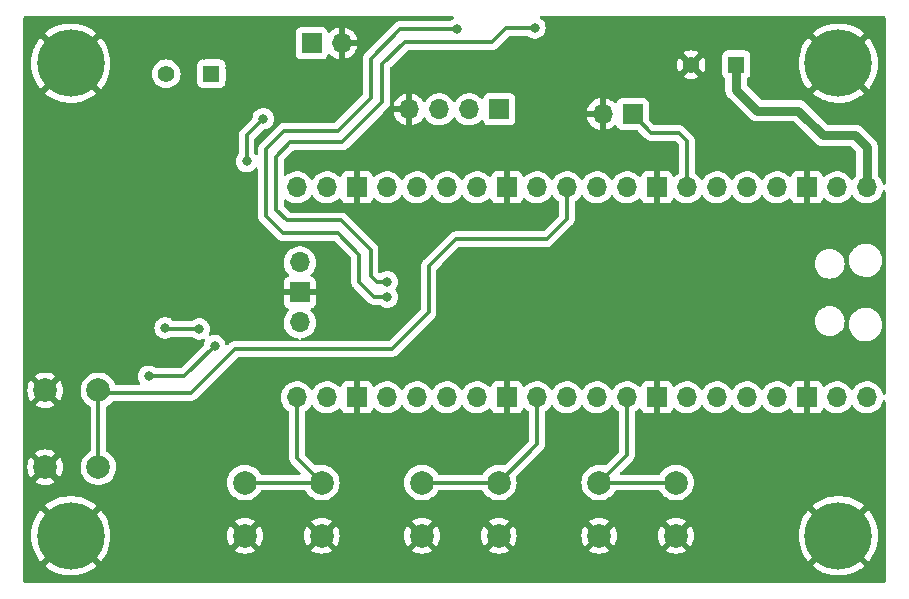
<source format=gbr>
%TF.GenerationSoftware,KiCad,Pcbnew,(6.0.5)*%
%TF.CreationDate,2022-09-22T22:10:40-04:00*%
%TF.ProjectId,HotplateController,486f7470-6c61-4746-9543-6f6e74726f6c,rev?*%
%TF.SameCoordinates,Original*%
%TF.FileFunction,Copper,L1,Top*%
%TF.FilePolarity,Positive*%
%FSLAX46Y46*%
G04 Gerber Fmt 4.6, Leading zero omitted, Abs format (unit mm)*
G04 Created by KiCad (PCBNEW (6.0.5)) date 2022-09-22 22:10:40*
%MOMM*%
%LPD*%
G01*
G04 APERTURE LIST*
%TA.AperFunction,ComponentPad*%
%ADD10C,5.700000*%
%TD*%
%TA.AperFunction,ComponentPad*%
%ADD11C,2.000000*%
%TD*%
%TA.AperFunction,ComponentPad*%
%ADD12R,1.400000X1.400000*%
%TD*%
%TA.AperFunction,ComponentPad*%
%ADD13C,1.400000*%
%TD*%
%TA.AperFunction,ComponentPad*%
%ADD14O,1.700000X1.700000*%
%TD*%
%TA.AperFunction,ComponentPad*%
%ADD15R,1.700000X1.700000*%
%TD*%
%TA.AperFunction,ViaPad*%
%ADD16C,0.800000*%
%TD*%
%TA.AperFunction,Conductor*%
%ADD17C,0.300000*%
%TD*%
%TA.AperFunction,Conductor*%
%ADD18C,0.800000*%
%TD*%
G04 APERTURE END LIST*
D10*
%TO.P,H2,1,1*%
%TO.N,GND*%
X55800000Y-121200000D03*
%TD*%
%TO.P,H3,1,1*%
%TO.N,GND*%
X120800000Y-81200000D03*
%TD*%
%TO.P,H1,1,1*%
%TO.N,GND*%
X55800000Y-81200000D03*
%TD*%
D11*
%TO.P,SW1,1,1*%
%TO.N,GND*%
X100550000Y-121200000D03*
X107050000Y-121200000D03*
%TO.P,SW1,2,2*%
%TO.N,/SW_UP*%
X107050000Y-116700000D03*
X100550000Y-116700000D03*
%TD*%
D10*
%TO.P,H4,1,1*%
%TO.N,GND*%
X120800000Y-121200000D03*
%TD*%
D11*
%TO.P,SW2,1,1*%
%TO.N,GND*%
X85550000Y-121200000D03*
X92050000Y-121200000D03*
%TO.P,SW2,2,2*%
%TO.N,/SW_SEL*%
X92050000Y-116700000D03*
X85550000Y-116700000D03*
%TD*%
%TO.P,SW3,1,1*%
%TO.N,GND*%
X70550000Y-121200000D03*
X77050000Y-121200000D03*
%TO.P,SW3,2,2*%
%TO.N,/SW_DWN*%
X70550000Y-116700000D03*
X77050000Y-116700000D03*
%TD*%
D12*
%TO.P,J5,1,Pin_1*%
%TO.N,+5V*%
X112141000Y-81325000D03*
D13*
%TO.P,J5,2,Pin_2*%
%TO.N,GND*%
X108331000Y-81325000D03*
%TD*%
D14*
%TO.P,U2,1,GPIO0*%
%TO.N,/I2C0_SDA*%
X123230000Y-109490000D03*
%TO.P,U2,2,GPIO1*%
%TO.N,/I2C0_SCL*%
X120690000Y-109490000D03*
D15*
%TO.P,U2,3,GND*%
%TO.N,GND*%
X118150000Y-109490000D03*
D14*
%TO.P,U2,4,GPIO2*%
%TO.N,unconnected-(U2-Pad4)*%
X115610000Y-109490000D03*
%TO.P,U2,5,GPIO3*%
%TO.N,unconnected-(U2-Pad5)*%
X113070000Y-109490000D03*
%TO.P,U2,6,GPIO4*%
%TO.N,unconnected-(U2-Pad6)*%
X110530000Y-109490000D03*
%TO.P,U2,7,GPIO5*%
%TO.N,unconnected-(U2-Pad7)*%
X107990000Y-109490000D03*
D15*
%TO.P,U2,8,GND*%
%TO.N,GND*%
X105450000Y-109490000D03*
D14*
%TO.P,U2,9,GPIO6*%
%TO.N,/SW_UP*%
X102910000Y-109490000D03*
%TO.P,U2,10,GPIO7*%
%TO.N,unconnected-(U2-Pad10)*%
X100370000Y-109490000D03*
%TO.P,U2,11,GPIO8*%
%TO.N,unconnected-(U2-Pad11)*%
X97830000Y-109490000D03*
%TO.P,U2,12,GPIO9*%
%TO.N,/SW_SEL*%
X95290000Y-109490000D03*
D15*
%TO.P,U2,13,GND*%
%TO.N,GND*%
X92750000Y-109490000D03*
D14*
%TO.P,U2,14,GPIO10*%
%TO.N,/SPI_SCLK*%
X90210000Y-109490000D03*
%TO.P,U2,15,GPIO11*%
%TO.N,unconnected-(U2-Pad15)*%
X87670000Y-109490000D03*
%TO.P,U2,16,GPIO12*%
%TO.N,/SPI_DATA*%
X85130000Y-109490000D03*
%TO.P,U2,17,GPIO13*%
%TO.N,/SPI_CSN*%
X82590000Y-109490000D03*
D15*
%TO.P,U2,18,GND*%
%TO.N,GND*%
X80050000Y-109490000D03*
D14*
%TO.P,U2,19,GPIO14*%
%TO.N,unconnected-(U2-Pad19)*%
X77510000Y-109490000D03*
%TO.P,U2,20,GPIO15*%
%TO.N,/SW_DWN*%
X74970000Y-109490000D03*
%TO.P,U2,21,GPIO16*%
%TO.N,/SSR_OUT*%
X74970000Y-91710000D03*
%TO.P,U2,22,GPIO17*%
%TO.N,unconnected-(U2-Pad22)*%
X77510000Y-91710000D03*
D15*
%TO.P,U2,23,GND*%
%TO.N,GND*%
X80050000Y-91710000D03*
D14*
%TO.P,U2,24,GPIO18*%
%TO.N,unconnected-(U2-Pad24)*%
X82590000Y-91710000D03*
%TO.P,U2,25,GPIO19*%
%TO.N,unconnected-(U2-Pad25)*%
X85130000Y-91710000D03*
%TO.P,U2,26,GPIO20*%
%TO.N,unconnected-(U2-Pad26)*%
X87670000Y-91710000D03*
%TO.P,U2,27,GPIO21*%
%TO.N,unconnected-(U2-Pad27)*%
X90210000Y-91710000D03*
D15*
%TO.P,U2,28,GND*%
%TO.N,GND*%
X92750000Y-91710000D03*
D14*
%TO.P,U2,29,GPIO22*%
%TO.N,unconnected-(U2-Pad29)*%
X95290000Y-91710000D03*
%TO.P,U2,30,RUN*%
%TO.N,/SW_RUN*%
X97830000Y-91710000D03*
%TO.P,U2,31,GPIO26_ADC0*%
%TO.N,unconnected-(U2-Pad31)*%
X100370000Y-91710000D03*
%TO.P,U2,32,GPIO27_ADC1*%
%TO.N,unconnected-(U2-Pad32)*%
X102910000Y-91710000D03*
D15*
%TO.P,U2,33,AGND*%
%TO.N,GND*%
X105450000Y-91710000D03*
D14*
%TO.P,U2,34,GPIO28_ADC2*%
%TO.N,/TEMP_IN*%
X107990000Y-91710000D03*
%TO.P,U2,35,ADC_VREF*%
%TO.N,unconnected-(U2-Pad35)*%
X110530000Y-91710000D03*
%TO.P,U2,36,3V3*%
%TO.N,+3V3*%
X113070000Y-91710000D03*
%TO.P,U2,37,3V3_EN*%
%TO.N,unconnected-(U2-Pad37)*%
X115610000Y-91710000D03*
D15*
%TO.P,U2,38,GND*%
%TO.N,GND*%
X118150000Y-91710000D03*
D14*
%TO.P,U2,39,VSYS*%
%TO.N,unconnected-(U2-Pad39)*%
X120690000Y-91710000D03*
%TO.P,U2,40,VBUS*%
%TO.N,+5V*%
X123230000Y-91710000D03*
%TO.P,U2,41,SWCLK*%
%TO.N,unconnected-(U2-Pad41)*%
X75200000Y-103140000D03*
D15*
%TO.P,U2,42,GND*%
%TO.N,GND*%
X75200000Y-100600000D03*
D14*
%TO.P,U2,43,SWDIO*%
%TO.N,unconnected-(U2-Pad43)*%
X75200000Y-98060000D03*
%TD*%
D15*
%TO.P,J3,1,Pin_1*%
%TO.N,/TEMP_IN*%
X103375000Y-85500000D03*
D14*
%TO.P,J3,2,Pin_2*%
%TO.N,GND*%
X100835000Y-85500000D03*
%TD*%
D15*
%TO.P,J4,1,Pin_1*%
%TO.N,/SSR_OUT*%
X76195000Y-79502000D03*
D14*
%TO.P,J4,2,Pin_2*%
%TO.N,GND*%
X78735000Y-79502000D03*
%TD*%
D15*
%TO.P,J2,1,Pin_1*%
%TO.N,/I2C0_SDA_R*%
X92100000Y-85100000D03*
D14*
%TO.P,J2,2,Pin_2*%
%TO.N,/I2C0_SCL_R*%
X89560000Y-85100000D03*
%TO.P,J2,3,Pin_3*%
%TO.N,+3V3*%
X87020000Y-85100000D03*
%TO.P,J2,4,Pin_4*%
%TO.N,GND*%
X84480000Y-85100000D03*
%TD*%
D12*
%TO.P,J1,1,Pin_1*%
%TO.N,/KTTC_P_R*%
X67705000Y-82087000D03*
D13*
%TO.P,J1,2,Pin_2*%
%TO.N,/KTTC_N_R*%
X63895000Y-82087000D03*
%TD*%
D11*
%TO.P,SW4,1,1*%
%TO.N,GND*%
X53650000Y-108900000D03*
X53650000Y-115400000D03*
%TO.P,SW4,2,2*%
%TO.N,/SW_RUN*%
X58150000Y-115400000D03*
X58150000Y-108900000D03*
%TD*%
D16*
%TO.N,GND*%
X105300000Y-85900000D03*
X105400000Y-88200000D03*
X61500000Y-90700000D03*
X103100000Y-87300000D03*
X69300000Y-82800000D03*
X65700000Y-87100000D03*
X67100000Y-93000000D03*
X65000000Y-80800000D03*
X104200000Y-87900000D03*
X65700000Y-83900000D03*
X67000000Y-83900000D03*
X66000000Y-81700000D03*
X107900000Y-86200000D03*
X64900000Y-84700000D03*
X69300000Y-81600000D03*
X65400000Y-90400000D03*
X62100000Y-82400000D03*
X106600000Y-86000000D03*
X105200000Y-84700000D03*
X65500000Y-88400000D03*
X66600000Y-91000000D03*
X62700000Y-92900000D03*
X63600000Y-80500000D03*
X61900000Y-84900000D03*
X67100000Y-80500000D03*
X62500000Y-81200000D03*
X65700000Y-89400000D03*
X66100000Y-92100000D03*
X60900000Y-89700000D03*
X60900000Y-87100000D03*
X61900000Y-86100000D03*
X64900000Y-86100000D03*
X61900000Y-83700000D03*
X62900000Y-96700000D03*
X61100000Y-88400000D03*
X68700000Y-80500000D03*
X61400000Y-92000000D03*
X106800000Y-88200000D03*
X62900000Y-95400000D03*
X68400000Y-83700000D03*
X63200000Y-94000000D03*
X104200000Y-83700000D03*
%TO.N,/SSR_OUT*%
X72100000Y-85900000D03*
X70700000Y-89500000D03*
%TO.N,/SPI_SCLK_R*%
X68000000Y-105100000D03*
X62400000Y-107700000D03*
%TO.N,/SPI_CSN_R*%
X63800000Y-103600000D03*
X66688000Y-103688000D03*
%TO.N,/I2C0_SDA*%
X82600000Y-99700000D03*
X95100000Y-78200000D03*
%TO.N,/I2C0_SCL*%
X82600000Y-101000000D03*
X88500000Y-78300000D03*
%TD*%
D17*
%TO.N,/SSR_OUT*%
X70700000Y-87300000D02*
X72100000Y-85900000D01*
X70700000Y-89500000D02*
X70700000Y-87300000D01*
%TO.N,/TEMP_IN*%
X107990000Y-87790000D02*
X107300000Y-87100000D01*
X107990000Y-91710000D02*
X107990000Y-87790000D01*
X104975000Y-87100000D02*
X103375000Y-85500000D01*
X107300000Y-87100000D02*
X104975000Y-87100000D01*
D18*
%TO.N,+5V*%
X112141000Y-83441000D02*
X113900000Y-85200000D01*
X112141000Y-81325000D02*
X112141000Y-83441000D01*
X122200000Y-87300000D02*
X123230000Y-88330000D01*
X119500000Y-87300000D02*
X122200000Y-87300000D01*
X117400000Y-85200000D02*
X119500000Y-87300000D01*
X113900000Y-85200000D02*
X117400000Y-85200000D01*
X123230000Y-88330000D02*
X123230000Y-91710000D01*
D17*
%TO.N,/SPI_SCLK_R*%
X65400000Y-107700000D02*
X68000000Y-105100000D01*
X62400000Y-107700000D02*
X65400000Y-107700000D01*
%TO.N,/SPI_CSN_R*%
X63888000Y-103688000D02*
X63800000Y-103600000D01*
X66688000Y-103688000D02*
X63888000Y-103688000D01*
%TO.N,/I2C0_SDA*%
X84100000Y-79400000D02*
X82200000Y-81300000D01*
X82200000Y-84500000D02*
X78800000Y-87900000D01*
X74400000Y-87900000D02*
X73200000Y-89100000D01*
X82200000Y-81300000D02*
X82200000Y-84500000D01*
X92700000Y-78200000D02*
X91500000Y-79400000D01*
X73200000Y-93600000D02*
X74100000Y-94500000D01*
X73200000Y-89100000D02*
X73200000Y-93600000D01*
X78800000Y-87900000D02*
X74400000Y-87900000D01*
X95100000Y-78200000D02*
X92700000Y-78200000D01*
X81700000Y-99700000D02*
X82600000Y-99700000D01*
X81200000Y-97000000D02*
X81200000Y-99200000D01*
X81200000Y-99200000D02*
X81700000Y-99700000D01*
X78700000Y-94500000D02*
X81200000Y-97000000D01*
X74100000Y-94500000D02*
X78700000Y-94500000D01*
X91500000Y-79400000D02*
X84100000Y-79400000D01*
%TO.N,/I2C0_SCL*%
X73800000Y-95600000D02*
X78400000Y-95600000D01*
X81200000Y-80800000D02*
X81200000Y-84100000D01*
X88500000Y-78300000D02*
X83700000Y-78300000D01*
X78400000Y-95600000D02*
X80200000Y-97400000D01*
X72300000Y-88500000D02*
X72300000Y-94100000D01*
X78400000Y-86900000D02*
X73900000Y-86900000D01*
X83700000Y-78300000D02*
X81200000Y-80800000D01*
X81500000Y-101000000D02*
X82600000Y-101000000D01*
X80200000Y-99700000D02*
X81500000Y-101000000D01*
X72300000Y-94100000D02*
X73800000Y-95600000D01*
X80200000Y-97400000D02*
X80200000Y-99700000D01*
X81200000Y-84100000D02*
X78400000Y-86900000D01*
X73900000Y-86900000D02*
X72300000Y-88500000D01*
%TO.N,/SW_UP*%
X102910000Y-114340000D02*
X100550000Y-116700000D01*
X102910000Y-109490000D02*
X102910000Y-114340000D01*
X100550000Y-116700000D02*
X107050000Y-116700000D01*
%TO.N,/SW_SEL*%
X95290000Y-113460000D02*
X92050000Y-116700000D01*
X95290000Y-109490000D02*
X95290000Y-113460000D01*
X85550000Y-116700000D02*
X92050000Y-116700000D01*
%TO.N,/SW_DWN*%
X74970000Y-109490000D02*
X74970000Y-114620000D01*
X70550000Y-116700000D02*
X77050000Y-116700000D01*
X74970000Y-114620000D02*
X77050000Y-116700000D01*
%TO.N,/SW_RUN*%
X86100000Y-98400000D02*
X88400000Y-96100000D01*
X66000000Y-109100000D02*
X69700000Y-105400000D01*
X86100000Y-102300000D02*
X86100000Y-98400000D01*
X58350000Y-109100000D02*
X58150000Y-108900000D01*
X97830000Y-94370000D02*
X97830000Y-91710000D01*
X66000000Y-109100000D02*
X58350000Y-109100000D01*
X88400000Y-96100000D02*
X96100000Y-96100000D01*
X83000000Y-105400000D02*
X86100000Y-102300000D01*
X58150000Y-115400000D02*
X58150000Y-108900000D01*
X69700000Y-105400000D02*
X83000000Y-105400000D01*
X96100000Y-96100000D02*
X97830000Y-94370000D01*
X58050000Y-108950000D02*
X58200000Y-109100000D01*
%TD*%
%TA.AperFunction,Conductor*%
%TO.N,GND*%
G36*
X88212346Y-77220002D02*
G01*
X88258839Y-77273658D01*
X88268943Y-77343932D01*
X88239449Y-77408512D01*
X88195474Y-77441107D01*
X88049278Y-77506197D01*
X88049276Y-77506198D01*
X88043248Y-77508882D01*
X88037907Y-77512762D01*
X88037906Y-77512763D01*
X87991265Y-77546650D01*
X87894092Y-77617251D01*
X87893837Y-77617436D01*
X87826969Y-77641294D01*
X87819776Y-77641500D01*
X83782059Y-77641500D01*
X83770203Y-77640941D01*
X83762463Y-77639211D01*
X83754537Y-77639460D01*
X83754536Y-77639460D01*
X83691611Y-77641438D01*
X83687653Y-77641500D01*
X83658568Y-77641500D01*
X83654637Y-77641997D01*
X83654630Y-77641997D01*
X83654179Y-77642054D01*
X83642343Y-77642986D01*
X83596169Y-77644438D01*
X83575579Y-77650420D01*
X83556218Y-77654430D01*
X83549230Y-77655312D01*
X83542796Y-77656125D01*
X83542795Y-77656125D01*
X83534936Y-77657118D01*
X83527571Y-77660034D01*
X83527567Y-77660035D01*
X83491979Y-77674126D01*
X83480769Y-77677965D01*
X83436400Y-77690855D01*
X83417935Y-77701775D01*
X83400195Y-77710466D01*
X83380244Y-77718365D01*
X83342874Y-77745516D01*
X83332952Y-77752033D01*
X83300023Y-77771507D01*
X83300019Y-77771510D01*
X83293193Y-77775547D01*
X83278029Y-77790711D01*
X83262996Y-77803551D01*
X83245643Y-77816159D01*
X83223699Y-77842685D01*
X83216198Y-77851752D01*
X83208208Y-77860532D01*
X80792395Y-80276345D01*
X80783615Y-80284335D01*
X80783613Y-80284337D01*
X80776920Y-80288584D01*
X80771494Y-80294362D01*
X80771493Y-80294363D01*
X80728396Y-80340257D01*
X80725641Y-80343099D01*
X80705073Y-80363667D01*
X80702356Y-80367170D01*
X80694648Y-80376195D01*
X80663028Y-80409867D01*
X80659207Y-80416818D01*
X80659206Y-80416819D01*
X80652697Y-80428658D01*
X80641843Y-80445182D01*
X80634647Y-80454460D01*
X80628696Y-80462132D01*
X80625549Y-80469404D01*
X80625548Y-80469406D01*
X80610346Y-80504535D01*
X80605124Y-80515195D01*
X80582876Y-80555663D01*
X80577541Y-80576441D01*
X80571142Y-80595131D01*
X80562620Y-80614824D01*
X80561380Y-80622655D01*
X80555394Y-80660448D01*
X80552987Y-80672071D01*
X80549988Y-80683752D01*
X80541500Y-80716812D01*
X80541500Y-80738259D01*
X80539949Y-80757969D01*
X80536594Y-80779152D01*
X80537340Y-80787043D01*
X80540941Y-80825138D01*
X80541500Y-80836996D01*
X80541500Y-83775050D01*
X80521498Y-83843171D01*
X80504595Y-83864145D01*
X78164145Y-86204595D01*
X78101833Y-86238621D01*
X78075050Y-86241500D01*
X73982059Y-86241500D01*
X73970203Y-86240941D01*
X73962463Y-86239211D01*
X73954537Y-86239460D01*
X73954536Y-86239460D01*
X73891611Y-86241438D01*
X73887653Y-86241500D01*
X73858568Y-86241500D01*
X73854637Y-86241997D01*
X73854630Y-86241997D01*
X73854179Y-86242054D01*
X73842343Y-86242986D01*
X73796169Y-86244438D01*
X73775579Y-86250420D01*
X73756218Y-86254430D01*
X73749230Y-86255312D01*
X73742796Y-86256125D01*
X73742795Y-86256125D01*
X73734936Y-86257118D01*
X73727571Y-86260034D01*
X73727567Y-86260035D01*
X73691979Y-86274126D01*
X73680769Y-86277965D01*
X73636400Y-86290855D01*
X73617935Y-86301775D01*
X73600195Y-86310466D01*
X73580244Y-86318365D01*
X73542874Y-86345516D01*
X73532952Y-86352033D01*
X73500023Y-86371507D01*
X73500019Y-86371510D01*
X73493193Y-86375547D01*
X73478029Y-86390711D01*
X73462996Y-86403551D01*
X73445643Y-86416159D01*
X73425142Y-86440941D01*
X73416198Y-86451752D01*
X73408208Y-86460532D01*
X71892395Y-87976345D01*
X71883615Y-87984335D01*
X71883613Y-87984337D01*
X71876920Y-87988584D01*
X71871494Y-87994362D01*
X71871493Y-87994363D01*
X71828396Y-88040257D01*
X71825641Y-88043099D01*
X71805073Y-88063667D01*
X71802356Y-88067170D01*
X71794648Y-88076195D01*
X71763028Y-88109867D01*
X71759207Y-88116818D01*
X71759206Y-88116819D01*
X71752697Y-88128658D01*
X71741843Y-88145182D01*
X71735912Y-88152829D01*
X71728696Y-88162132D01*
X71725550Y-88169401D01*
X71725547Y-88169407D01*
X71710351Y-88204525D01*
X71705127Y-88215188D01*
X71686698Y-88248710D01*
X71686697Y-88248714D01*
X71682876Y-88255663D01*
X71677541Y-88276441D01*
X71671142Y-88295131D01*
X71662620Y-88314824D01*
X71661380Y-88322655D01*
X71655394Y-88360448D01*
X71652987Y-88372071D01*
X71645798Y-88400072D01*
X71641500Y-88416812D01*
X71641500Y-88438259D01*
X71639949Y-88457969D01*
X71636594Y-88479152D01*
X71637340Y-88487043D01*
X71640941Y-88525138D01*
X71641500Y-88536996D01*
X71641500Y-88859670D01*
X71621498Y-88927791D01*
X71567842Y-88974284D01*
X71497568Y-88984388D01*
X71432988Y-88954894D01*
X71421864Y-88943980D01*
X71390864Y-88909551D01*
X71360146Y-88845544D01*
X71358500Y-88825241D01*
X71358500Y-87624950D01*
X71378502Y-87556829D01*
X71395405Y-87535855D01*
X72085855Y-86845405D01*
X72148167Y-86811379D01*
X72174950Y-86808500D01*
X72195487Y-86808500D01*
X72201939Y-86807128D01*
X72201944Y-86807128D01*
X72289184Y-86788584D01*
X72382288Y-86768794D01*
X72507018Y-86713261D01*
X72550722Y-86693803D01*
X72550724Y-86693802D01*
X72556752Y-86691118D01*
X72582049Y-86672739D01*
X72612157Y-86650864D01*
X72711253Y-86578866D01*
X72797683Y-86482876D01*
X72834621Y-86441852D01*
X72834622Y-86441851D01*
X72839040Y-86436944D01*
X72912059Y-86310472D01*
X72931223Y-86277279D01*
X72931224Y-86277278D01*
X72934527Y-86271556D01*
X72993542Y-86089928D01*
X72995672Y-86069667D01*
X73012814Y-85906565D01*
X73013504Y-85900000D01*
X73004641Y-85815673D01*
X72994232Y-85716635D01*
X72994232Y-85716633D01*
X72993542Y-85710072D01*
X72934527Y-85528444D01*
X72839040Y-85363056D01*
X72733643Y-85246000D01*
X72715675Y-85226045D01*
X72715674Y-85226044D01*
X72711253Y-85221134D01*
X72556752Y-85108882D01*
X72550724Y-85106198D01*
X72550722Y-85106197D01*
X72388319Y-85033891D01*
X72388318Y-85033891D01*
X72382288Y-85031206D01*
X72288888Y-85011353D01*
X72201944Y-84992872D01*
X72201939Y-84992872D01*
X72195487Y-84991500D01*
X72004513Y-84991500D01*
X71998061Y-84992872D01*
X71998056Y-84992872D01*
X71911112Y-85011353D01*
X71817712Y-85031206D01*
X71811682Y-85033891D01*
X71811681Y-85033891D01*
X71649278Y-85106197D01*
X71649276Y-85106198D01*
X71643248Y-85108882D01*
X71488747Y-85221134D01*
X71484326Y-85226044D01*
X71484325Y-85226045D01*
X71466358Y-85246000D01*
X71360960Y-85363056D01*
X71265473Y-85528444D01*
X71206458Y-85710072D01*
X71199563Y-85775678D01*
X71193245Y-85835786D01*
X71166232Y-85901442D01*
X71157030Y-85911710D01*
X70292395Y-86776345D01*
X70283615Y-86784335D01*
X70283613Y-86784337D01*
X70276920Y-86788584D01*
X70271494Y-86794362D01*
X70271493Y-86794363D01*
X70228396Y-86840257D01*
X70225641Y-86843099D01*
X70205073Y-86863667D01*
X70202356Y-86867170D01*
X70194648Y-86876195D01*
X70163028Y-86909867D01*
X70159207Y-86916818D01*
X70159206Y-86916819D01*
X70152697Y-86928658D01*
X70141843Y-86945182D01*
X70134018Y-86955271D01*
X70128696Y-86962132D01*
X70125549Y-86969404D01*
X70125548Y-86969406D01*
X70110346Y-87004535D01*
X70105124Y-87015195D01*
X70082876Y-87055663D01*
X70077541Y-87076441D01*
X70071142Y-87095131D01*
X70062620Y-87114824D01*
X70061380Y-87122655D01*
X70055394Y-87160448D01*
X70052987Y-87172071D01*
X70041500Y-87216812D01*
X70041500Y-87238259D01*
X70039949Y-87257969D01*
X70036594Y-87279152D01*
X70038793Y-87302410D01*
X70040941Y-87325138D01*
X70041500Y-87336996D01*
X70041500Y-88825241D01*
X70021498Y-88893362D01*
X70009136Y-88909551D01*
X69960960Y-88963056D01*
X69865473Y-89128444D01*
X69806458Y-89310072D01*
X69805768Y-89316633D01*
X69805768Y-89316635D01*
X69799869Y-89372760D01*
X69786496Y-89500000D01*
X69806458Y-89689928D01*
X69865473Y-89871556D01*
X69960960Y-90036944D01*
X70088747Y-90178866D01*
X70243248Y-90291118D01*
X70249276Y-90293802D01*
X70249278Y-90293803D01*
X70410421Y-90365548D01*
X70417712Y-90368794D01*
X70496599Y-90385562D01*
X70598056Y-90407128D01*
X70598061Y-90407128D01*
X70604513Y-90408500D01*
X70795487Y-90408500D01*
X70801939Y-90407128D01*
X70801944Y-90407128D01*
X70903401Y-90385562D01*
X70982288Y-90368794D01*
X70989579Y-90365548D01*
X71150722Y-90293803D01*
X71150724Y-90293802D01*
X71156752Y-90291118D01*
X71311253Y-90178866D01*
X71421864Y-90056020D01*
X71482310Y-90018780D01*
X71553294Y-90020132D01*
X71612278Y-90059645D01*
X71640536Y-90124776D01*
X71641500Y-90140330D01*
X71641500Y-94017944D01*
X71640941Y-94029800D01*
X71639212Y-94037537D01*
X71639461Y-94045459D01*
X71641438Y-94108369D01*
X71641500Y-94112327D01*
X71641500Y-94141432D01*
X71642056Y-94145832D01*
X71642988Y-94157664D01*
X71644438Y-94203831D01*
X71646650Y-94211444D01*
X71646650Y-94211445D01*
X71650419Y-94224416D01*
X71654430Y-94243782D01*
X71657118Y-94265064D01*
X71660034Y-94272429D01*
X71660035Y-94272433D01*
X71674126Y-94308021D01*
X71677965Y-94319231D01*
X71690855Y-94363600D01*
X71701775Y-94382065D01*
X71710466Y-94399805D01*
X71718365Y-94419756D01*
X71736897Y-94445263D01*
X71745516Y-94457126D01*
X71752033Y-94467048D01*
X71771507Y-94499977D01*
X71771510Y-94499981D01*
X71775547Y-94506807D01*
X71790711Y-94521971D01*
X71803551Y-94537004D01*
X71816159Y-94554357D01*
X71851752Y-94583802D01*
X71860532Y-94591792D01*
X73276340Y-96007599D01*
X73284330Y-96016380D01*
X73284339Y-96016391D01*
X73288584Y-96023080D01*
X73294359Y-96028503D01*
X73340274Y-96071621D01*
X73343083Y-96074343D01*
X73363667Y-96094926D01*
X73366791Y-96097349D01*
X73366793Y-96097351D01*
X73367163Y-96097638D01*
X73376191Y-96105348D01*
X73409867Y-96136972D01*
X73416818Y-96140793D01*
X73416819Y-96140794D01*
X73428655Y-96147301D01*
X73445184Y-96158158D01*
X73455869Y-96166447D01*
X73455871Y-96166448D01*
X73462131Y-96171304D01*
X73504544Y-96189657D01*
X73515181Y-96194868D01*
X73555663Y-96217124D01*
X73563342Y-96219096D01*
X73563343Y-96219096D01*
X73576434Y-96222457D01*
X73595136Y-96228859D01*
X73614823Y-96237379D01*
X73622652Y-96238619D01*
X73660448Y-96244605D01*
X73672074Y-96247013D01*
X73709135Y-96256529D01*
X73709136Y-96256529D01*
X73716812Y-96258500D01*
X73738258Y-96258500D01*
X73757968Y-96260051D01*
X73779151Y-96263406D01*
X73825135Y-96259059D01*
X73836994Y-96258500D01*
X78075050Y-96258500D01*
X78143171Y-96278502D01*
X78164145Y-96295405D01*
X79504595Y-97635854D01*
X79538620Y-97698166D01*
X79541500Y-97724949D01*
X79541500Y-99617944D01*
X79540941Y-99629800D01*
X79539212Y-99637537D01*
X79539461Y-99645459D01*
X79541438Y-99708369D01*
X79541500Y-99712327D01*
X79541500Y-99741432D01*
X79542056Y-99745832D01*
X79542988Y-99757664D01*
X79544438Y-99803831D01*
X79546650Y-99811444D01*
X79546650Y-99811445D01*
X79550419Y-99824416D01*
X79554430Y-99843782D01*
X79557118Y-99865064D01*
X79560034Y-99872429D01*
X79560035Y-99872433D01*
X79574126Y-99908021D01*
X79577965Y-99919231D01*
X79590855Y-99963600D01*
X79601775Y-99982065D01*
X79610466Y-99999805D01*
X79618365Y-100019756D01*
X79645516Y-100057126D01*
X79652033Y-100067048D01*
X79671507Y-100099977D01*
X79671510Y-100099981D01*
X79675547Y-100106807D01*
X79690711Y-100121971D01*
X79703551Y-100137004D01*
X79716159Y-100154357D01*
X79751752Y-100183802D01*
X79760532Y-100191792D01*
X80976345Y-101407605D01*
X80984335Y-101416385D01*
X80988584Y-101423080D01*
X80994362Y-101428506D01*
X80994363Y-101428507D01*
X81040257Y-101471604D01*
X81043099Y-101474359D01*
X81063667Y-101494927D01*
X81067170Y-101497644D01*
X81076195Y-101505352D01*
X81109867Y-101536972D01*
X81116818Y-101540793D01*
X81116819Y-101540794D01*
X81128658Y-101547303D01*
X81145182Y-101558157D01*
X81155271Y-101565982D01*
X81162132Y-101571304D01*
X81169404Y-101574451D01*
X81169406Y-101574452D01*
X81204535Y-101589654D01*
X81215196Y-101594876D01*
X81255663Y-101617124D01*
X81276441Y-101622459D01*
X81295131Y-101628858D01*
X81314824Y-101637380D01*
X81358596Y-101644313D01*
X81360448Y-101644606D01*
X81372071Y-101647013D01*
X81400072Y-101654202D01*
X81416812Y-101658500D01*
X81438259Y-101658500D01*
X81457969Y-101660051D01*
X81479152Y-101663406D01*
X81525141Y-101659059D01*
X81536996Y-101658500D01*
X81919776Y-101658500D01*
X81987897Y-101678502D01*
X81993834Y-101682562D01*
X82001393Y-101688054D01*
X82131929Y-101782894D01*
X82143248Y-101791118D01*
X82149276Y-101793802D01*
X82149278Y-101793803D01*
X82311681Y-101866109D01*
X82317712Y-101868794D01*
X82411112Y-101888647D01*
X82498056Y-101907128D01*
X82498061Y-101907128D01*
X82504513Y-101908500D01*
X82695487Y-101908500D01*
X82701939Y-101907128D01*
X82701944Y-101907128D01*
X82788888Y-101888647D01*
X82882288Y-101868794D01*
X82888319Y-101866109D01*
X83050722Y-101793803D01*
X83050724Y-101793802D01*
X83056752Y-101791118D01*
X83068072Y-101782894D01*
X83177142Y-101703649D01*
X83211253Y-101678866D01*
X83239934Y-101647013D01*
X83334621Y-101541852D01*
X83334622Y-101541851D01*
X83339040Y-101536944D01*
X83434527Y-101371556D01*
X83493542Y-101189928D01*
X83513504Y-101000000D01*
X83499583Y-100867548D01*
X83494232Y-100816635D01*
X83494232Y-100816633D01*
X83493542Y-100810072D01*
X83434527Y-100628444D01*
X83339040Y-100463056D01*
X83313157Y-100434310D01*
X83282439Y-100370303D01*
X83291204Y-100299849D01*
X83313157Y-100265690D01*
X83334621Y-100241852D01*
X83334622Y-100241851D01*
X83339040Y-100236944D01*
X83434527Y-100071556D01*
X83493542Y-99889928D01*
X83496982Y-99857204D01*
X83512814Y-99706565D01*
X83513504Y-99700000D01*
X83493542Y-99510072D01*
X83434527Y-99328444D01*
X83405735Y-99278574D01*
X83379561Y-99233240D01*
X83339040Y-99163056D01*
X83324563Y-99146977D01*
X83215675Y-99026045D01*
X83215674Y-99026044D01*
X83211253Y-99021134D01*
X83056752Y-98908882D01*
X83050724Y-98906198D01*
X83050722Y-98906197D01*
X82888319Y-98833891D01*
X82888318Y-98833891D01*
X82882288Y-98831206D01*
X82766776Y-98806653D01*
X82701944Y-98792872D01*
X82701939Y-98792872D01*
X82695487Y-98791500D01*
X82504513Y-98791500D01*
X82498061Y-98792872D01*
X82498056Y-98792872D01*
X82433224Y-98806653D01*
X82317712Y-98831206D01*
X82311682Y-98833891D01*
X82311681Y-98833891D01*
X82149278Y-98906197D01*
X82149276Y-98906198D01*
X82143248Y-98908882D01*
X82137907Y-98912762D01*
X82137906Y-98912763D01*
X82058561Y-98970411D01*
X81991693Y-98994269D01*
X81922542Y-98978189D01*
X81873062Y-98927275D01*
X81858500Y-98868475D01*
X81858500Y-97082059D01*
X81859059Y-97070203D01*
X81860789Y-97062463D01*
X81860221Y-97044373D01*
X81858562Y-96991611D01*
X81858500Y-96987653D01*
X81858500Y-96958568D01*
X81857946Y-96954179D01*
X81857013Y-96942337D01*
X81856456Y-96924598D01*
X81855562Y-96896169D01*
X81849580Y-96875579D01*
X81845570Y-96856216D01*
X81843875Y-96842796D01*
X81843875Y-96842795D01*
X81842882Y-96834936D01*
X81839966Y-96827571D01*
X81839965Y-96827567D01*
X81825874Y-96791979D01*
X81822035Y-96780769D01*
X81809145Y-96736400D01*
X81798225Y-96717935D01*
X81789534Y-96700195D01*
X81781635Y-96680244D01*
X81754482Y-96642871D01*
X81747967Y-96632952D01*
X81728493Y-96600023D01*
X81728490Y-96600019D01*
X81724453Y-96593193D01*
X81709289Y-96578029D01*
X81696448Y-96562995D01*
X81688501Y-96552057D01*
X81683841Y-96545643D01*
X81648247Y-96516197D01*
X81639468Y-96508208D01*
X79223655Y-94092395D01*
X79215665Y-94083615D01*
X79215663Y-94083613D01*
X79211416Y-94076920D01*
X79159742Y-94028395D01*
X79156901Y-94025641D01*
X79136333Y-94005073D01*
X79132826Y-94002353D01*
X79123804Y-93994647D01*
X79095913Y-93968456D01*
X79090133Y-93963028D01*
X79083181Y-93959206D01*
X79071342Y-93952697D01*
X79054818Y-93941843D01*
X79044132Y-93933555D01*
X79037868Y-93928696D01*
X79030596Y-93925549D01*
X79030594Y-93925548D01*
X78995465Y-93910346D01*
X78984805Y-93905124D01*
X78951284Y-93886695D01*
X78951282Y-93886694D01*
X78944337Y-93882876D01*
X78923559Y-93877541D01*
X78904869Y-93871142D01*
X78885176Y-93862620D01*
X78839552Y-93855394D01*
X78827929Y-93852987D01*
X78799928Y-93845798D01*
X78783188Y-93841500D01*
X78761741Y-93841500D01*
X78742031Y-93839949D01*
X78728677Y-93837834D01*
X78720848Y-93836594D01*
X78674859Y-93840941D01*
X78663004Y-93841500D01*
X74424950Y-93841500D01*
X74356829Y-93821498D01*
X74335854Y-93804595D01*
X73895404Y-93364144D01*
X73861379Y-93301832D01*
X73858500Y-93275049D01*
X73858500Y-92821343D01*
X73878502Y-92753222D01*
X73932158Y-92706729D01*
X74002432Y-92696625D01*
X74064985Y-92724398D01*
X74188126Y-92826632D01*
X74381000Y-92939338D01*
X74589692Y-93019030D01*
X74594760Y-93020061D01*
X74594763Y-93020062D01*
X74702017Y-93041883D01*
X74808597Y-93063567D01*
X74813772Y-93063757D01*
X74813774Y-93063757D01*
X75026673Y-93071564D01*
X75026677Y-93071564D01*
X75031837Y-93071753D01*
X75036957Y-93071097D01*
X75036959Y-93071097D01*
X75248288Y-93044025D01*
X75248289Y-93044025D01*
X75253416Y-93043368D01*
X75258366Y-93041883D01*
X75462429Y-92980661D01*
X75462434Y-92980659D01*
X75467384Y-92979174D01*
X75667994Y-92880896D01*
X75849860Y-92751173D01*
X76008096Y-92593489D01*
X76138453Y-92412077D01*
X76139776Y-92413028D01*
X76186645Y-92369857D01*
X76256580Y-92357625D01*
X76322026Y-92385144D01*
X76349875Y-92416994D01*
X76409987Y-92515088D01*
X76556250Y-92683938D01*
X76728126Y-92826632D01*
X76921000Y-92939338D01*
X77129692Y-93019030D01*
X77134760Y-93020061D01*
X77134763Y-93020062D01*
X77242017Y-93041883D01*
X77348597Y-93063567D01*
X77353772Y-93063757D01*
X77353774Y-93063757D01*
X77566673Y-93071564D01*
X77566677Y-93071564D01*
X77571837Y-93071753D01*
X77576957Y-93071097D01*
X77576959Y-93071097D01*
X77788288Y-93044025D01*
X77788289Y-93044025D01*
X77793416Y-93043368D01*
X77798366Y-93041883D01*
X78002429Y-92980661D01*
X78002434Y-92980659D01*
X78007384Y-92979174D01*
X78207994Y-92880896D01*
X78389860Y-92751173D01*
X78457331Y-92683938D01*
X78498479Y-92642933D01*
X78560851Y-92609017D01*
X78631658Y-92614205D01*
X78688419Y-92656851D01*
X78705401Y-92687954D01*
X78746676Y-92798054D01*
X78755214Y-92813649D01*
X78831715Y-92915724D01*
X78844276Y-92928285D01*
X78946351Y-93004786D01*
X78961946Y-93013324D01*
X79082394Y-93058478D01*
X79097649Y-93062105D01*
X79148514Y-93067631D01*
X79155328Y-93068000D01*
X79777885Y-93068000D01*
X79793124Y-93063525D01*
X79794329Y-93062135D01*
X79796000Y-93054452D01*
X79796000Y-93049884D01*
X80304000Y-93049884D01*
X80308475Y-93065123D01*
X80309865Y-93066328D01*
X80317548Y-93067999D01*
X80944669Y-93067999D01*
X80951490Y-93067629D01*
X81002352Y-93062105D01*
X81017604Y-93058479D01*
X81138054Y-93013324D01*
X81153649Y-93004786D01*
X81255724Y-92928285D01*
X81268285Y-92915724D01*
X81344786Y-92813649D01*
X81353324Y-92798054D01*
X81394225Y-92688952D01*
X81436867Y-92632188D01*
X81503428Y-92607488D01*
X81572777Y-92622696D01*
X81607444Y-92650684D01*
X81632865Y-92680031D01*
X81632869Y-92680035D01*
X81636250Y-92683938D01*
X81808126Y-92826632D01*
X82001000Y-92939338D01*
X82209692Y-93019030D01*
X82214760Y-93020061D01*
X82214763Y-93020062D01*
X82322017Y-93041883D01*
X82428597Y-93063567D01*
X82433772Y-93063757D01*
X82433774Y-93063757D01*
X82646673Y-93071564D01*
X82646677Y-93071564D01*
X82651837Y-93071753D01*
X82656957Y-93071097D01*
X82656959Y-93071097D01*
X82868288Y-93044025D01*
X82868289Y-93044025D01*
X82873416Y-93043368D01*
X82878366Y-93041883D01*
X83082429Y-92980661D01*
X83082434Y-92980659D01*
X83087384Y-92979174D01*
X83287994Y-92880896D01*
X83469860Y-92751173D01*
X83628096Y-92593489D01*
X83758453Y-92412077D01*
X83759776Y-92413028D01*
X83806645Y-92369857D01*
X83876580Y-92357625D01*
X83942026Y-92385144D01*
X83969875Y-92416994D01*
X84029987Y-92515088D01*
X84176250Y-92683938D01*
X84348126Y-92826632D01*
X84541000Y-92939338D01*
X84749692Y-93019030D01*
X84754760Y-93020061D01*
X84754763Y-93020062D01*
X84862017Y-93041883D01*
X84968597Y-93063567D01*
X84973772Y-93063757D01*
X84973774Y-93063757D01*
X85186673Y-93071564D01*
X85186677Y-93071564D01*
X85191837Y-93071753D01*
X85196957Y-93071097D01*
X85196959Y-93071097D01*
X85408288Y-93044025D01*
X85408289Y-93044025D01*
X85413416Y-93043368D01*
X85418366Y-93041883D01*
X85622429Y-92980661D01*
X85622434Y-92980659D01*
X85627384Y-92979174D01*
X85827994Y-92880896D01*
X86009860Y-92751173D01*
X86168096Y-92593489D01*
X86298453Y-92412077D01*
X86299776Y-92413028D01*
X86346645Y-92369857D01*
X86416580Y-92357625D01*
X86482026Y-92385144D01*
X86509875Y-92416994D01*
X86569987Y-92515088D01*
X86716250Y-92683938D01*
X86888126Y-92826632D01*
X87081000Y-92939338D01*
X87289692Y-93019030D01*
X87294760Y-93020061D01*
X87294763Y-93020062D01*
X87402017Y-93041883D01*
X87508597Y-93063567D01*
X87513772Y-93063757D01*
X87513774Y-93063757D01*
X87726673Y-93071564D01*
X87726677Y-93071564D01*
X87731837Y-93071753D01*
X87736957Y-93071097D01*
X87736959Y-93071097D01*
X87948288Y-93044025D01*
X87948289Y-93044025D01*
X87953416Y-93043368D01*
X87958366Y-93041883D01*
X88162429Y-92980661D01*
X88162434Y-92980659D01*
X88167384Y-92979174D01*
X88367994Y-92880896D01*
X88549860Y-92751173D01*
X88708096Y-92593489D01*
X88838453Y-92412077D01*
X88839776Y-92413028D01*
X88886645Y-92369857D01*
X88956580Y-92357625D01*
X89022026Y-92385144D01*
X89049875Y-92416994D01*
X89109987Y-92515088D01*
X89256250Y-92683938D01*
X89428126Y-92826632D01*
X89621000Y-92939338D01*
X89829692Y-93019030D01*
X89834760Y-93020061D01*
X89834763Y-93020062D01*
X89942017Y-93041883D01*
X90048597Y-93063567D01*
X90053772Y-93063757D01*
X90053774Y-93063757D01*
X90266673Y-93071564D01*
X90266677Y-93071564D01*
X90271837Y-93071753D01*
X90276957Y-93071097D01*
X90276959Y-93071097D01*
X90488288Y-93044025D01*
X90488289Y-93044025D01*
X90493416Y-93043368D01*
X90498366Y-93041883D01*
X90702429Y-92980661D01*
X90702434Y-92980659D01*
X90707384Y-92979174D01*
X90907994Y-92880896D01*
X91089860Y-92751173D01*
X91157331Y-92683938D01*
X91198479Y-92642933D01*
X91260851Y-92609017D01*
X91331658Y-92614205D01*
X91388419Y-92656851D01*
X91405401Y-92687954D01*
X91446676Y-92798054D01*
X91455214Y-92813649D01*
X91531715Y-92915724D01*
X91544276Y-92928285D01*
X91646351Y-93004786D01*
X91661946Y-93013324D01*
X91782394Y-93058478D01*
X91797649Y-93062105D01*
X91848514Y-93067631D01*
X91855328Y-93068000D01*
X92477885Y-93068000D01*
X92493124Y-93063525D01*
X92494329Y-93062135D01*
X92496000Y-93054452D01*
X92496000Y-90370116D01*
X92491525Y-90354877D01*
X92490135Y-90353672D01*
X92482452Y-90352001D01*
X91855331Y-90352001D01*
X91848510Y-90352371D01*
X91797648Y-90357895D01*
X91782396Y-90361521D01*
X91661946Y-90406676D01*
X91646351Y-90415214D01*
X91544276Y-90491715D01*
X91531715Y-90504276D01*
X91455214Y-90606351D01*
X91446676Y-90621946D01*
X91405297Y-90732322D01*
X91362655Y-90789087D01*
X91296093Y-90813786D01*
X91226744Y-90798578D01*
X91194121Y-90772891D01*
X91143151Y-90716876D01*
X91143145Y-90716870D01*
X91139670Y-90713051D01*
X91135619Y-90709852D01*
X91135615Y-90709848D01*
X90968414Y-90577800D01*
X90968410Y-90577798D01*
X90964359Y-90574598D01*
X90768789Y-90466638D01*
X90763920Y-90464914D01*
X90763916Y-90464912D01*
X90563087Y-90393795D01*
X90563083Y-90393794D01*
X90558212Y-90392069D01*
X90553119Y-90391162D01*
X90553116Y-90391161D01*
X90343373Y-90353800D01*
X90343367Y-90353799D01*
X90338284Y-90352894D01*
X90264452Y-90351992D01*
X90120081Y-90350228D01*
X90120079Y-90350228D01*
X90114911Y-90350165D01*
X89894091Y-90383955D01*
X89681756Y-90453357D01*
X89651443Y-90469137D01*
X89493487Y-90551364D01*
X89483607Y-90556507D01*
X89479474Y-90559610D01*
X89479471Y-90559612D01*
X89341056Y-90663537D01*
X89304965Y-90690635D01*
X89150629Y-90852138D01*
X89043201Y-91009621D01*
X88988293Y-91054621D01*
X88917768Y-91062792D01*
X88854021Y-91031538D01*
X88833324Y-91007054D01*
X88752822Y-90882617D01*
X88752820Y-90882614D01*
X88750014Y-90878277D01*
X88599670Y-90713051D01*
X88595619Y-90709852D01*
X88595615Y-90709848D01*
X88428414Y-90577800D01*
X88428410Y-90577798D01*
X88424359Y-90574598D01*
X88228789Y-90466638D01*
X88223920Y-90464914D01*
X88223916Y-90464912D01*
X88023087Y-90393795D01*
X88023083Y-90393794D01*
X88018212Y-90392069D01*
X88013119Y-90391162D01*
X88013116Y-90391161D01*
X87803373Y-90353800D01*
X87803367Y-90353799D01*
X87798284Y-90352894D01*
X87724452Y-90351992D01*
X87580081Y-90350228D01*
X87580079Y-90350228D01*
X87574911Y-90350165D01*
X87354091Y-90383955D01*
X87141756Y-90453357D01*
X87111443Y-90469137D01*
X86953487Y-90551364D01*
X86943607Y-90556507D01*
X86939474Y-90559610D01*
X86939471Y-90559612D01*
X86801056Y-90663537D01*
X86764965Y-90690635D01*
X86610629Y-90852138D01*
X86503201Y-91009621D01*
X86448293Y-91054621D01*
X86377768Y-91062792D01*
X86314021Y-91031538D01*
X86293324Y-91007054D01*
X86212822Y-90882617D01*
X86212820Y-90882614D01*
X86210014Y-90878277D01*
X86059670Y-90713051D01*
X86055619Y-90709852D01*
X86055615Y-90709848D01*
X85888414Y-90577800D01*
X85888410Y-90577798D01*
X85884359Y-90574598D01*
X85688789Y-90466638D01*
X85683920Y-90464914D01*
X85683916Y-90464912D01*
X85483087Y-90393795D01*
X85483083Y-90393794D01*
X85478212Y-90392069D01*
X85473119Y-90391162D01*
X85473116Y-90391161D01*
X85263373Y-90353800D01*
X85263367Y-90353799D01*
X85258284Y-90352894D01*
X85184452Y-90351992D01*
X85040081Y-90350228D01*
X85040079Y-90350228D01*
X85034911Y-90350165D01*
X84814091Y-90383955D01*
X84601756Y-90453357D01*
X84571443Y-90469137D01*
X84413487Y-90551364D01*
X84403607Y-90556507D01*
X84399474Y-90559610D01*
X84399471Y-90559612D01*
X84261056Y-90663537D01*
X84224965Y-90690635D01*
X84070629Y-90852138D01*
X83963201Y-91009621D01*
X83908293Y-91054621D01*
X83837768Y-91062792D01*
X83774021Y-91031538D01*
X83753324Y-91007054D01*
X83672822Y-90882617D01*
X83672820Y-90882614D01*
X83670014Y-90878277D01*
X83519670Y-90713051D01*
X83515619Y-90709852D01*
X83515615Y-90709848D01*
X83348414Y-90577800D01*
X83348410Y-90577798D01*
X83344359Y-90574598D01*
X83148789Y-90466638D01*
X83143920Y-90464914D01*
X83143916Y-90464912D01*
X82943087Y-90393795D01*
X82943083Y-90393794D01*
X82938212Y-90392069D01*
X82933119Y-90391162D01*
X82933116Y-90391161D01*
X82723373Y-90353800D01*
X82723367Y-90353799D01*
X82718284Y-90352894D01*
X82644452Y-90351992D01*
X82500081Y-90350228D01*
X82500079Y-90350228D01*
X82494911Y-90350165D01*
X82274091Y-90383955D01*
X82061756Y-90453357D01*
X82031443Y-90469137D01*
X81873487Y-90551364D01*
X81863607Y-90556507D01*
X81859474Y-90559610D01*
X81859471Y-90559612D01*
X81721056Y-90663537D01*
X81684965Y-90690635D01*
X81681393Y-90694373D01*
X81603898Y-90775466D01*
X81542374Y-90810895D01*
X81471462Y-90807438D01*
X81413676Y-90766192D01*
X81394823Y-90732644D01*
X81353324Y-90621946D01*
X81344786Y-90606351D01*
X81268285Y-90504276D01*
X81255724Y-90491715D01*
X81153649Y-90415214D01*
X81138054Y-90406676D01*
X81017606Y-90361522D01*
X81002351Y-90357895D01*
X80951486Y-90352369D01*
X80944672Y-90352000D01*
X80322115Y-90352000D01*
X80306876Y-90356475D01*
X80305671Y-90357865D01*
X80304000Y-90365548D01*
X80304000Y-93049884D01*
X79796000Y-93049884D01*
X79796000Y-90370116D01*
X79791525Y-90354877D01*
X79790135Y-90353672D01*
X79782452Y-90352001D01*
X79155331Y-90352001D01*
X79148510Y-90352371D01*
X79097648Y-90357895D01*
X79082396Y-90361521D01*
X78961946Y-90406676D01*
X78946351Y-90415214D01*
X78844276Y-90491715D01*
X78831715Y-90504276D01*
X78755214Y-90606351D01*
X78746676Y-90621946D01*
X78705297Y-90732322D01*
X78662655Y-90789087D01*
X78596093Y-90813786D01*
X78526744Y-90798578D01*
X78494121Y-90772891D01*
X78443151Y-90716876D01*
X78443145Y-90716870D01*
X78439670Y-90713051D01*
X78435619Y-90709852D01*
X78435615Y-90709848D01*
X78268414Y-90577800D01*
X78268410Y-90577798D01*
X78264359Y-90574598D01*
X78068789Y-90466638D01*
X78063920Y-90464914D01*
X78063916Y-90464912D01*
X77863087Y-90393795D01*
X77863083Y-90393794D01*
X77858212Y-90392069D01*
X77853119Y-90391162D01*
X77853116Y-90391161D01*
X77643373Y-90353800D01*
X77643367Y-90353799D01*
X77638284Y-90352894D01*
X77564452Y-90351992D01*
X77420081Y-90350228D01*
X77420079Y-90350228D01*
X77414911Y-90350165D01*
X77194091Y-90383955D01*
X76981756Y-90453357D01*
X76951443Y-90469137D01*
X76793487Y-90551364D01*
X76783607Y-90556507D01*
X76779474Y-90559610D01*
X76779471Y-90559612D01*
X76641056Y-90663537D01*
X76604965Y-90690635D01*
X76450629Y-90852138D01*
X76343201Y-91009621D01*
X76288293Y-91054621D01*
X76217768Y-91062792D01*
X76154021Y-91031538D01*
X76133324Y-91007054D01*
X76052822Y-90882617D01*
X76052820Y-90882614D01*
X76050014Y-90878277D01*
X75899670Y-90713051D01*
X75895619Y-90709852D01*
X75895615Y-90709848D01*
X75728414Y-90577800D01*
X75728410Y-90577798D01*
X75724359Y-90574598D01*
X75528789Y-90466638D01*
X75523920Y-90464914D01*
X75523916Y-90464912D01*
X75323087Y-90393795D01*
X75323083Y-90393794D01*
X75318212Y-90392069D01*
X75313119Y-90391162D01*
X75313116Y-90391161D01*
X75103373Y-90353800D01*
X75103367Y-90353799D01*
X75098284Y-90352894D01*
X75024452Y-90351992D01*
X74880081Y-90350228D01*
X74880079Y-90350228D01*
X74874911Y-90350165D01*
X74654091Y-90383955D01*
X74441756Y-90453357D01*
X74411443Y-90469137D01*
X74253487Y-90551364D01*
X74243607Y-90556507D01*
X74239474Y-90559610D01*
X74239471Y-90559612D01*
X74215247Y-90577800D01*
X74064965Y-90690635D01*
X74064543Y-90690073D01*
X74003930Y-90718640D01*
X73933540Y-90709382D01*
X73879329Y-90663537D01*
X73858500Y-90594147D01*
X73858500Y-89424951D01*
X73878502Y-89356830D01*
X73895404Y-89335856D01*
X74635854Y-88595405D01*
X74698167Y-88561380D01*
X74724950Y-88558500D01*
X78717944Y-88558500D01*
X78729800Y-88559059D01*
X78729803Y-88559059D01*
X78737537Y-88560788D01*
X78808369Y-88558562D01*
X78812327Y-88558500D01*
X78841432Y-88558500D01*
X78845832Y-88557944D01*
X78857664Y-88557012D01*
X78903831Y-88555562D01*
X78924421Y-88549580D01*
X78943782Y-88545570D01*
X78950770Y-88544688D01*
X78957204Y-88543875D01*
X78957205Y-88543875D01*
X78965064Y-88542882D01*
X78972429Y-88539966D01*
X78972433Y-88539965D01*
X79008021Y-88525874D01*
X79019231Y-88522035D01*
X79063600Y-88509145D01*
X79082065Y-88498225D01*
X79099805Y-88489534D01*
X79119756Y-88481635D01*
X79157129Y-88454482D01*
X79167048Y-88447967D01*
X79199977Y-88428493D01*
X79199981Y-88428490D01*
X79206807Y-88424453D01*
X79221971Y-88409289D01*
X79237005Y-88396448D01*
X79247943Y-88388501D01*
X79254357Y-88383841D01*
X79283803Y-88348247D01*
X79291792Y-88339468D01*
X82263294Y-85367966D01*
X83148257Y-85367966D01*
X83178565Y-85502446D01*
X83181645Y-85512275D01*
X83261770Y-85709603D01*
X83266413Y-85718794D01*
X83377694Y-85900388D01*
X83383777Y-85908699D01*
X83523213Y-86069667D01*
X83530580Y-86076883D01*
X83694434Y-86212916D01*
X83702881Y-86218831D01*
X83886756Y-86326279D01*
X83896042Y-86330729D01*
X84095001Y-86406703D01*
X84104899Y-86409579D01*
X84208250Y-86430606D01*
X84222299Y-86429410D01*
X84226000Y-86419065D01*
X84226000Y-86418517D01*
X84734000Y-86418517D01*
X84738064Y-86432359D01*
X84751478Y-86434393D01*
X84758184Y-86433534D01*
X84768262Y-86431392D01*
X84972255Y-86370191D01*
X84981842Y-86366433D01*
X85173095Y-86272739D01*
X85181945Y-86267464D01*
X85355328Y-86143792D01*
X85363200Y-86137139D01*
X85514052Y-85986812D01*
X85520730Y-85978965D01*
X85648022Y-85801819D01*
X85649279Y-85802722D01*
X85696373Y-85759362D01*
X85766311Y-85747145D01*
X85831751Y-85774678D01*
X85859579Y-85806511D01*
X85919987Y-85905088D01*
X86066250Y-86073938D01*
X86238126Y-86216632D01*
X86431000Y-86329338D01*
X86639692Y-86409030D01*
X86644760Y-86410061D01*
X86644763Y-86410062D01*
X86739862Y-86429410D01*
X86858597Y-86453567D01*
X86863772Y-86453757D01*
X86863774Y-86453757D01*
X87076673Y-86461564D01*
X87076677Y-86461564D01*
X87081837Y-86461753D01*
X87086957Y-86461097D01*
X87086959Y-86461097D01*
X87298288Y-86434025D01*
X87298289Y-86434025D01*
X87303416Y-86433368D01*
X87308366Y-86431883D01*
X87512429Y-86370661D01*
X87512434Y-86370659D01*
X87517384Y-86369174D01*
X87717994Y-86270896D01*
X87899860Y-86141173D01*
X87912576Y-86128502D01*
X88006879Y-86034527D01*
X88058096Y-85983489D01*
X88070571Y-85966129D01*
X88188453Y-85802077D01*
X88189776Y-85803028D01*
X88236645Y-85759857D01*
X88306580Y-85747625D01*
X88372026Y-85775144D01*
X88399875Y-85806994D01*
X88459987Y-85905088D01*
X88606250Y-86073938D01*
X88778126Y-86216632D01*
X88971000Y-86329338D01*
X89179692Y-86409030D01*
X89184760Y-86410061D01*
X89184763Y-86410062D01*
X89279862Y-86429410D01*
X89398597Y-86453567D01*
X89403772Y-86453757D01*
X89403774Y-86453757D01*
X89616673Y-86461564D01*
X89616677Y-86461564D01*
X89621837Y-86461753D01*
X89626957Y-86461097D01*
X89626959Y-86461097D01*
X89838288Y-86434025D01*
X89838289Y-86434025D01*
X89843416Y-86433368D01*
X89848366Y-86431883D01*
X90052429Y-86370661D01*
X90052434Y-86370659D01*
X90057384Y-86369174D01*
X90257994Y-86270896D01*
X90439860Y-86141173D01*
X90548091Y-86033319D01*
X90610462Y-85999404D01*
X90681268Y-86004592D01*
X90738030Y-86047238D01*
X90755012Y-86078341D01*
X90767725Y-86112252D01*
X90799385Y-86196705D01*
X90886739Y-86313261D01*
X91003295Y-86400615D01*
X91139684Y-86451745D01*
X91195560Y-86457815D01*
X91197816Y-86458060D01*
X91201866Y-86458500D01*
X92998134Y-86458500D01*
X93002185Y-86458060D01*
X93004440Y-86457815D01*
X93060316Y-86451745D01*
X93196705Y-86400615D01*
X93313261Y-86313261D01*
X93400615Y-86196705D01*
X93451745Y-86060316D01*
X93458500Y-85998134D01*
X93458500Y-85767966D01*
X99503257Y-85767966D01*
X99533565Y-85902446D01*
X99536645Y-85912275D01*
X99616770Y-86109603D01*
X99621413Y-86118794D01*
X99732694Y-86300388D01*
X99738777Y-86308699D01*
X99878213Y-86469667D01*
X99885580Y-86476883D01*
X100049434Y-86612916D01*
X100057881Y-86618831D01*
X100241756Y-86726279D01*
X100251042Y-86730729D01*
X100450001Y-86806703D01*
X100459899Y-86809579D01*
X100563250Y-86830606D01*
X100577299Y-86829410D01*
X100581000Y-86819065D01*
X100581000Y-86818517D01*
X101089000Y-86818517D01*
X101093064Y-86832359D01*
X101106478Y-86834393D01*
X101113184Y-86833534D01*
X101123262Y-86831392D01*
X101327255Y-86770191D01*
X101336842Y-86766433D01*
X101528095Y-86672739D01*
X101536945Y-86667464D01*
X101710328Y-86543792D01*
X101718193Y-86537145D01*
X101822897Y-86432805D01*
X101885268Y-86398889D01*
X101956075Y-86404077D01*
X102012837Y-86446723D01*
X102029819Y-86477826D01*
X102054549Y-86543792D01*
X102074385Y-86596705D01*
X102161739Y-86713261D01*
X102278295Y-86800615D01*
X102414684Y-86851745D01*
X102476866Y-86858500D01*
X103750050Y-86858500D01*
X103818171Y-86878502D01*
X103839145Y-86895405D01*
X104451345Y-87507605D01*
X104459335Y-87516385D01*
X104463584Y-87523080D01*
X104469362Y-87528506D01*
X104469363Y-87528507D01*
X104515257Y-87571604D01*
X104518099Y-87574359D01*
X104538667Y-87594927D01*
X104542170Y-87597644D01*
X104551195Y-87605352D01*
X104584867Y-87636972D01*
X104591818Y-87640793D01*
X104591819Y-87640794D01*
X104603658Y-87647303D01*
X104620182Y-87658157D01*
X104629758Y-87665584D01*
X104637132Y-87671304D01*
X104644404Y-87674451D01*
X104644406Y-87674452D01*
X104679535Y-87689654D01*
X104690195Y-87694876D01*
X104703079Y-87701959D01*
X104730663Y-87717124D01*
X104751441Y-87722459D01*
X104770131Y-87728858D01*
X104789824Y-87737380D01*
X104820453Y-87742231D01*
X104835448Y-87744606D01*
X104847071Y-87747013D01*
X104875072Y-87754202D01*
X104891812Y-87758500D01*
X104913259Y-87758500D01*
X104932969Y-87760051D01*
X104954152Y-87763406D01*
X105000141Y-87759059D01*
X105011996Y-87758500D01*
X106975049Y-87758500D01*
X107043170Y-87778502D01*
X107064144Y-87795404D01*
X107294595Y-88025854D01*
X107328620Y-88088167D01*
X107331500Y-88114950D01*
X107331500Y-90444705D01*
X107311498Y-90512826D01*
X107271441Y-90549572D01*
X107272570Y-90551364D01*
X107268200Y-90554116D01*
X107263607Y-90556507D01*
X107259465Y-90559617D01*
X107123113Y-90661993D01*
X107084965Y-90690635D01*
X107081393Y-90694373D01*
X107003898Y-90775466D01*
X106942374Y-90810895D01*
X106871462Y-90807438D01*
X106813676Y-90766192D01*
X106794823Y-90732644D01*
X106753324Y-90621946D01*
X106744786Y-90606351D01*
X106668285Y-90504276D01*
X106655724Y-90491715D01*
X106553649Y-90415214D01*
X106538054Y-90406676D01*
X106417606Y-90361522D01*
X106402351Y-90357895D01*
X106351486Y-90352369D01*
X106344672Y-90352000D01*
X105722115Y-90352000D01*
X105706876Y-90356475D01*
X105705671Y-90357865D01*
X105704000Y-90365548D01*
X105704000Y-93049884D01*
X105708475Y-93065123D01*
X105709865Y-93066328D01*
X105717548Y-93067999D01*
X106344669Y-93067999D01*
X106351490Y-93067629D01*
X106402352Y-93062105D01*
X106417604Y-93058479D01*
X106538054Y-93013324D01*
X106553649Y-93004786D01*
X106655724Y-92928285D01*
X106668285Y-92915724D01*
X106744786Y-92813649D01*
X106753324Y-92798054D01*
X106794225Y-92688952D01*
X106836867Y-92632188D01*
X106903428Y-92607488D01*
X106972777Y-92622696D01*
X107007444Y-92650684D01*
X107032865Y-92680031D01*
X107032869Y-92680035D01*
X107036250Y-92683938D01*
X107208126Y-92826632D01*
X107401000Y-92939338D01*
X107609692Y-93019030D01*
X107614760Y-93020061D01*
X107614763Y-93020062D01*
X107722017Y-93041883D01*
X107828597Y-93063567D01*
X107833772Y-93063757D01*
X107833774Y-93063757D01*
X108046673Y-93071564D01*
X108046677Y-93071564D01*
X108051837Y-93071753D01*
X108056957Y-93071097D01*
X108056959Y-93071097D01*
X108268288Y-93044025D01*
X108268289Y-93044025D01*
X108273416Y-93043368D01*
X108278366Y-93041883D01*
X108482429Y-92980661D01*
X108482434Y-92980659D01*
X108487384Y-92979174D01*
X108687994Y-92880896D01*
X108869860Y-92751173D01*
X109028096Y-92593489D01*
X109158453Y-92412077D01*
X109159776Y-92413028D01*
X109206645Y-92369857D01*
X109276580Y-92357625D01*
X109342026Y-92385144D01*
X109369875Y-92416994D01*
X109429987Y-92515088D01*
X109576250Y-92683938D01*
X109748126Y-92826632D01*
X109941000Y-92939338D01*
X110149692Y-93019030D01*
X110154760Y-93020061D01*
X110154763Y-93020062D01*
X110262017Y-93041883D01*
X110368597Y-93063567D01*
X110373772Y-93063757D01*
X110373774Y-93063757D01*
X110586673Y-93071564D01*
X110586677Y-93071564D01*
X110591837Y-93071753D01*
X110596957Y-93071097D01*
X110596959Y-93071097D01*
X110808288Y-93044025D01*
X110808289Y-93044025D01*
X110813416Y-93043368D01*
X110818366Y-93041883D01*
X111022429Y-92980661D01*
X111022434Y-92980659D01*
X111027384Y-92979174D01*
X111227994Y-92880896D01*
X111409860Y-92751173D01*
X111568096Y-92593489D01*
X111698453Y-92412077D01*
X111699776Y-92413028D01*
X111746645Y-92369857D01*
X111816580Y-92357625D01*
X111882026Y-92385144D01*
X111909875Y-92416994D01*
X111969987Y-92515088D01*
X112116250Y-92683938D01*
X112288126Y-92826632D01*
X112481000Y-92939338D01*
X112689692Y-93019030D01*
X112694760Y-93020061D01*
X112694763Y-93020062D01*
X112802017Y-93041883D01*
X112908597Y-93063567D01*
X112913772Y-93063757D01*
X112913774Y-93063757D01*
X113126673Y-93071564D01*
X113126677Y-93071564D01*
X113131837Y-93071753D01*
X113136957Y-93071097D01*
X113136959Y-93071097D01*
X113348288Y-93044025D01*
X113348289Y-93044025D01*
X113353416Y-93043368D01*
X113358366Y-93041883D01*
X113562429Y-92980661D01*
X113562434Y-92980659D01*
X113567384Y-92979174D01*
X113767994Y-92880896D01*
X113949860Y-92751173D01*
X114108096Y-92593489D01*
X114238453Y-92412077D01*
X114239776Y-92413028D01*
X114286645Y-92369857D01*
X114356580Y-92357625D01*
X114422026Y-92385144D01*
X114449875Y-92416994D01*
X114509987Y-92515088D01*
X114656250Y-92683938D01*
X114828126Y-92826632D01*
X115021000Y-92939338D01*
X115229692Y-93019030D01*
X115234760Y-93020061D01*
X115234763Y-93020062D01*
X115342017Y-93041883D01*
X115448597Y-93063567D01*
X115453772Y-93063757D01*
X115453774Y-93063757D01*
X115666673Y-93071564D01*
X115666677Y-93071564D01*
X115671837Y-93071753D01*
X115676957Y-93071097D01*
X115676959Y-93071097D01*
X115888288Y-93044025D01*
X115888289Y-93044025D01*
X115893416Y-93043368D01*
X115898366Y-93041883D01*
X116102429Y-92980661D01*
X116102434Y-92980659D01*
X116107384Y-92979174D01*
X116307994Y-92880896D01*
X116489860Y-92751173D01*
X116557331Y-92683938D01*
X116598479Y-92642933D01*
X116660851Y-92609017D01*
X116731658Y-92614205D01*
X116788419Y-92656851D01*
X116805401Y-92687954D01*
X116846676Y-92798054D01*
X116855214Y-92813649D01*
X116931715Y-92915724D01*
X116944276Y-92928285D01*
X117046351Y-93004786D01*
X117061946Y-93013324D01*
X117182394Y-93058478D01*
X117197649Y-93062105D01*
X117248514Y-93067631D01*
X117255328Y-93068000D01*
X117877885Y-93068000D01*
X117893124Y-93063525D01*
X117894329Y-93062135D01*
X117896000Y-93054452D01*
X117896000Y-90370116D01*
X117891525Y-90354877D01*
X117890135Y-90353672D01*
X117882452Y-90352001D01*
X117255331Y-90352001D01*
X117248510Y-90352371D01*
X117197648Y-90357895D01*
X117182396Y-90361521D01*
X117061946Y-90406676D01*
X117046351Y-90415214D01*
X116944276Y-90491715D01*
X116931715Y-90504276D01*
X116855214Y-90606351D01*
X116846676Y-90621946D01*
X116805297Y-90732322D01*
X116762655Y-90789087D01*
X116696093Y-90813786D01*
X116626744Y-90798578D01*
X116594121Y-90772891D01*
X116543151Y-90716876D01*
X116543145Y-90716870D01*
X116539670Y-90713051D01*
X116535619Y-90709852D01*
X116535615Y-90709848D01*
X116368414Y-90577800D01*
X116368410Y-90577798D01*
X116364359Y-90574598D01*
X116168789Y-90466638D01*
X116163920Y-90464914D01*
X116163916Y-90464912D01*
X115963087Y-90393795D01*
X115963083Y-90393794D01*
X115958212Y-90392069D01*
X115953119Y-90391162D01*
X115953116Y-90391161D01*
X115743373Y-90353800D01*
X115743367Y-90353799D01*
X115738284Y-90352894D01*
X115664452Y-90351992D01*
X115520081Y-90350228D01*
X115520079Y-90350228D01*
X115514911Y-90350165D01*
X115294091Y-90383955D01*
X115081756Y-90453357D01*
X115051443Y-90469137D01*
X114893487Y-90551364D01*
X114883607Y-90556507D01*
X114879474Y-90559610D01*
X114879471Y-90559612D01*
X114741056Y-90663537D01*
X114704965Y-90690635D01*
X114550629Y-90852138D01*
X114443201Y-91009621D01*
X114388293Y-91054621D01*
X114317768Y-91062792D01*
X114254021Y-91031538D01*
X114233324Y-91007054D01*
X114152822Y-90882617D01*
X114152820Y-90882614D01*
X114150014Y-90878277D01*
X113999670Y-90713051D01*
X113995619Y-90709852D01*
X113995615Y-90709848D01*
X113828414Y-90577800D01*
X113828410Y-90577798D01*
X113824359Y-90574598D01*
X113628789Y-90466638D01*
X113623920Y-90464914D01*
X113623916Y-90464912D01*
X113423087Y-90393795D01*
X113423083Y-90393794D01*
X113418212Y-90392069D01*
X113413119Y-90391162D01*
X113413116Y-90391161D01*
X113203373Y-90353800D01*
X113203367Y-90353799D01*
X113198284Y-90352894D01*
X113124452Y-90351992D01*
X112980081Y-90350228D01*
X112980079Y-90350228D01*
X112974911Y-90350165D01*
X112754091Y-90383955D01*
X112541756Y-90453357D01*
X112511443Y-90469137D01*
X112353487Y-90551364D01*
X112343607Y-90556507D01*
X112339474Y-90559610D01*
X112339471Y-90559612D01*
X112201056Y-90663537D01*
X112164965Y-90690635D01*
X112010629Y-90852138D01*
X111903201Y-91009621D01*
X111848293Y-91054621D01*
X111777768Y-91062792D01*
X111714021Y-91031538D01*
X111693324Y-91007054D01*
X111612822Y-90882617D01*
X111612820Y-90882614D01*
X111610014Y-90878277D01*
X111459670Y-90713051D01*
X111455619Y-90709852D01*
X111455615Y-90709848D01*
X111288414Y-90577800D01*
X111288410Y-90577798D01*
X111284359Y-90574598D01*
X111088789Y-90466638D01*
X111083920Y-90464914D01*
X111083916Y-90464912D01*
X110883087Y-90393795D01*
X110883083Y-90393794D01*
X110878212Y-90392069D01*
X110873119Y-90391162D01*
X110873116Y-90391161D01*
X110663373Y-90353800D01*
X110663367Y-90353799D01*
X110658284Y-90352894D01*
X110584452Y-90351992D01*
X110440081Y-90350228D01*
X110440079Y-90350228D01*
X110434911Y-90350165D01*
X110214091Y-90383955D01*
X110001756Y-90453357D01*
X109971443Y-90469137D01*
X109813487Y-90551364D01*
X109803607Y-90556507D01*
X109799474Y-90559610D01*
X109799471Y-90559612D01*
X109661056Y-90663537D01*
X109624965Y-90690635D01*
X109470629Y-90852138D01*
X109363201Y-91009621D01*
X109308293Y-91054621D01*
X109237768Y-91062792D01*
X109174021Y-91031538D01*
X109153324Y-91007054D01*
X109072822Y-90882617D01*
X109072820Y-90882614D01*
X109070014Y-90878277D01*
X108919670Y-90713051D01*
X108915619Y-90709852D01*
X108915615Y-90709848D01*
X108748412Y-90577799D01*
X108744359Y-90574598D01*
X108739841Y-90572104D01*
X108739835Y-90572100D01*
X108713605Y-90557620D01*
X108663635Y-90507187D01*
X108648500Y-90447312D01*
X108648500Y-87872056D01*
X108649059Y-87860200D01*
X108649059Y-87860197D01*
X108650788Y-87852463D01*
X108648562Y-87781631D01*
X108648500Y-87777673D01*
X108648500Y-87748568D01*
X108647944Y-87744168D01*
X108647012Y-87732330D01*
X108646780Y-87724923D01*
X108645562Y-87686169D01*
X108639580Y-87665579D01*
X108635570Y-87646216D01*
X108633875Y-87632796D01*
X108633875Y-87632795D01*
X108632882Y-87624936D01*
X108629966Y-87617571D01*
X108629965Y-87617567D01*
X108615874Y-87581979D01*
X108612035Y-87570769D01*
X108599145Y-87526400D01*
X108588229Y-87507943D01*
X108579534Y-87490193D01*
X108571635Y-87470244D01*
X108544477Y-87432864D01*
X108537960Y-87422943D01*
X108514452Y-87383193D01*
X108499291Y-87368032D01*
X108486449Y-87352997D01*
X108473841Y-87335643D01*
X108438248Y-87306198D01*
X108429467Y-87298208D01*
X107823651Y-86692391D01*
X107815663Y-86683612D01*
X107811416Y-86676920D01*
X107759741Y-86628394D01*
X107756900Y-86625640D01*
X107736333Y-86605073D01*
X107732826Y-86602353D01*
X107723804Y-86594647D01*
X107695913Y-86568456D01*
X107690133Y-86563028D01*
X107683181Y-86559206D01*
X107671342Y-86552697D01*
X107654818Y-86541843D01*
X107644132Y-86533555D01*
X107637868Y-86528696D01*
X107630596Y-86525549D01*
X107630594Y-86525548D01*
X107595465Y-86510346D01*
X107584805Y-86505124D01*
X107551284Y-86486695D01*
X107551282Y-86486694D01*
X107544337Y-86482876D01*
X107523559Y-86477541D01*
X107504869Y-86471142D01*
X107485176Y-86462620D01*
X107439552Y-86455394D01*
X107427929Y-86452987D01*
X107398623Y-86445463D01*
X107383188Y-86441500D01*
X107361741Y-86441500D01*
X107342031Y-86439949D01*
X107328677Y-86437834D01*
X107320848Y-86436594D01*
X107274859Y-86440941D01*
X107263004Y-86441500D01*
X105299950Y-86441500D01*
X105231829Y-86421498D01*
X105210855Y-86404595D01*
X104770405Y-85964145D01*
X104736379Y-85901833D01*
X104733500Y-85875050D01*
X104733500Y-84601866D01*
X104726745Y-84539684D01*
X104675615Y-84403295D01*
X104588261Y-84286739D01*
X104471705Y-84199385D01*
X104335316Y-84148255D01*
X104273134Y-84141500D01*
X102476866Y-84141500D01*
X102414684Y-84148255D01*
X102278295Y-84199385D01*
X102161739Y-84286739D01*
X102074385Y-84403295D01*
X102071233Y-84411703D01*
X102071232Y-84411705D01*
X102029722Y-84522433D01*
X101987081Y-84579198D01*
X101920519Y-84603898D01*
X101851170Y-84588691D01*
X101818546Y-84563004D01*
X101767799Y-84507234D01*
X101760273Y-84500215D01*
X101593139Y-84368222D01*
X101584552Y-84362517D01*
X101398117Y-84259599D01*
X101388705Y-84255369D01*
X101187959Y-84184280D01*
X101177988Y-84181646D01*
X101106837Y-84168972D01*
X101093540Y-84170432D01*
X101089000Y-84184989D01*
X101089000Y-86818517D01*
X100581000Y-86818517D01*
X100581000Y-85772115D01*
X100576525Y-85756876D01*
X100575135Y-85755671D01*
X100567452Y-85754000D01*
X99518225Y-85754000D01*
X99504694Y-85757973D01*
X99503257Y-85767966D01*
X93458500Y-85767966D01*
X93458500Y-85234183D01*
X99499389Y-85234183D01*
X99500912Y-85242607D01*
X99513292Y-85246000D01*
X100562885Y-85246000D01*
X100578124Y-85241525D01*
X100579329Y-85240135D01*
X100581000Y-85232452D01*
X100581000Y-84183102D01*
X100577082Y-84169758D01*
X100562806Y-84167771D01*
X100524324Y-84173660D01*
X100514288Y-84176051D01*
X100311868Y-84242212D01*
X100302359Y-84246209D01*
X100113463Y-84344542D01*
X100104738Y-84350036D01*
X99934433Y-84477905D01*
X99926726Y-84484748D01*
X99779590Y-84638717D01*
X99773104Y-84646727D01*
X99653098Y-84822649D01*
X99648000Y-84831623D01*
X99558338Y-85024783D01*
X99554775Y-85034470D01*
X99499389Y-85234183D01*
X93458500Y-85234183D01*
X93458500Y-84201866D01*
X93451745Y-84139684D01*
X93400615Y-84003295D01*
X93313261Y-83886739D01*
X93196705Y-83799385D01*
X93060316Y-83748255D01*
X92998134Y-83741500D01*
X91201866Y-83741500D01*
X91139684Y-83748255D01*
X91003295Y-83799385D01*
X90886739Y-83886739D01*
X90799385Y-84003295D01*
X90796233Y-84011703D01*
X90754919Y-84121907D01*
X90712277Y-84178671D01*
X90645716Y-84203371D01*
X90576367Y-84188163D01*
X90543743Y-84162476D01*
X90493151Y-84106875D01*
X90493142Y-84106866D01*
X90489670Y-84103051D01*
X90485619Y-84099852D01*
X90485615Y-84099848D01*
X90318414Y-83967800D01*
X90318410Y-83967798D01*
X90314359Y-83964598D01*
X90278028Y-83944542D01*
X90256483Y-83932649D01*
X90118789Y-83856638D01*
X90113920Y-83854914D01*
X90113916Y-83854912D01*
X89913087Y-83783795D01*
X89913083Y-83783794D01*
X89908212Y-83782069D01*
X89903119Y-83781162D01*
X89903116Y-83781161D01*
X89693373Y-83743800D01*
X89693367Y-83743799D01*
X89688284Y-83742894D01*
X89614452Y-83741992D01*
X89470081Y-83740228D01*
X89470079Y-83740228D01*
X89464911Y-83740165D01*
X89244091Y-83773955D01*
X89031756Y-83843357D01*
X88991823Y-83864145D01*
X88848931Y-83938530D01*
X88833607Y-83946507D01*
X88829474Y-83949610D01*
X88829471Y-83949612D01*
X88659100Y-84077530D01*
X88654965Y-84080635D01*
X88629541Y-84107240D01*
X88558437Y-84181646D01*
X88500629Y-84242138D01*
X88393201Y-84399621D01*
X88338293Y-84444621D01*
X88267768Y-84452792D01*
X88204021Y-84421538D01*
X88183324Y-84397054D01*
X88102822Y-84272617D01*
X88102820Y-84272614D01*
X88100014Y-84268277D01*
X87949670Y-84103051D01*
X87945619Y-84099852D01*
X87945615Y-84099848D01*
X87778414Y-83967800D01*
X87778410Y-83967798D01*
X87774359Y-83964598D01*
X87738028Y-83944542D01*
X87716483Y-83932649D01*
X87578789Y-83856638D01*
X87573920Y-83854914D01*
X87573916Y-83854912D01*
X87373087Y-83783795D01*
X87373083Y-83783794D01*
X87368212Y-83782069D01*
X87363119Y-83781162D01*
X87363116Y-83781161D01*
X87153373Y-83743800D01*
X87153367Y-83743799D01*
X87148284Y-83742894D01*
X87074452Y-83741992D01*
X86930081Y-83740228D01*
X86930079Y-83740228D01*
X86924911Y-83740165D01*
X86704091Y-83773955D01*
X86491756Y-83843357D01*
X86451823Y-83864145D01*
X86308931Y-83938530D01*
X86293607Y-83946507D01*
X86289474Y-83949610D01*
X86289471Y-83949612D01*
X86119100Y-84077530D01*
X86114965Y-84080635D01*
X86089541Y-84107240D01*
X86018437Y-84181646D01*
X85960629Y-84242138D01*
X85957720Y-84246403D01*
X85957714Y-84246411D01*
X85926722Y-84291844D01*
X85853204Y-84399618D01*
X85852898Y-84400066D01*
X85797987Y-84445069D01*
X85727462Y-84453240D01*
X85663715Y-84421986D01*
X85643018Y-84397502D01*
X85562426Y-84272926D01*
X85556136Y-84264757D01*
X85412806Y-84107240D01*
X85405273Y-84100215D01*
X85238139Y-83968222D01*
X85229552Y-83962517D01*
X85043117Y-83859599D01*
X85033705Y-83855369D01*
X84832959Y-83784280D01*
X84822988Y-83781646D01*
X84751837Y-83768972D01*
X84738540Y-83770432D01*
X84734000Y-83784989D01*
X84734000Y-86418517D01*
X84226000Y-86418517D01*
X84226000Y-85372115D01*
X84221525Y-85356876D01*
X84220135Y-85355671D01*
X84212452Y-85354000D01*
X83163225Y-85354000D01*
X83149694Y-85357973D01*
X83148257Y-85367966D01*
X82263294Y-85367966D01*
X82607605Y-85023655D01*
X82616385Y-85015665D01*
X82616387Y-85015663D01*
X82623080Y-85011416D01*
X82671605Y-84959742D01*
X82674359Y-84956901D01*
X82694927Y-84936333D01*
X82697647Y-84932826D01*
X82705353Y-84923804D01*
X82731544Y-84895913D01*
X82736972Y-84890133D01*
X82740794Y-84883181D01*
X82747303Y-84871342D01*
X82758157Y-84854818D01*
X82766445Y-84844132D01*
X82771304Y-84837868D01*
X82772899Y-84834183D01*
X83144389Y-84834183D01*
X83145912Y-84842607D01*
X83158292Y-84846000D01*
X84207885Y-84846000D01*
X84223124Y-84841525D01*
X84224329Y-84840135D01*
X84226000Y-84832452D01*
X84226000Y-83783102D01*
X84222082Y-83769758D01*
X84207806Y-83767771D01*
X84169324Y-83773660D01*
X84159288Y-83776051D01*
X83956868Y-83842212D01*
X83947359Y-83846209D01*
X83758463Y-83944542D01*
X83749738Y-83950036D01*
X83579433Y-84077905D01*
X83571726Y-84084748D01*
X83424590Y-84238717D01*
X83418104Y-84246727D01*
X83298098Y-84422649D01*
X83293000Y-84431623D01*
X83203338Y-84624783D01*
X83199775Y-84634470D01*
X83144389Y-84834183D01*
X82772899Y-84834183D01*
X82777890Y-84822649D01*
X82789654Y-84795465D01*
X82794876Y-84784805D01*
X82813305Y-84751284D01*
X82813306Y-84751282D01*
X82817124Y-84744337D01*
X82822459Y-84723559D01*
X82828858Y-84704869D01*
X82837380Y-84685176D01*
X82844606Y-84639552D01*
X82847013Y-84627929D01*
X82856528Y-84590868D01*
X82858500Y-84583188D01*
X82858500Y-84561741D01*
X82860051Y-84542031D01*
X82862166Y-84528677D01*
X82863406Y-84520848D01*
X82859059Y-84474859D01*
X82858500Y-84463004D01*
X82858500Y-82339261D01*
X107681294Y-82339261D01*
X107690590Y-82351276D01*
X107720189Y-82372001D01*
X107729677Y-82377479D01*
X107911277Y-82462159D01*
X107921571Y-82465907D01*
X108115122Y-82517769D01*
X108125909Y-82519671D01*
X108325525Y-82537135D01*
X108336475Y-82537135D01*
X108536091Y-82519671D01*
X108546878Y-82517769D01*
X108740429Y-82465907D01*
X108750723Y-82462159D01*
X108932323Y-82377479D01*
X108941811Y-82372001D01*
X108972248Y-82350689D01*
X108980623Y-82340212D01*
X108973554Y-82326764D01*
X108343812Y-81697022D01*
X108329868Y-81689408D01*
X108328035Y-81689539D01*
X108321420Y-81693790D01*
X107687724Y-82327486D01*
X107681294Y-82339261D01*
X82858500Y-82339261D01*
X82858500Y-81624950D01*
X82878502Y-81556829D01*
X82895405Y-81535855D01*
X83100785Y-81330475D01*
X107118865Y-81330475D01*
X107136329Y-81530091D01*
X107138231Y-81540878D01*
X107190093Y-81734429D01*
X107193841Y-81744723D01*
X107278521Y-81926323D01*
X107283999Y-81935811D01*
X107305311Y-81966248D01*
X107315788Y-81974623D01*
X107329236Y-81967554D01*
X107958978Y-81337812D01*
X107965356Y-81326132D01*
X108695408Y-81326132D01*
X108695539Y-81327965D01*
X108699790Y-81334580D01*
X109333486Y-81968276D01*
X109345261Y-81974706D01*
X109357276Y-81965410D01*
X109378001Y-81935811D01*
X109383479Y-81926323D01*
X109468159Y-81744723D01*
X109471907Y-81734429D01*
X109523769Y-81540878D01*
X109525671Y-81530091D01*
X109543135Y-81330475D01*
X109543135Y-81319525D01*
X109525671Y-81119909D01*
X109523769Y-81109122D01*
X109471907Y-80915571D01*
X109468159Y-80905277D01*
X109383479Y-80723677D01*
X109378001Y-80714189D01*
X109356689Y-80683752D01*
X109346212Y-80675377D01*
X109332764Y-80682446D01*
X108703022Y-81312188D01*
X108695408Y-81326132D01*
X107965356Y-81326132D01*
X107966592Y-81323868D01*
X107966461Y-81322035D01*
X107962210Y-81315420D01*
X107328514Y-80681724D01*
X107316739Y-80675294D01*
X107304724Y-80684590D01*
X107283999Y-80714189D01*
X107278521Y-80723677D01*
X107193841Y-80905277D01*
X107190093Y-80915571D01*
X107138231Y-81109122D01*
X107136329Y-81119909D01*
X107118865Y-81319525D01*
X107118865Y-81330475D01*
X83100785Y-81330475D01*
X84121472Y-80309788D01*
X107681377Y-80309788D01*
X107688446Y-80323236D01*
X108318188Y-80952978D01*
X108332132Y-80960592D01*
X108333965Y-80960461D01*
X108340580Y-80956210D01*
X108974276Y-80322514D01*
X108980706Y-80310739D01*
X108971410Y-80298724D01*
X108941811Y-80277999D01*
X108932323Y-80272521D01*
X108750723Y-80187841D01*
X108740429Y-80184093D01*
X108546878Y-80132231D01*
X108536091Y-80130329D01*
X108336475Y-80112865D01*
X108325525Y-80112865D01*
X108125909Y-80130329D01*
X108115122Y-80132231D01*
X107921571Y-80184093D01*
X107911277Y-80187841D01*
X107729677Y-80272521D01*
X107720189Y-80277999D01*
X107689752Y-80299311D01*
X107681377Y-80309788D01*
X84121472Y-80309788D01*
X84335855Y-80095405D01*
X84398167Y-80061379D01*
X84424950Y-80058500D01*
X91417944Y-80058500D01*
X91429800Y-80059059D01*
X91429803Y-80059059D01*
X91437537Y-80060788D01*
X91508369Y-80058562D01*
X91512327Y-80058500D01*
X91541432Y-80058500D01*
X91545832Y-80057944D01*
X91557664Y-80057012D01*
X91603831Y-80055562D01*
X91624421Y-80049580D01*
X91643782Y-80045570D01*
X91650770Y-80044688D01*
X91657204Y-80043875D01*
X91657205Y-80043875D01*
X91665064Y-80042882D01*
X91672429Y-80039966D01*
X91672433Y-80039965D01*
X91708021Y-80025874D01*
X91719231Y-80022035D01*
X91763600Y-80009145D01*
X91782065Y-79998225D01*
X91799805Y-79989534D01*
X91819756Y-79981635D01*
X91857129Y-79954482D01*
X91867048Y-79947967D01*
X91899977Y-79928493D01*
X91899981Y-79928490D01*
X91906807Y-79924453D01*
X91921971Y-79909289D01*
X91937005Y-79896448D01*
X91947943Y-79888501D01*
X91954357Y-79883841D01*
X91983803Y-79848247D01*
X91991781Y-79839479D01*
X92935855Y-78895404D01*
X92998166Y-78861380D01*
X93024949Y-78858500D01*
X94419776Y-78858500D01*
X94487897Y-78878502D01*
X94493834Y-78882562D01*
X94643248Y-78991118D01*
X94649276Y-78993802D01*
X94649278Y-78993803D01*
X94811681Y-79066109D01*
X94817712Y-79068794D01*
X94911113Y-79088647D01*
X94998056Y-79107128D01*
X94998061Y-79107128D01*
X95004513Y-79108500D01*
X95195487Y-79108500D01*
X95201939Y-79107128D01*
X95201944Y-79107128D01*
X95288887Y-79088647D01*
X95382288Y-79068794D01*
X95388319Y-79066109D01*
X95550722Y-78993803D01*
X95550724Y-78993802D01*
X95556752Y-78991118D01*
X95711253Y-78878866D01*
X95725706Y-78862814D01*
X95834621Y-78741852D01*
X95834622Y-78741851D01*
X95839040Y-78736944D01*
X95888376Y-78651492D01*
X118614580Y-78651492D01*
X118614615Y-78652333D01*
X118619667Y-78660457D01*
X120787188Y-80827978D01*
X120801132Y-80835592D01*
X120802965Y-80835461D01*
X120809580Y-80831210D01*
X122978166Y-78662624D01*
X122985780Y-78648680D01*
X122985712Y-78647723D01*
X122980771Y-78640251D01*
X122976870Y-78636931D01*
X122692958Y-78420649D01*
X122687332Y-78416825D01*
X122381722Y-78232469D01*
X122375710Y-78229272D01*
X122051966Y-78078995D01*
X122045666Y-78076475D01*
X121707595Y-77962045D01*
X121701017Y-77960209D01*
X121352592Y-77882965D01*
X121345857Y-77881850D01*
X120991106Y-77842685D01*
X120984324Y-77842306D01*
X120627395Y-77841683D01*
X120620622Y-77842038D01*
X120265714Y-77879966D01*
X120259005Y-77881053D01*
X119910289Y-77957086D01*
X119903714Y-77958897D01*
X119565250Y-78072145D01*
X119558928Y-78074648D01*
X119234680Y-78223785D01*
X119228637Y-78226971D01*
X118922404Y-78410248D01*
X118916744Y-78414066D01*
X118632094Y-78629346D01*
X118626891Y-78633742D01*
X118622601Y-78637785D01*
X118614580Y-78651492D01*
X95888376Y-78651492D01*
X95934527Y-78571556D01*
X95993542Y-78389928D01*
X96013504Y-78200000D01*
X96008186Y-78149402D01*
X95994232Y-78016635D01*
X95994232Y-78016633D01*
X95993542Y-78010072D01*
X95934527Y-77828444D01*
X95839040Y-77663056D01*
X95833694Y-77657118D01*
X95715675Y-77526045D01*
X95715674Y-77526044D01*
X95711253Y-77521134D01*
X95699732Y-77512763D01*
X95644825Y-77472871D01*
X95582976Y-77427935D01*
X95539623Y-77371714D01*
X95533548Y-77300978D01*
X95566679Y-77238186D01*
X95628499Y-77203274D01*
X95657038Y-77200000D01*
X124674000Y-77200000D01*
X124742121Y-77220002D01*
X124788614Y-77273658D01*
X124800000Y-77326000D01*
X124800000Y-91364875D01*
X124779998Y-91432996D01*
X124726342Y-91479489D01*
X124656068Y-91489593D01*
X124591488Y-91460099D01*
X124551796Y-91395571D01*
X124521691Y-91275720D01*
X124520431Y-91270702D01*
X124431354Y-91065840D01*
X124310014Y-90878277D01*
X124306532Y-90874450D01*
X124171307Y-90725839D01*
X124140255Y-90661993D01*
X124138500Y-90641039D01*
X124138500Y-88411417D01*
X124140051Y-88391705D01*
X124141220Y-88384325D01*
X124142252Y-88377810D01*
X124138673Y-88309520D01*
X124138500Y-88302926D01*
X124138500Y-88282390D01*
X124136498Y-88263340D01*
X124136353Y-88261958D01*
X124135836Y-88255384D01*
X124132603Y-88193692D01*
X124132602Y-88193688D01*
X124132257Y-88187097D01*
X124130547Y-88180714D01*
X124128617Y-88173509D01*
X124125015Y-88154075D01*
X124124234Y-88146646D01*
X124124232Y-88146637D01*
X124123542Y-88140072D01*
X124102400Y-88075003D01*
X124100531Y-88068695D01*
X124100123Y-88067170D01*
X124082829Y-88002630D01*
X124076440Y-87990092D01*
X124068875Y-87971826D01*
X124066569Y-87964728D01*
X124066568Y-87964726D01*
X124064527Y-87958444D01*
X124030331Y-87899215D01*
X124027185Y-87893421D01*
X124002279Y-87844541D01*
X123996129Y-87832470D01*
X123987273Y-87821533D01*
X123976073Y-87805237D01*
X123972343Y-87798776D01*
X123972340Y-87798772D01*
X123969040Y-87793056D01*
X123964623Y-87788150D01*
X123964619Y-87788145D01*
X123923278Y-87742231D01*
X123918994Y-87737216D01*
X123908148Y-87723823D01*
X123906072Y-87721259D01*
X123891557Y-87706744D01*
X123887016Y-87701959D01*
X123854264Y-87665584D01*
X123841253Y-87651134D01*
X123829865Y-87642860D01*
X123814832Y-87630019D01*
X122899981Y-86715168D01*
X122887140Y-86700135D01*
X122882746Y-86694087D01*
X122882745Y-86694086D01*
X122878866Y-86688747D01*
X122828041Y-86642984D01*
X122823256Y-86638443D01*
X122808741Y-86623928D01*
X122801282Y-86617888D01*
X122792784Y-86611006D01*
X122787769Y-86606722D01*
X122741855Y-86565381D01*
X122741850Y-86565377D01*
X122736944Y-86560960D01*
X122731228Y-86557660D01*
X122731224Y-86557657D01*
X122724763Y-86553927D01*
X122708466Y-86542727D01*
X122702660Y-86538025D01*
X122702658Y-86538024D01*
X122697530Y-86533871D01*
X122636577Y-86502814D01*
X122630782Y-86499667D01*
X122577279Y-86468777D01*
X122577278Y-86468776D01*
X122571556Y-86465473D01*
X122565274Y-86463432D01*
X122565272Y-86463431D01*
X122558174Y-86461125D01*
X122539907Y-86453559D01*
X122527370Y-86447171D01*
X122504120Y-86440941D01*
X122490680Y-86437340D01*
X122461299Y-86429467D01*
X122454997Y-86427600D01*
X122389928Y-86406458D01*
X122383363Y-86405768D01*
X122383354Y-86405766D01*
X122375925Y-86404985D01*
X122356491Y-86401383D01*
X122349286Y-86399453D01*
X122349284Y-86399453D01*
X122342903Y-86397743D01*
X122336312Y-86397398D01*
X122336308Y-86397397D01*
X122274616Y-86394164D01*
X122268042Y-86393647D01*
X122250884Y-86391844D01*
X122250882Y-86391844D01*
X122247610Y-86391500D01*
X122227074Y-86391500D01*
X122220480Y-86391327D01*
X122158782Y-86388093D01*
X122158777Y-86388093D01*
X122152190Y-86387748D01*
X122138292Y-86389949D01*
X122118583Y-86391500D01*
X119928503Y-86391500D01*
X119860382Y-86371498D01*
X119839408Y-86354595D01*
X118099981Y-84615168D01*
X118087140Y-84600135D01*
X118082746Y-84594087D01*
X118082745Y-84594086D01*
X118078866Y-84588747D01*
X118028041Y-84542984D01*
X118023256Y-84538443D01*
X118008741Y-84523928D01*
X117995193Y-84512957D01*
X117992784Y-84511006D01*
X117987769Y-84506722D01*
X117941855Y-84465381D01*
X117941850Y-84465377D01*
X117936944Y-84460960D01*
X117931228Y-84457660D01*
X117931224Y-84457657D01*
X117924763Y-84453927D01*
X117908466Y-84442727D01*
X117902660Y-84438025D01*
X117902658Y-84438024D01*
X117897530Y-84433871D01*
X117836577Y-84402814D01*
X117830782Y-84399667D01*
X117777279Y-84368777D01*
X117777278Y-84368776D01*
X117771556Y-84365473D01*
X117765274Y-84363432D01*
X117765272Y-84363431D01*
X117758174Y-84361125D01*
X117739907Y-84353559D01*
X117727370Y-84347171D01*
X117661299Y-84329467D01*
X117654997Y-84327600D01*
X117589928Y-84306458D01*
X117583363Y-84305768D01*
X117583354Y-84305766D01*
X117575925Y-84304985D01*
X117556491Y-84301383D01*
X117549286Y-84299453D01*
X117549284Y-84299453D01*
X117542903Y-84297743D01*
X117536312Y-84297398D01*
X117536308Y-84297397D01*
X117474616Y-84294164D01*
X117468042Y-84293647D01*
X117450884Y-84291844D01*
X117450882Y-84291844D01*
X117447610Y-84291500D01*
X117427074Y-84291500D01*
X117420480Y-84291327D01*
X117358782Y-84288093D01*
X117358777Y-84288093D01*
X117352190Y-84287748D01*
X117338292Y-84289949D01*
X117318583Y-84291500D01*
X114328503Y-84291500D01*
X114260382Y-84271498D01*
X114239408Y-84254595D01*
X113736558Y-83751745D01*
X118613795Y-83751745D01*
X118613871Y-83752815D01*
X118617055Y-83757648D01*
X118897342Y-83972720D01*
X118902972Y-83976575D01*
X119207929Y-84161992D01*
X119213931Y-84165210D01*
X119537139Y-84316611D01*
X119543444Y-84319159D01*
X119881117Y-84434771D01*
X119887668Y-84436624D01*
X120235838Y-84515087D01*
X120242557Y-84516224D01*
X120597174Y-84556628D01*
X120603964Y-84557031D01*
X120960865Y-84558899D01*
X120967666Y-84558567D01*
X121322686Y-84521880D01*
X121329414Y-84520814D01*
X121678402Y-84445997D01*
X121684950Y-84444218D01*
X122023820Y-84332147D01*
X122030162Y-84329661D01*
X122354921Y-84181660D01*
X122360975Y-84178495D01*
X122667839Y-83996293D01*
X122673520Y-83992490D01*
X122958918Y-83778207D01*
X122964145Y-83773821D01*
X122976988Y-83761803D01*
X122985057Y-83748123D01*
X122985029Y-83747398D01*
X122979887Y-83739097D01*
X120812812Y-81572022D01*
X120798868Y-81564408D01*
X120797035Y-81564539D01*
X120790420Y-81568790D01*
X118621409Y-83737801D01*
X118613795Y-83751745D01*
X113736558Y-83751745D01*
X113086405Y-83101592D01*
X113052379Y-83039280D01*
X113049500Y-83012497D01*
X113049500Y-82567275D01*
X113069502Y-82499154D01*
X113099935Y-82466449D01*
X113197081Y-82393642D01*
X113204261Y-82388261D01*
X113291615Y-82271705D01*
X113342745Y-82135316D01*
X113349500Y-82073134D01*
X113349500Y-81191657D01*
X117437260Y-81191657D01*
X117455318Y-81548127D01*
X117456028Y-81554883D01*
X117512478Y-81907305D01*
X117513917Y-81913960D01*
X117608094Y-82258215D01*
X117610243Y-82264676D01*
X117741053Y-82596756D01*
X117743884Y-82602939D01*
X117909792Y-82918949D01*
X117913275Y-82924791D01*
X118112340Y-83221031D01*
X118116442Y-83226475D01*
X118240942Y-83374322D01*
X118253680Y-83382764D01*
X118264124Y-83376666D01*
X120427978Y-81212812D01*
X120434356Y-81201132D01*
X121164408Y-81201132D01*
X121164539Y-81202965D01*
X121168790Y-81209580D01*
X123334463Y-83375253D01*
X123348060Y-83382678D01*
X123357669Y-83375981D01*
X123462197Y-83254457D01*
X123466346Y-83249069D01*
X123668503Y-82954929D01*
X123672050Y-82949118D01*
X123841250Y-82634879D01*
X123844157Y-82628701D01*
X123978435Y-82298016D01*
X123980649Y-82291586D01*
X124078427Y-81948331D01*
X124079934Y-81941701D01*
X124140073Y-81589873D01*
X124140853Y-81583133D01*
X124162740Y-81225275D01*
X124162856Y-81221673D01*
X124162926Y-81201820D01*
X124162834Y-81198193D01*
X124143446Y-80840208D01*
X124142711Y-80833442D01*
X124085034Y-80481233D01*
X124083567Y-80474561D01*
X123988194Y-80130655D01*
X123986020Y-80124192D01*
X123854053Y-79792575D01*
X123851197Y-79786395D01*
X123684194Y-79470981D01*
X123680682Y-79465137D01*
X123480588Y-79169598D01*
X123476467Y-79164170D01*
X123359041Y-79025704D01*
X123346215Y-79017267D01*
X123335890Y-79023320D01*
X121172022Y-81187188D01*
X121164408Y-81201132D01*
X120434356Y-81201132D01*
X120435592Y-81198868D01*
X120435461Y-81197035D01*
X120431210Y-81190420D01*
X118265527Y-79024737D01*
X118251990Y-79017345D01*
X118242289Y-79024132D01*
X118130649Y-79154847D01*
X118126515Y-79160255D01*
X117925394Y-79455086D01*
X117921859Y-79460923D01*
X117753754Y-79775757D01*
X117750878Y-79781926D01*
X117617754Y-80113081D01*
X117615561Y-80119521D01*
X117518979Y-80463121D01*
X117517496Y-80469756D01*
X117458589Y-80821773D01*
X117457830Y-80828545D01*
X117437284Y-81184862D01*
X117437260Y-81191657D01*
X113349500Y-81191657D01*
X113349500Y-80576866D01*
X113342745Y-80514684D01*
X113291615Y-80378295D01*
X113204261Y-80261739D01*
X113087705Y-80174385D01*
X112951316Y-80123255D01*
X112889134Y-80116500D01*
X111392866Y-80116500D01*
X111330684Y-80123255D01*
X111194295Y-80174385D01*
X111077739Y-80261739D01*
X110990385Y-80378295D01*
X110939255Y-80514684D01*
X110932500Y-80576866D01*
X110932500Y-82073134D01*
X110939255Y-82135316D01*
X110990385Y-82271705D01*
X111077739Y-82388261D01*
X111084919Y-82393642D01*
X111182065Y-82466449D01*
X111224580Y-82523308D01*
X111232500Y-82567275D01*
X111232500Y-83359583D01*
X111230949Y-83379292D01*
X111228748Y-83393190D01*
X111229093Y-83399777D01*
X111229093Y-83399782D01*
X111232327Y-83461480D01*
X111232500Y-83468074D01*
X111232500Y-83488610D01*
X111232844Y-83491882D01*
X111232844Y-83491884D01*
X111234647Y-83509042D01*
X111235164Y-83515616D01*
X111238743Y-83583903D01*
X111240453Y-83590284D01*
X111240453Y-83590286D01*
X111242383Y-83597491D01*
X111245985Y-83616925D01*
X111246766Y-83624354D01*
X111246768Y-83624363D01*
X111247458Y-83630928D01*
X111268600Y-83695997D01*
X111270467Y-83702299D01*
X111288171Y-83768370D01*
X111292085Y-83776051D01*
X111294559Y-83780907D01*
X111302125Y-83799174D01*
X111303944Y-83804771D01*
X111306473Y-83812556D01*
X111309776Y-83818278D01*
X111309777Y-83818279D01*
X111340667Y-83871782D01*
X111343814Y-83877577D01*
X111374871Y-83938530D01*
X111379024Y-83943658D01*
X111379025Y-83943660D01*
X111383727Y-83949466D01*
X111394927Y-83965763D01*
X111398657Y-83972224D01*
X111398660Y-83972228D01*
X111401960Y-83977944D01*
X111406377Y-83982850D01*
X111406381Y-83982855D01*
X111447722Y-84028769D01*
X111452006Y-84033784D01*
X111464928Y-84049741D01*
X111479443Y-84064256D01*
X111483984Y-84069041D01*
X111529747Y-84119866D01*
X111535086Y-84123745D01*
X111535087Y-84123746D01*
X111541135Y-84128140D01*
X111556168Y-84140981D01*
X113200019Y-85784832D01*
X113212860Y-85799865D01*
X113221134Y-85811253D01*
X113226043Y-85815673D01*
X113271959Y-85857016D01*
X113276744Y-85861557D01*
X113291259Y-85876072D01*
X113293823Y-85878148D01*
X113307216Y-85888994D01*
X113312231Y-85893278D01*
X113358145Y-85934619D01*
X113358150Y-85934623D01*
X113363056Y-85939040D01*
X113368772Y-85942340D01*
X113368776Y-85942343D01*
X113375237Y-85946073D01*
X113391533Y-85957273D01*
X113402470Y-85966129D01*
X113408348Y-85969124D01*
X113408351Y-85969126D01*
X113463426Y-85997188D01*
X113469223Y-86000336D01*
X113476595Y-86004592D01*
X113528444Y-86034527D01*
X113541826Y-86038875D01*
X113560085Y-86046438D01*
X113572630Y-86052830D01*
X113579000Y-86054537D01*
X113579003Y-86054538D01*
X113618074Y-86065007D01*
X113638712Y-86070537D01*
X113645025Y-86072407D01*
X113710072Y-86093542D01*
X113724075Y-86095014D01*
X113743504Y-86098615D01*
X113757097Y-86102257D01*
X113763694Y-86102603D01*
X113763696Y-86102603D01*
X113825384Y-86105836D01*
X113831958Y-86106353D01*
X113849116Y-86108156D01*
X113849118Y-86108156D01*
X113852390Y-86108500D01*
X113872926Y-86108500D01*
X113879520Y-86108673D01*
X113941218Y-86111907D01*
X113941223Y-86111907D01*
X113947810Y-86112252D01*
X113954326Y-86111220D01*
X113954327Y-86111220D01*
X113961707Y-86110051D01*
X113981417Y-86108500D01*
X116971497Y-86108500D01*
X117039618Y-86128502D01*
X117060592Y-86145405D01*
X118800019Y-87884832D01*
X118812860Y-87899865D01*
X118821134Y-87911253D01*
X118826043Y-87915673D01*
X118871959Y-87957016D01*
X118876744Y-87961557D01*
X118891259Y-87976072D01*
X118907220Y-87988997D01*
X118912221Y-87993269D01*
X118958145Y-88034619D01*
X118958150Y-88034623D01*
X118963056Y-88039040D01*
X118975237Y-88046073D01*
X118991526Y-88057267D01*
X119002469Y-88066129D01*
X119008349Y-88069125D01*
X119008352Y-88069127D01*
X119063426Y-88097188D01*
X119069223Y-88100336D01*
X119097773Y-88116819D01*
X119128444Y-88134527D01*
X119134726Y-88136568D01*
X119134728Y-88136569D01*
X119141826Y-88138875D01*
X119160092Y-88146440D01*
X119172630Y-88152829D01*
X119179006Y-88154538D01*
X119179010Y-88154539D01*
X119238685Y-88170529D01*
X119245010Y-88172402D01*
X119310072Y-88193542D01*
X119316640Y-88194232D01*
X119316644Y-88194233D01*
X119324061Y-88195012D01*
X119343508Y-88198616D01*
X119357096Y-88202257D01*
X119363695Y-88202603D01*
X119363696Y-88202603D01*
X119425385Y-88205836D01*
X119431960Y-88206353D01*
X119446222Y-88207852D01*
X119452390Y-88208500D01*
X119472925Y-88208500D01*
X119479519Y-88208673D01*
X119541217Y-88211907D01*
X119541222Y-88211907D01*
X119547809Y-88212252D01*
X119561707Y-88210051D01*
X119581416Y-88208500D01*
X121771497Y-88208500D01*
X121839618Y-88228502D01*
X121860592Y-88245405D01*
X122284595Y-88669408D01*
X122318621Y-88731720D01*
X122321500Y-88758503D01*
X122321500Y-90643737D01*
X122301498Y-90711858D01*
X122286594Y-90730788D01*
X122170629Y-90852138D01*
X122063201Y-91009621D01*
X122008293Y-91054621D01*
X121937768Y-91062792D01*
X121874021Y-91031538D01*
X121853324Y-91007054D01*
X121772822Y-90882617D01*
X121772820Y-90882614D01*
X121770014Y-90878277D01*
X121619670Y-90713051D01*
X121615619Y-90709852D01*
X121615615Y-90709848D01*
X121448414Y-90577800D01*
X121448410Y-90577798D01*
X121444359Y-90574598D01*
X121248789Y-90466638D01*
X121243920Y-90464914D01*
X121243916Y-90464912D01*
X121043087Y-90393795D01*
X121043083Y-90393794D01*
X121038212Y-90392069D01*
X121033119Y-90391162D01*
X121033116Y-90391161D01*
X120823373Y-90353800D01*
X120823367Y-90353799D01*
X120818284Y-90352894D01*
X120744452Y-90351992D01*
X120600081Y-90350228D01*
X120600079Y-90350228D01*
X120594911Y-90350165D01*
X120374091Y-90383955D01*
X120161756Y-90453357D01*
X120131443Y-90469137D01*
X119973487Y-90551364D01*
X119963607Y-90556507D01*
X119959474Y-90559610D01*
X119959471Y-90559612D01*
X119821056Y-90663537D01*
X119784965Y-90690635D01*
X119781393Y-90694373D01*
X119703898Y-90775466D01*
X119642374Y-90810895D01*
X119571462Y-90807438D01*
X119513676Y-90766192D01*
X119494823Y-90732644D01*
X119453324Y-90621946D01*
X119444786Y-90606351D01*
X119368285Y-90504276D01*
X119355724Y-90491715D01*
X119253649Y-90415214D01*
X119238054Y-90406676D01*
X119117606Y-90361522D01*
X119102351Y-90357895D01*
X119051486Y-90352369D01*
X119044672Y-90352000D01*
X118422115Y-90352000D01*
X118406876Y-90356475D01*
X118405671Y-90357865D01*
X118404000Y-90365548D01*
X118404000Y-93049884D01*
X118408475Y-93065123D01*
X118409865Y-93066328D01*
X118417548Y-93067999D01*
X119044669Y-93067999D01*
X119051490Y-93067629D01*
X119102352Y-93062105D01*
X119117604Y-93058479D01*
X119238054Y-93013324D01*
X119253649Y-93004786D01*
X119355724Y-92928285D01*
X119368285Y-92915724D01*
X119444786Y-92813649D01*
X119453324Y-92798054D01*
X119494225Y-92688952D01*
X119536867Y-92632188D01*
X119603428Y-92607488D01*
X119672777Y-92622696D01*
X119707444Y-92650684D01*
X119732865Y-92680031D01*
X119732869Y-92680035D01*
X119736250Y-92683938D01*
X119908126Y-92826632D01*
X120101000Y-92939338D01*
X120309692Y-93019030D01*
X120314760Y-93020061D01*
X120314763Y-93020062D01*
X120422017Y-93041883D01*
X120528597Y-93063567D01*
X120533772Y-93063757D01*
X120533774Y-93063757D01*
X120746673Y-93071564D01*
X120746677Y-93071564D01*
X120751837Y-93071753D01*
X120756957Y-93071097D01*
X120756959Y-93071097D01*
X120968288Y-93044025D01*
X120968289Y-93044025D01*
X120973416Y-93043368D01*
X120978366Y-93041883D01*
X121182429Y-92980661D01*
X121182434Y-92980659D01*
X121187384Y-92979174D01*
X121387994Y-92880896D01*
X121569860Y-92751173D01*
X121728096Y-92593489D01*
X121858453Y-92412077D01*
X121859776Y-92413028D01*
X121906645Y-92369857D01*
X121976580Y-92357625D01*
X122042026Y-92385144D01*
X122069875Y-92416994D01*
X122129987Y-92515088D01*
X122276250Y-92683938D01*
X122448126Y-92826632D01*
X122641000Y-92939338D01*
X122849692Y-93019030D01*
X122854760Y-93020061D01*
X122854763Y-93020062D01*
X122962017Y-93041883D01*
X123068597Y-93063567D01*
X123073772Y-93063757D01*
X123073774Y-93063757D01*
X123286673Y-93071564D01*
X123286677Y-93071564D01*
X123291837Y-93071753D01*
X123296957Y-93071097D01*
X123296959Y-93071097D01*
X123508288Y-93044025D01*
X123508289Y-93044025D01*
X123513416Y-93043368D01*
X123518366Y-93041883D01*
X123722429Y-92980661D01*
X123722434Y-92980659D01*
X123727384Y-92979174D01*
X123927994Y-92880896D01*
X124109860Y-92751173D01*
X124268096Y-92593489D01*
X124398453Y-92412077D01*
X124419320Y-92369857D01*
X124495136Y-92216453D01*
X124495137Y-92216451D01*
X124497430Y-92211811D01*
X124553443Y-92027451D01*
X124592383Y-91968090D01*
X124657237Y-91939203D01*
X124727413Y-91949964D01*
X124780631Y-91996958D01*
X124800000Y-92064083D01*
X124800000Y-109144875D01*
X124779998Y-109212996D01*
X124726342Y-109259489D01*
X124656068Y-109269593D01*
X124591488Y-109240099D01*
X124551796Y-109175571D01*
X124521691Y-109055720D01*
X124520431Y-109050702D01*
X124431354Y-108845840D01*
X124316499Y-108668301D01*
X124312822Y-108662617D01*
X124312820Y-108662614D01*
X124310014Y-108658277D01*
X124159670Y-108493051D01*
X124155619Y-108489852D01*
X124155615Y-108489848D01*
X123988414Y-108357800D01*
X123988410Y-108357798D01*
X123984359Y-108354598D01*
X123970257Y-108346813D01*
X123928365Y-108323688D01*
X123788789Y-108246638D01*
X123783920Y-108244914D01*
X123783916Y-108244912D01*
X123583087Y-108173795D01*
X123583083Y-108173794D01*
X123578212Y-108172069D01*
X123573119Y-108171162D01*
X123573116Y-108171161D01*
X123363373Y-108133800D01*
X123363367Y-108133799D01*
X123358284Y-108132894D01*
X123284452Y-108131992D01*
X123140081Y-108130228D01*
X123140079Y-108130228D01*
X123134911Y-108130165D01*
X122914091Y-108163955D01*
X122701756Y-108233357D01*
X122628071Y-108271715D01*
X122557779Y-108308307D01*
X122503607Y-108336507D01*
X122499474Y-108339610D01*
X122499471Y-108339612D01*
X122363769Y-108441500D01*
X122324965Y-108470635D01*
X122170629Y-108632138D01*
X122063201Y-108789621D01*
X122008293Y-108834621D01*
X121937768Y-108842792D01*
X121874021Y-108811538D01*
X121853324Y-108787054D01*
X121772822Y-108662617D01*
X121772820Y-108662614D01*
X121770014Y-108658277D01*
X121619670Y-108493051D01*
X121615619Y-108489852D01*
X121615615Y-108489848D01*
X121448414Y-108357800D01*
X121448410Y-108357798D01*
X121444359Y-108354598D01*
X121430257Y-108346813D01*
X121388365Y-108323688D01*
X121248789Y-108246638D01*
X121243920Y-108244914D01*
X121243916Y-108244912D01*
X121043087Y-108173795D01*
X121043083Y-108173794D01*
X121038212Y-108172069D01*
X121033119Y-108171162D01*
X121033116Y-108171161D01*
X120823373Y-108133800D01*
X120823367Y-108133799D01*
X120818284Y-108132894D01*
X120744452Y-108131992D01*
X120600081Y-108130228D01*
X120600079Y-108130228D01*
X120594911Y-108130165D01*
X120374091Y-108163955D01*
X120161756Y-108233357D01*
X120088071Y-108271715D01*
X120017779Y-108308307D01*
X119963607Y-108336507D01*
X119959474Y-108339610D01*
X119959471Y-108339612D01*
X119823769Y-108441500D01*
X119784965Y-108470635D01*
X119781393Y-108474373D01*
X119703898Y-108555466D01*
X119642374Y-108590895D01*
X119571462Y-108587438D01*
X119513676Y-108546192D01*
X119494823Y-108512644D01*
X119453324Y-108401946D01*
X119444786Y-108386351D01*
X119368285Y-108284276D01*
X119355724Y-108271715D01*
X119253649Y-108195214D01*
X119238054Y-108186676D01*
X119117606Y-108141522D01*
X119102351Y-108137895D01*
X119051486Y-108132369D01*
X119044672Y-108132000D01*
X118422115Y-108132000D01*
X118406876Y-108136475D01*
X118405671Y-108137865D01*
X118404000Y-108145548D01*
X118404000Y-110829884D01*
X118408475Y-110845123D01*
X118409865Y-110846328D01*
X118417548Y-110847999D01*
X119044669Y-110847999D01*
X119051490Y-110847629D01*
X119102352Y-110842105D01*
X119117604Y-110838479D01*
X119238054Y-110793324D01*
X119253649Y-110784786D01*
X119355724Y-110708285D01*
X119368285Y-110695724D01*
X119444786Y-110593649D01*
X119453324Y-110578054D01*
X119494225Y-110468952D01*
X119536867Y-110412188D01*
X119603428Y-110387488D01*
X119672777Y-110402696D01*
X119707444Y-110430684D01*
X119732865Y-110460031D01*
X119732869Y-110460035D01*
X119736250Y-110463938D01*
X119908126Y-110606632D01*
X120101000Y-110719338D01*
X120309692Y-110799030D01*
X120314760Y-110800061D01*
X120314763Y-110800062D01*
X120422017Y-110821883D01*
X120528597Y-110843567D01*
X120533772Y-110843757D01*
X120533774Y-110843757D01*
X120746673Y-110851564D01*
X120746677Y-110851564D01*
X120751837Y-110851753D01*
X120756957Y-110851097D01*
X120756959Y-110851097D01*
X120968288Y-110824025D01*
X120968289Y-110824025D01*
X120973416Y-110823368D01*
X120978366Y-110821883D01*
X121182429Y-110760661D01*
X121182434Y-110760659D01*
X121187384Y-110759174D01*
X121387994Y-110660896D01*
X121569860Y-110531173D01*
X121728096Y-110373489D01*
X121787594Y-110290689D01*
X121858453Y-110192077D01*
X121859776Y-110193028D01*
X121906645Y-110149857D01*
X121976580Y-110137625D01*
X122042026Y-110165144D01*
X122069875Y-110196994D01*
X122129987Y-110295088D01*
X122276250Y-110463938D01*
X122448126Y-110606632D01*
X122641000Y-110719338D01*
X122849692Y-110799030D01*
X122854760Y-110800061D01*
X122854763Y-110800062D01*
X122962017Y-110821883D01*
X123068597Y-110843567D01*
X123073772Y-110843757D01*
X123073774Y-110843757D01*
X123286673Y-110851564D01*
X123286677Y-110851564D01*
X123291837Y-110851753D01*
X123296957Y-110851097D01*
X123296959Y-110851097D01*
X123508288Y-110824025D01*
X123508289Y-110824025D01*
X123513416Y-110823368D01*
X123518366Y-110821883D01*
X123722429Y-110760661D01*
X123722434Y-110760659D01*
X123727384Y-110759174D01*
X123927994Y-110660896D01*
X124109860Y-110531173D01*
X124268096Y-110373489D01*
X124327594Y-110290689D01*
X124395435Y-110196277D01*
X124398453Y-110192077D01*
X124419320Y-110149857D01*
X124495136Y-109996453D01*
X124495137Y-109996451D01*
X124497430Y-109991811D01*
X124553443Y-109807451D01*
X124592383Y-109748090D01*
X124657237Y-109719203D01*
X124727413Y-109729964D01*
X124780631Y-109776958D01*
X124800000Y-109844083D01*
X124800000Y-125074000D01*
X124779998Y-125142121D01*
X124726342Y-125188614D01*
X124674000Y-125200000D01*
X51926000Y-125200000D01*
X51857879Y-125179998D01*
X51811386Y-125126342D01*
X51800000Y-125074000D01*
X51800000Y-123751745D01*
X53613795Y-123751745D01*
X53613871Y-123752815D01*
X53617055Y-123757648D01*
X53897342Y-123972720D01*
X53902972Y-123976575D01*
X54207929Y-124161992D01*
X54213931Y-124165210D01*
X54537139Y-124316611D01*
X54543444Y-124319159D01*
X54881117Y-124434771D01*
X54887668Y-124436624D01*
X55235838Y-124515087D01*
X55242557Y-124516224D01*
X55597174Y-124556628D01*
X55603964Y-124557031D01*
X55960865Y-124558899D01*
X55967666Y-124558567D01*
X56322686Y-124521880D01*
X56329414Y-124520814D01*
X56678402Y-124445997D01*
X56684950Y-124444218D01*
X57023820Y-124332147D01*
X57030162Y-124329661D01*
X57354921Y-124181660D01*
X57360975Y-124178495D01*
X57667839Y-123996293D01*
X57673520Y-123992490D01*
X57958918Y-123778207D01*
X57964145Y-123773821D01*
X57976988Y-123761803D01*
X57982921Y-123751745D01*
X118613795Y-123751745D01*
X118613871Y-123752815D01*
X118617055Y-123757648D01*
X118897342Y-123972720D01*
X118902972Y-123976575D01*
X119207929Y-124161992D01*
X119213931Y-124165210D01*
X119537139Y-124316611D01*
X119543444Y-124319159D01*
X119881117Y-124434771D01*
X119887668Y-124436624D01*
X120235838Y-124515087D01*
X120242557Y-124516224D01*
X120597174Y-124556628D01*
X120603964Y-124557031D01*
X120960865Y-124558899D01*
X120967666Y-124558567D01*
X121322686Y-124521880D01*
X121329414Y-124520814D01*
X121678402Y-124445997D01*
X121684950Y-124444218D01*
X122023820Y-124332147D01*
X122030162Y-124329661D01*
X122354921Y-124181660D01*
X122360975Y-124178495D01*
X122667839Y-123996293D01*
X122673520Y-123992490D01*
X122958918Y-123778207D01*
X122964145Y-123773821D01*
X122976988Y-123761803D01*
X122985057Y-123748123D01*
X122985029Y-123747398D01*
X122979887Y-123739097D01*
X120812812Y-121572022D01*
X120798868Y-121564408D01*
X120797035Y-121564539D01*
X120790420Y-121568790D01*
X118621409Y-123737801D01*
X118613795Y-123751745D01*
X57982921Y-123751745D01*
X57985057Y-123748123D01*
X57985029Y-123747398D01*
X57979887Y-123739097D01*
X55812812Y-121572022D01*
X55798868Y-121564408D01*
X55797035Y-121564539D01*
X55790420Y-121568790D01*
X53621409Y-123737801D01*
X53613795Y-123751745D01*
X51800000Y-123751745D01*
X51800000Y-121191657D01*
X52437260Y-121191657D01*
X52455318Y-121548127D01*
X52456028Y-121554883D01*
X52512478Y-121907305D01*
X52513917Y-121913960D01*
X52608094Y-122258215D01*
X52610243Y-122264676D01*
X52741053Y-122596756D01*
X52743884Y-122602939D01*
X52909792Y-122918949D01*
X52913275Y-122924791D01*
X53112340Y-123221031D01*
X53116442Y-123226475D01*
X53240942Y-123374322D01*
X53253680Y-123382764D01*
X53264124Y-123376666D01*
X55427978Y-121212812D01*
X55434356Y-121201132D01*
X56164408Y-121201132D01*
X56164539Y-121202965D01*
X56168790Y-121209580D01*
X58334463Y-123375253D01*
X58348060Y-123382678D01*
X58357669Y-123375981D01*
X58462197Y-123254457D01*
X58466346Y-123249069D01*
X58668503Y-122954929D01*
X58672050Y-122949118D01*
X58841250Y-122634879D01*
X58844157Y-122628701D01*
X58923757Y-122432670D01*
X69682160Y-122432670D01*
X69687887Y-122440320D01*
X69859042Y-122545205D01*
X69867837Y-122549687D01*
X70077988Y-122636734D01*
X70087373Y-122639783D01*
X70308554Y-122692885D01*
X70318301Y-122694428D01*
X70545070Y-122712275D01*
X70554930Y-122712275D01*
X70781699Y-122694428D01*
X70791446Y-122692885D01*
X71012627Y-122639783D01*
X71022012Y-122636734D01*
X71232163Y-122549687D01*
X71240958Y-122545205D01*
X71408445Y-122442568D01*
X71417400Y-122432670D01*
X76182160Y-122432670D01*
X76187887Y-122440320D01*
X76359042Y-122545205D01*
X76367837Y-122549687D01*
X76577988Y-122636734D01*
X76587373Y-122639783D01*
X76808554Y-122692885D01*
X76818301Y-122694428D01*
X77045070Y-122712275D01*
X77054930Y-122712275D01*
X77281699Y-122694428D01*
X77291446Y-122692885D01*
X77512627Y-122639783D01*
X77522012Y-122636734D01*
X77732163Y-122549687D01*
X77740958Y-122545205D01*
X77908445Y-122442568D01*
X77917400Y-122432670D01*
X84682160Y-122432670D01*
X84687887Y-122440320D01*
X84859042Y-122545205D01*
X84867837Y-122549687D01*
X85077988Y-122636734D01*
X85087373Y-122639783D01*
X85308554Y-122692885D01*
X85318301Y-122694428D01*
X85545070Y-122712275D01*
X85554930Y-122712275D01*
X85781699Y-122694428D01*
X85791446Y-122692885D01*
X86012627Y-122639783D01*
X86022012Y-122636734D01*
X86232163Y-122549687D01*
X86240958Y-122545205D01*
X86408445Y-122442568D01*
X86417400Y-122432670D01*
X91182160Y-122432670D01*
X91187887Y-122440320D01*
X91359042Y-122545205D01*
X91367837Y-122549687D01*
X91577988Y-122636734D01*
X91587373Y-122639783D01*
X91808554Y-122692885D01*
X91818301Y-122694428D01*
X92045070Y-122712275D01*
X92054930Y-122712275D01*
X92281699Y-122694428D01*
X92291446Y-122692885D01*
X92512627Y-122639783D01*
X92522012Y-122636734D01*
X92732163Y-122549687D01*
X92740958Y-122545205D01*
X92908445Y-122442568D01*
X92917400Y-122432670D01*
X99682160Y-122432670D01*
X99687887Y-122440320D01*
X99859042Y-122545205D01*
X99867837Y-122549687D01*
X100077988Y-122636734D01*
X100087373Y-122639783D01*
X100308554Y-122692885D01*
X100318301Y-122694428D01*
X100545070Y-122712275D01*
X100554930Y-122712275D01*
X100781699Y-122694428D01*
X100791446Y-122692885D01*
X101012627Y-122639783D01*
X101022012Y-122636734D01*
X101232163Y-122549687D01*
X101240958Y-122545205D01*
X101408445Y-122442568D01*
X101417400Y-122432670D01*
X106182160Y-122432670D01*
X106187887Y-122440320D01*
X106359042Y-122545205D01*
X106367837Y-122549687D01*
X106577988Y-122636734D01*
X106587373Y-122639783D01*
X106808554Y-122692885D01*
X106818301Y-122694428D01*
X107045070Y-122712275D01*
X107054930Y-122712275D01*
X107281699Y-122694428D01*
X107291446Y-122692885D01*
X107512627Y-122639783D01*
X107522012Y-122636734D01*
X107732163Y-122549687D01*
X107740958Y-122545205D01*
X107908445Y-122442568D01*
X107917907Y-122432110D01*
X107914124Y-122423334D01*
X107062812Y-121572022D01*
X107048868Y-121564408D01*
X107047035Y-121564539D01*
X107040420Y-121568790D01*
X106188920Y-122420290D01*
X106182160Y-122432670D01*
X101417400Y-122432670D01*
X101417907Y-122432110D01*
X101414124Y-122423334D01*
X100562812Y-121572022D01*
X100548868Y-121564408D01*
X100547035Y-121564539D01*
X100540420Y-121568790D01*
X99688920Y-122420290D01*
X99682160Y-122432670D01*
X92917400Y-122432670D01*
X92917907Y-122432110D01*
X92914124Y-122423334D01*
X92062812Y-121572022D01*
X92048868Y-121564408D01*
X92047035Y-121564539D01*
X92040420Y-121568790D01*
X91188920Y-122420290D01*
X91182160Y-122432670D01*
X86417400Y-122432670D01*
X86417907Y-122432110D01*
X86414124Y-122423334D01*
X85562812Y-121572022D01*
X85548868Y-121564408D01*
X85547035Y-121564539D01*
X85540420Y-121568790D01*
X84688920Y-122420290D01*
X84682160Y-122432670D01*
X77917400Y-122432670D01*
X77917907Y-122432110D01*
X77914124Y-122423334D01*
X77062812Y-121572022D01*
X77048868Y-121564408D01*
X77047035Y-121564539D01*
X77040420Y-121568790D01*
X76188920Y-122420290D01*
X76182160Y-122432670D01*
X71417400Y-122432670D01*
X71417907Y-122432110D01*
X71414124Y-122423334D01*
X70562812Y-121572022D01*
X70548868Y-121564408D01*
X70547035Y-121564539D01*
X70540420Y-121568790D01*
X69688920Y-122420290D01*
X69682160Y-122432670D01*
X58923757Y-122432670D01*
X58978435Y-122298016D01*
X58980649Y-122291586D01*
X59078427Y-121948331D01*
X59079934Y-121941701D01*
X59140073Y-121589873D01*
X59140853Y-121583133D01*
X59162740Y-121225275D01*
X59162856Y-121221673D01*
X59162915Y-121204930D01*
X69037725Y-121204930D01*
X69055572Y-121431699D01*
X69057115Y-121441446D01*
X69110217Y-121662627D01*
X69113266Y-121672012D01*
X69200313Y-121882163D01*
X69204795Y-121890958D01*
X69307432Y-122058445D01*
X69317890Y-122067907D01*
X69326666Y-122064124D01*
X70177978Y-121212812D01*
X70184356Y-121201132D01*
X70914408Y-121201132D01*
X70914539Y-121202965D01*
X70918790Y-121209580D01*
X71770290Y-122061080D01*
X71782670Y-122067840D01*
X71790320Y-122062113D01*
X71895205Y-121890958D01*
X71899687Y-121882163D01*
X71986734Y-121672012D01*
X71989783Y-121662627D01*
X72042885Y-121441446D01*
X72044428Y-121431699D01*
X72062275Y-121204930D01*
X75537725Y-121204930D01*
X75555572Y-121431699D01*
X75557115Y-121441446D01*
X75610217Y-121662627D01*
X75613266Y-121672012D01*
X75700313Y-121882163D01*
X75704795Y-121890958D01*
X75807432Y-122058445D01*
X75817890Y-122067907D01*
X75826666Y-122064124D01*
X76677978Y-121212812D01*
X76684356Y-121201132D01*
X77414408Y-121201132D01*
X77414539Y-121202965D01*
X77418790Y-121209580D01*
X78270290Y-122061080D01*
X78282670Y-122067840D01*
X78290320Y-122062113D01*
X78395205Y-121890958D01*
X78399687Y-121882163D01*
X78486734Y-121672012D01*
X78489783Y-121662627D01*
X78542885Y-121441446D01*
X78544428Y-121431699D01*
X78562275Y-121204930D01*
X84037725Y-121204930D01*
X84055572Y-121431699D01*
X84057115Y-121441446D01*
X84110217Y-121662627D01*
X84113266Y-121672012D01*
X84200313Y-121882163D01*
X84204795Y-121890958D01*
X84307432Y-122058445D01*
X84317890Y-122067907D01*
X84326666Y-122064124D01*
X85177978Y-121212812D01*
X85184356Y-121201132D01*
X85914408Y-121201132D01*
X85914539Y-121202965D01*
X85918790Y-121209580D01*
X86770290Y-122061080D01*
X86782670Y-122067840D01*
X86790320Y-122062113D01*
X86895205Y-121890958D01*
X86899687Y-121882163D01*
X86986734Y-121672012D01*
X86989783Y-121662627D01*
X87042885Y-121441446D01*
X87044428Y-121431699D01*
X87062275Y-121204930D01*
X90537725Y-121204930D01*
X90555572Y-121431699D01*
X90557115Y-121441446D01*
X90610217Y-121662627D01*
X90613266Y-121672012D01*
X90700313Y-121882163D01*
X90704795Y-121890958D01*
X90807432Y-122058445D01*
X90817890Y-122067907D01*
X90826666Y-122064124D01*
X91677978Y-121212812D01*
X91684356Y-121201132D01*
X92414408Y-121201132D01*
X92414539Y-121202965D01*
X92418790Y-121209580D01*
X93270290Y-122061080D01*
X93282670Y-122067840D01*
X93290320Y-122062113D01*
X93395205Y-121890958D01*
X93399687Y-121882163D01*
X93486734Y-121672012D01*
X93489783Y-121662627D01*
X93542885Y-121441446D01*
X93544428Y-121431699D01*
X93562275Y-121204930D01*
X99037725Y-121204930D01*
X99055572Y-121431699D01*
X99057115Y-121441446D01*
X99110217Y-121662627D01*
X99113266Y-121672012D01*
X99200313Y-121882163D01*
X99204795Y-121890958D01*
X99307432Y-122058445D01*
X99317890Y-122067907D01*
X99326666Y-122064124D01*
X100177978Y-121212812D01*
X100184356Y-121201132D01*
X100914408Y-121201132D01*
X100914539Y-121202965D01*
X100918790Y-121209580D01*
X101770290Y-122061080D01*
X101782670Y-122067840D01*
X101790320Y-122062113D01*
X101895205Y-121890958D01*
X101899687Y-121882163D01*
X101986734Y-121672012D01*
X101989783Y-121662627D01*
X102042885Y-121441446D01*
X102044428Y-121431699D01*
X102062275Y-121204930D01*
X105537725Y-121204930D01*
X105555572Y-121431699D01*
X105557115Y-121441446D01*
X105610217Y-121662627D01*
X105613266Y-121672012D01*
X105700313Y-121882163D01*
X105704795Y-121890958D01*
X105807432Y-122058445D01*
X105817890Y-122067907D01*
X105826666Y-122064124D01*
X106677978Y-121212812D01*
X106684356Y-121201132D01*
X107414408Y-121201132D01*
X107414539Y-121202965D01*
X107418790Y-121209580D01*
X108270290Y-122061080D01*
X108282670Y-122067840D01*
X108290320Y-122062113D01*
X108395205Y-121890958D01*
X108399687Y-121882163D01*
X108486734Y-121672012D01*
X108489783Y-121662627D01*
X108542885Y-121441446D01*
X108544428Y-121431699D01*
X108562275Y-121204930D01*
X108562275Y-121195070D01*
X108562006Y-121191657D01*
X117437260Y-121191657D01*
X117455318Y-121548127D01*
X117456028Y-121554883D01*
X117512478Y-121907305D01*
X117513917Y-121913960D01*
X117608094Y-122258215D01*
X117610243Y-122264676D01*
X117741053Y-122596756D01*
X117743884Y-122602939D01*
X117909792Y-122918949D01*
X117913275Y-122924791D01*
X118112340Y-123221031D01*
X118116442Y-123226475D01*
X118240942Y-123374322D01*
X118253680Y-123382764D01*
X118264124Y-123376666D01*
X120427978Y-121212812D01*
X120434356Y-121201132D01*
X121164408Y-121201132D01*
X121164539Y-121202965D01*
X121168790Y-121209580D01*
X123334463Y-123375253D01*
X123348060Y-123382678D01*
X123357669Y-123375981D01*
X123462197Y-123254457D01*
X123466346Y-123249069D01*
X123668503Y-122954929D01*
X123672050Y-122949118D01*
X123841250Y-122634879D01*
X123844157Y-122628701D01*
X123978435Y-122298016D01*
X123980649Y-122291586D01*
X124078427Y-121948331D01*
X124079934Y-121941701D01*
X124140073Y-121589873D01*
X124140853Y-121583133D01*
X124162740Y-121225275D01*
X124162856Y-121221673D01*
X124162926Y-121201820D01*
X124162834Y-121198193D01*
X124143446Y-120840208D01*
X124142711Y-120833442D01*
X124085034Y-120481233D01*
X124083567Y-120474561D01*
X123988194Y-120130655D01*
X123986020Y-120124192D01*
X123854053Y-119792575D01*
X123851197Y-119786395D01*
X123684194Y-119470981D01*
X123680682Y-119465137D01*
X123480588Y-119169598D01*
X123476467Y-119164170D01*
X123359041Y-119025704D01*
X123346215Y-119017267D01*
X123335890Y-119023320D01*
X121172022Y-121187188D01*
X121164408Y-121201132D01*
X120434356Y-121201132D01*
X120435592Y-121198868D01*
X120435461Y-121197035D01*
X120431210Y-121190420D01*
X118265527Y-119024737D01*
X118251990Y-119017345D01*
X118242289Y-119024132D01*
X118130649Y-119154847D01*
X118126515Y-119160255D01*
X117925394Y-119455086D01*
X117921859Y-119460923D01*
X117753754Y-119775757D01*
X117750878Y-119781926D01*
X117617754Y-120113081D01*
X117615561Y-120119521D01*
X117518979Y-120463121D01*
X117517496Y-120469756D01*
X117458589Y-120821773D01*
X117457830Y-120828545D01*
X117437284Y-121184862D01*
X117437260Y-121191657D01*
X108562006Y-121191657D01*
X108544428Y-120968301D01*
X108542885Y-120958554D01*
X108489783Y-120737373D01*
X108486734Y-120727988D01*
X108399687Y-120517837D01*
X108395205Y-120509042D01*
X108292568Y-120341555D01*
X108282110Y-120332093D01*
X108273334Y-120335876D01*
X107422022Y-121187188D01*
X107414408Y-121201132D01*
X106684356Y-121201132D01*
X106685592Y-121198868D01*
X106685461Y-121197035D01*
X106681210Y-121190420D01*
X105829710Y-120338920D01*
X105817330Y-120332160D01*
X105809680Y-120337887D01*
X105704795Y-120509042D01*
X105700313Y-120517837D01*
X105613266Y-120727988D01*
X105610217Y-120737373D01*
X105557115Y-120958554D01*
X105555572Y-120968301D01*
X105537725Y-121195070D01*
X105537725Y-121204930D01*
X102062275Y-121204930D01*
X102062275Y-121195070D01*
X102044428Y-120968301D01*
X102042885Y-120958554D01*
X101989783Y-120737373D01*
X101986734Y-120727988D01*
X101899687Y-120517837D01*
X101895205Y-120509042D01*
X101792568Y-120341555D01*
X101782110Y-120332093D01*
X101773334Y-120335876D01*
X100922022Y-121187188D01*
X100914408Y-121201132D01*
X100184356Y-121201132D01*
X100185592Y-121198868D01*
X100185461Y-121197035D01*
X100181210Y-121190420D01*
X99329710Y-120338920D01*
X99317330Y-120332160D01*
X99309680Y-120337887D01*
X99204795Y-120509042D01*
X99200313Y-120517837D01*
X99113266Y-120727988D01*
X99110217Y-120737373D01*
X99057115Y-120958554D01*
X99055572Y-120968301D01*
X99037725Y-121195070D01*
X99037725Y-121204930D01*
X93562275Y-121204930D01*
X93562275Y-121195070D01*
X93544428Y-120968301D01*
X93542885Y-120958554D01*
X93489783Y-120737373D01*
X93486734Y-120727988D01*
X93399687Y-120517837D01*
X93395205Y-120509042D01*
X93292568Y-120341555D01*
X93282110Y-120332093D01*
X93273334Y-120335876D01*
X92422022Y-121187188D01*
X92414408Y-121201132D01*
X91684356Y-121201132D01*
X91685592Y-121198868D01*
X91685461Y-121197035D01*
X91681210Y-121190420D01*
X90829710Y-120338920D01*
X90817330Y-120332160D01*
X90809680Y-120337887D01*
X90704795Y-120509042D01*
X90700313Y-120517837D01*
X90613266Y-120727988D01*
X90610217Y-120737373D01*
X90557115Y-120958554D01*
X90555572Y-120968301D01*
X90537725Y-121195070D01*
X90537725Y-121204930D01*
X87062275Y-121204930D01*
X87062275Y-121195070D01*
X87044428Y-120968301D01*
X87042885Y-120958554D01*
X86989783Y-120737373D01*
X86986734Y-120727988D01*
X86899687Y-120517837D01*
X86895205Y-120509042D01*
X86792568Y-120341555D01*
X86782110Y-120332093D01*
X86773334Y-120335876D01*
X85922022Y-121187188D01*
X85914408Y-121201132D01*
X85184356Y-121201132D01*
X85185592Y-121198868D01*
X85185461Y-121197035D01*
X85181210Y-121190420D01*
X84329710Y-120338920D01*
X84317330Y-120332160D01*
X84309680Y-120337887D01*
X84204795Y-120509042D01*
X84200313Y-120517837D01*
X84113266Y-120727988D01*
X84110217Y-120737373D01*
X84057115Y-120958554D01*
X84055572Y-120968301D01*
X84037725Y-121195070D01*
X84037725Y-121204930D01*
X78562275Y-121204930D01*
X78562275Y-121195070D01*
X78544428Y-120968301D01*
X78542885Y-120958554D01*
X78489783Y-120737373D01*
X78486734Y-120727988D01*
X78399687Y-120517837D01*
X78395205Y-120509042D01*
X78292568Y-120341555D01*
X78282110Y-120332093D01*
X78273334Y-120335876D01*
X77422022Y-121187188D01*
X77414408Y-121201132D01*
X76684356Y-121201132D01*
X76685592Y-121198868D01*
X76685461Y-121197035D01*
X76681210Y-121190420D01*
X75829710Y-120338920D01*
X75817330Y-120332160D01*
X75809680Y-120337887D01*
X75704795Y-120509042D01*
X75700313Y-120517837D01*
X75613266Y-120727988D01*
X75610217Y-120737373D01*
X75557115Y-120958554D01*
X75555572Y-120968301D01*
X75537725Y-121195070D01*
X75537725Y-121204930D01*
X72062275Y-121204930D01*
X72062275Y-121195070D01*
X72044428Y-120968301D01*
X72042885Y-120958554D01*
X71989783Y-120737373D01*
X71986734Y-120727988D01*
X71899687Y-120517837D01*
X71895205Y-120509042D01*
X71792568Y-120341555D01*
X71782110Y-120332093D01*
X71773334Y-120335876D01*
X70922022Y-121187188D01*
X70914408Y-121201132D01*
X70184356Y-121201132D01*
X70185592Y-121198868D01*
X70185461Y-121197035D01*
X70181210Y-121190420D01*
X69329710Y-120338920D01*
X69317330Y-120332160D01*
X69309680Y-120337887D01*
X69204795Y-120509042D01*
X69200313Y-120517837D01*
X69113266Y-120727988D01*
X69110217Y-120737373D01*
X69057115Y-120958554D01*
X69055572Y-120968301D01*
X69037725Y-121195070D01*
X69037725Y-121204930D01*
X59162915Y-121204930D01*
X59162926Y-121201820D01*
X59162834Y-121198193D01*
X59143446Y-120840208D01*
X59142711Y-120833442D01*
X59085034Y-120481233D01*
X59083567Y-120474561D01*
X58988194Y-120130655D01*
X58986020Y-120124192D01*
X58923820Y-119967890D01*
X69682093Y-119967890D01*
X69685876Y-119976666D01*
X70537188Y-120827978D01*
X70551132Y-120835592D01*
X70552965Y-120835461D01*
X70559580Y-120831210D01*
X71411080Y-119979710D01*
X71417534Y-119967890D01*
X76182093Y-119967890D01*
X76185876Y-119976666D01*
X77037188Y-120827978D01*
X77051132Y-120835592D01*
X77052965Y-120835461D01*
X77059580Y-120831210D01*
X77911080Y-119979710D01*
X77917534Y-119967890D01*
X84682093Y-119967890D01*
X84685876Y-119976666D01*
X85537188Y-120827978D01*
X85551132Y-120835592D01*
X85552965Y-120835461D01*
X85559580Y-120831210D01*
X86411080Y-119979710D01*
X86417534Y-119967890D01*
X91182093Y-119967890D01*
X91185876Y-119976666D01*
X92037188Y-120827978D01*
X92051132Y-120835592D01*
X92052965Y-120835461D01*
X92059580Y-120831210D01*
X92911080Y-119979710D01*
X92917534Y-119967890D01*
X99682093Y-119967890D01*
X99685876Y-119976666D01*
X100537188Y-120827978D01*
X100551132Y-120835592D01*
X100552965Y-120835461D01*
X100559580Y-120831210D01*
X101411080Y-119979710D01*
X101417534Y-119967890D01*
X106182093Y-119967890D01*
X106185876Y-119976666D01*
X107037188Y-120827978D01*
X107051132Y-120835592D01*
X107052965Y-120835461D01*
X107059580Y-120831210D01*
X107911080Y-119979710D01*
X107917840Y-119967330D01*
X107912113Y-119959680D01*
X107740958Y-119854795D01*
X107732163Y-119850313D01*
X107522012Y-119763266D01*
X107512627Y-119760217D01*
X107291446Y-119707115D01*
X107281699Y-119705572D01*
X107054930Y-119687725D01*
X107045070Y-119687725D01*
X106818301Y-119705572D01*
X106808554Y-119707115D01*
X106587373Y-119760217D01*
X106577988Y-119763266D01*
X106367837Y-119850313D01*
X106359042Y-119854795D01*
X106191555Y-119957432D01*
X106182093Y-119967890D01*
X101417534Y-119967890D01*
X101417840Y-119967330D01*
X101412113Y-119959680D01*
X101240958Y-119854795D01*
X101232163Y-119850313D01*
X101022012Y-119763266D01*
X101012627Y-119760217D01*
X100791446Y-119707115D01*
X100781699Y-119705572D01*
X100554930Y-119687725D01*
X100545070Y-119687725D01*
X100318301Y-119705572D01*
X100308554Y-119707115D01*
X100087373Y-119760217D01*
X100077988Y-119763266D01*
X99867837Y-119850313D01*
X99859042Y-119854795D01*
X99691555Y-119957432D01*
X99682093Y-119967890D01*
X92917534Y-119967890D01*
X92917840Y-119967330D01*
X92912113Y-119959680D01*
X92740958Y-119854795D01*
X92732163Y-119850313D01*
X92522012Y-119763266D01*
X92512627Y-119760217D01*
X92291446Y-119707115D01*
X92281699Y-119705572D01*
X92054930Y-119687725D01*
X92045070Y-119687725D01*
X91818301Y-119705572D01*
X91808554Y-119707115D01*
X91587373Y-119760217D01*
X91577988Y-119763266D01*
X91367837Y-119850313D01*
X91359042Y-119854795D01*
X91191555Y-119957432D01*
X91182093Y-119967890D01*
X86417534Y-119967890D01*
X86417840Y-119967330D01*
X86412113Y-119959680D01*
X86240958Y-119854795D01*
X86232163Y-119850313D01*
X86022012Y-119763266D01*
X86012627Y-119760217D01*
X85791446Y-119707115D01*
X85781699Y-119705572D01*
X85554930Y-119687725D01*
X85545070Y-119687725D01*
X85318301Y-119705572D01*
X85308554Y-119707115D01*
X85087373Y-119760217D01*
X85077988Y-119763266D01*
X84867837Y-119850313D01*
X84859042Y-119854795D01*
X84691555Y-119957432D01*
X84682093Y-119967890D01*
X77917534Y-119967890D01*
X77917840Y-119967330D01*
X77912113Y-119959680D01*
X77740958Y-119854795D01*
X77732163Y-119850313D01*
X77522012Y-119763266D01*
X77512627Y-119760217D01*
X77291446Y-119707115D01*
X77281699Y-119705572D01*
X77054930Y-119687725D01*
X77045070Y-119687725D01*
X76818301Y-119705572D01*
X76808554Y-119707115D01*
X76587373Y-119760217D01*
X76577988Y-119763266D01*
X76367837Y-119850313D01*
X76359042Y-119854795D01*
X76191555Y-119957432D01*
X76182093Y-119967890D01*
X71417534Y-119967890D01*
X71417840Y-119967330D01*
X71412113Y-119959680D01*
X71240958Y-119854795D01*
X71232163Y-119850313D01*
X71022012Y-119763266D01*
X71012627Y-119760217D01*
X70791446Y-119707115D01*
X70781699Y-119705572D01*
X70554930Y-119687725D01*
X70545070Y-119687725D01*
X70318301Y-119705572D01*
X70308554Y-119707115D01*
X70087373Y-119760217D01*
X70077988Y-119763266D01*
X69867837Y-119850313D01*
X69859042Y-119854795D01*
X69691555Y-119957432D01*
X69682093Y-119967890D01*
X58923820Y-119967890D01*
X58854053Y-119792575D01*
X58851197Y-119786395D01*
X58684194Y-119470981D01*
X58680682Y-119465137D01*
X58480588Y-119169598D01*
X58476467Y-119164170D01*
X58359041Y-119025704D01*
X58346215Y-119017267D01*
X58335890Y-119023320D01*
X56172022Y-121187188D01*
X56164408Y-121201132D01*
X55434356Y-121201132D01*
X55435592Y-121198868D01*
X55435461Y-121197035D01*
X55431210Y-121190420D01*
X53265527Y-119024737D01*
X53251990Y-119017345D01*
X53242289Y-119024132D01*
X53130649Y-119154847D01*
X53126515Y-119160255D01*
X52925394Y-119455086D01*
X52921859Y-119460923D01*
X52753754Y-119775757D01*
X52750878Y-119781926D01*
X52617754Y-120113081D01*
X52615561Y-120119521D01*
X52518979Y-120463121D01*
X52517496Y-120469756D01*
X52458589Y-120821773D01*
X52457830Y-120828545D01*
X52437284Y-121184862D01*
X52437260Y-121191657D01*
X51800000Y-121191657D01*
X51800000Y-118651492D01*
X53614580Y-118651492D01*
X53614615Y-118652333D01*
X53619667Y-118660457D01*
X55787188Y-120827978D01*
X55801132Y-120835592D01*
X55802965Y-120835461D01*
X55809580Y-120831210D01*
X57978166Y-118662624D01*
X57984245Y-118651492D01*
X118614580Y-118651492D01*
X118614615Y-118652333D01*
X118619667Y-118660457D01*
X120787188Y-120827978D01*
X120801132Y-120835592D01*
X120802965Y-120835461D01*
X120809580Y-120831210D01*
X122978166Y-118662624D01*
X122985780Y-118648680D01*
X122985712Y-118647723D01*
X122980771Y-118640251D01*
X122976870Y-118636931D01*
X122692958Y-118420649D01*
X122687332Y-118416825D01*
X122381722Y-118232469D01*
X122375710Y-118229272D01*
X122051966Y-118078995D01*
X122045666Y-118076475D01*
X121707595Y-117962045D01*
X121701017Y-117960209D01*
X121352592Y-117882965D01*
X121345857Y-117881850D01*
X120991106Y-117842685D01*
X120984324Y-117842306D01*
X120627395Y-117841683D01*
X120620622Y-117842038D01*
X120265714Y-117879966D01*
X120259005Y-117881053D01*
X119910289Y-117957086D01*
X119903714Y-117958897D01*
X119565250Y-118072145D01*
X119558928Y-118074648D01*
X119234680Y-118223785D01*
X119228637Y-118226971D01*
X118922404Y-118410248D01*
X118916744Y-118414066D01*
X118632094Y-118629346D01*
X118626891Y-118633742D01*
X118622601Y-118637785D01*
X118614580Y-118651492D01*
X57984245Y-118651492D01*
X57985780Y-118648680D01*
X57985712Y-118647723D01*
X57980771Y-118640251D01*
X57976870Y-118636931D01*
X57692958Y-118420649D01*
X57687332Y-118416825D01*
X57381722Y-118232469D01*
X57375710Y-118229272D01*
X57051966Y-118078995D01*
X57045666Y-118076475D01*
X56707595Y-117962045D01*
X56701017Y-117960209D01*
X56352592Y-117882965D01*
X56345857Y-117881850D01*
X55991106Y-117842685D01*
X55984324Y-117842306D01*
X55627395Y-117841683D01*
X55620622Y-117842038D01*
X55265714Y-117879966D01*
X55259005Y-117881053D01*
X54910289Y-117957086D01*
X54903714Y-117958897D01*
X54565250Y-118072145D01*
X54558928Y-118074648D01*
X54234680Y-118223785D01*
X54228637Y-118226971D01*
X53922404Y-118410248D01*
X53916744Y-118414066D01*
X53632094Y-118629346D01*
X53626891Y-118633742D01*
X53622601Y-118637785D01*
X53614580Y-118651492D01*
X51800000Y-118651492D01*
X51800000Y-116632670D01*
X52782160Y-116632670D01*
X52787887Y-116640320D01*
X52959042Y-116745205D01*
X52967837Y-116749687D01*
X53177988Y-116836734D01*
X53187373Y-116839783D01*
X53408554Y-116892885D01*
X53418301Y-116894428D01*
X53645070Y-116912275D01*
X53654930Y-116912275D01*
X53881699Y-116894428D01*
X53891446Y-116892885D01*
X54112627Y-116839783D01*
X54122012Y-116836734D01*
X54332163Y-116749687D01*
X54340958Y-116745205D01*
X54508445Y-116642568D01*
X54517907Y-116632110D01*
X54514124Y-116623334D01*
X53662812Y-115772022D01*
X53648868Y-115764408D01*
X53647035Y-115764539D01*
X53640420Y-115768790D01*
X52788920Y-116620290D01*
X52782160Y-116632670D01*
X51800000Y-116632670D01*
X51800000Y-115404930D01*
X52137725Y-115404930D01*
X52155572Y-115631699D01*
X52157115Y-115641446D01*
X52210217Y-115862627D01*
X52213266Y-115872012D01*
X52300313Y-116082163D01*
X52304795Y-116090958D01*
X52407432Y-116258445D01*
X52417890Y-116267907D01*
X52426666Y-116264124D01*
X53277978Y-115412812D01*
X53284356Y-115401132D01*
X54014408Y-115401132D01*
X54014539Y-115402965D01*
X54018790Y-115409580D01*
X54870290Y-116261080D01*
X54882670Y-116267840D01*
X54890320Y-116262113D01*
X54995205Y-116090958D01*
X54999687Y-116082163D01*
X55086734Y-115872012D01*
X55089783Y-115862627D01*
X55142885Y-115641446D01*
X55144428Y-115631699D01*
X55162275Y-115404930D01*
X55162275Y-115400000D01*
X56636835Y-115400000D01*
X56655465Y-115636711D01*
X56710895Y-115867594D01*
X56712788Y-115872165D01*
X56712789Y-115872167D01*
X56799772Y-116082163D01*
X56801760Y-116086963D01*
X56804346Y-116091183D01*
X56923241Y-116285202D01*
X56923245Y-116285208D01*
X56925824Y-116289416D01*
X57080031Y-116469969D01*
X57260584Y-116624176D01*
X57264792Y-116626755D01*
X57264798Y-116626759D01*
X57458084Y-116745205D01*
X57463037Y-116748240D01*
X57467607Y-116750133D01*
X57467611Y-116750135D01*
X57677833Y-116837211D01*
X57682406Y-116839105D01*
X57762609Y-116858360D01*
X57908476Y-116893380D01*
X57908482Y-116893381D01*
X57913289Y-116894535D01*
X58150000Y-116913165D01*
X58386711Y-116894535D01*
X58391518Y-116893381D01*
X58391524Y-116893380D01*
X58537391Y-116858360D01*
X58617594Y-116839105D01*
X58622167Y-116837211D01*
X58832389Y-116750135D01*
X58832393Y-116750133D01*
X58836963Y-116748240D01*
X58841916Y-116745205D01*
X58915684Y-116700000D01*
X69036835Y-116700000D01*
X69055465Y-116936711D01*
X69110895Y-117167594D01*
X69201760Y-117386963D01*
X69204346Y-117391183D01*
X69323241Y-117585202D01*
X69323245Y-117585208D01*
X69325824Y-117589416D01*
X69480031Y-117769969D01*
X69660584Y-117924176D01*
X69664792Y-117926755D01*
X69664798Y-117926759D01*
X69722380Y-117962045D01*
X69863037Y-118048240D01*
X69867607Y-118050133D01*
X69867611Y-118050135D01*
X70077833Y-118137211D01*
X70082406Y-118139105D01*
X70162609Y-118158360D01*
X70308476Y-118193380D01*
X70308482Y-118193381D01*
X70313289Y-118194535D01*
X70550000Y-118213165D01*
X70786711Y-118194535D01*
X70791518Y-118193381D01*
X70791524Y-118193380D01*
X70937391Y-118158360D01*
X71017594Y-118139105D01*
X71022167Y-118137211D01*
X71232389Y-118050135D01*
X71232393Y-118050133D01*
X71236963Y-118048240D01*
X71377620Y-117962045D01*
X71435202Y-117926759D01*
X71435208Y-117926755D01*
X71439416Y-117924176D01*
X71619969Y-117769969D01*
X71774176Y-117589416D01*
X71776758Y-117585202D01*
X71776765Y-117585193D01*
X71878814Y-117418665D01*
X71931461Y-117371034D01*
X71986246Y-117358500D01*
X75613754Y-117358500D01*
X75681875Y-117378502D01*
X75721186Y-117418665D01*
X75823235Y-117585193D01*
X75823242Y-117585202D01*
X75825824Y-117589416D01*
X75980031Y-117769969D01*
X76160584Y-117924176D01*
X76164792Y-117926755D01*
X76164798Y-117926759D01*
X76222380Y-117962045D01*
X76363037Y-118048240D01*
X76367607Y-118050133D01*
X76367611Y-118050135D01*
X76577833Y-118137211D01*
X76582406Y-118139105D01*
X76662609Y-118158360D01*
X76808476Y-118193380D01*
X76808482Y-118193381D01*
X76813289Y-118194535D01*
X77050000Y-118213165D01*
X77286711Y-118194535D01*
X77291518Y-118193381D01*
X77291524Y-118193380D01*
X77437391Y-118158360D01*
X77517594Y-118139105D01*
X77522167Y-118137211D01*
X77732389Y-118050135D01*
X77732393Y-118050133D01*
X77736963Y-118048240D01*
X77877620Y-117962045D01*
X77935202Y-117926759D01*
X77935208Y-117926755D01*
X77939416Y-117924176D01*
X78119969Y-117769969D01*
X78274176Y-117589416D01*
X78276755Y-117585208D01*
X78276759Y-117585202D01*
X78395654Y-117391183D01*
X78398240Y-117386963D01*
X78489105Y-117167594D01*
X78544535Y-116936711D01*
X78563165Y-116700000D01*
X84036835Y-116700000D01*
X84055465Y-116936711D01*
X84110895Y-117167594D01*
X84201760Y-117386963D01*
X84204346Y-117391183D01*
X84323241Y-117585202D01*
X84323245Y-117585208D01*
X84325824Y-117589416D01*
X84480031Y-117769969D01*
X84660584Y-117924176D01*
X84664792Y-117926755D01*
X84664798Y-117926759D01*
X84722380Y-117962045D01*
X84863037Y-118048240D01*
X84867607Y-118050133D01*
X84867611Y-118050135D01*
X85077833Y-118137211D01*
X85082406Y-118139105D01*
X85162609Y-118158360D01*
X85308476Y-118193380D01*
X85308482Y-118193381D01*
X85313289Y-118194535D01*
X85550000Y-118213165D01*
X85786711Y-118194535D01*
X85791518Y-118193381D01*
X85791524Y-118193380D01*
X85937391Y-118158360D01*
X86017594Y-118139105D01*
X86022167Y-118137211D01*
X86232389Y-118050135D01*
X86232393Y-118050133D01*
X86236963Y-118048240D01*
X86377620Y-117962045D01*
X86435202Y-117926759D01*
X86435208Y-117926755D01*
X86439416Y-117924176D01*
X86619969Y-117769969D01*
X86774176Y-117589416D01*
X86776758Y-117585202D01*
X86776765Y-117585193D01*
X86878814Y-117418665D01*
X86931461Y-117371034D01*
X86986246Y-117358500D01*
X90613754Y-117358500D01*
X90681875Y-117378502D01*
X90721186Y-117418665D01*
X90823235Y-117585193D01*
X90823242Y-117585202D01*
X90825824Y-117589416D01*
X90980031Y-117769969D01*
X91160584Y-117924176D01*
X91164792Y-117926755D01*
X91164798Y-117926759D01*
X91222380Y-117962045D01*
X91363037Y-118048240D01*
X91367607Y-118050133D01*
X91367611Y-118050135D01*
X91577833Y-118137211D01*
X91582406Y-118139105D01*
X91662609Y-118158360D01*
X91808476Y-118193380D01*
X91808482Y-118193381D01*
X91813289Y-118194535D01*
X92050000Y-118213165D01*
X92286711Y-118194535D01*
X92291518Y-118193381D01*
X92291524Y-118193380D01*
X92437391Y-118158360D01*
X92517594Y-118139105D01*
X92522167Y-118137211D01*
X92732389Y-118050135D01*
X92732393Y-118050133D01*
X92736963Y-118048240D01*
X92877620Y-117962045D01*
X92935202Y-117926759D01*
X92935208Y-117926755D01*
X92939416Y-117924176D01*
X93119969Y-117769969D01*
X93274176Y-117589416D01*
X93276755Y-117585208D01*
X93276759Y-117585202D01*
X93395654Y-117391183D01*
X93398240Y-117386963D01*
X93489105Y-117167594D01*
X93544535Y-116936711D01*
X93563165Y-116700000D01*
X93544535Y-116463289D01*
X93503695Y-116293175D01*
X93497785Y-116268560D01*
X93501332Y-116197652D01*
X93531209Y-116150051D01*
X95697605Y-113983655D01*
X95706385Y-113975665D01*
X95706387Y-113975663D01*
X95713080Y-113971416D01*
X95761605Y-113919742D01*
X95764359Y-113916901D01*
X95784927Y-113896333D01*
X95787647Y-113892826D01*
X95795353Y-113883804D01*
X95821544Y-113855913D01*
X95826972Y-113850133D01*
X95830794Y-113843181D01*
X95837303Y-113831342D01*
X95848157Y-113814818D01*
X95856445Y-113804132D01*
X95861304Y-113797868D01*
X95864452Y-113790594D01*
X95879654Y-113755465D01*
X95884876Y-113744805D01*
X95903305Y-113711284D01*
X95903306Y-113711282D01*
X95907124Y-113704337D01*
X95912459Y-113683559D01*
X95918858Y-113664869D01*
X95927380Y-113645176D01*
X95934606Y-113599552D01*
X95937013Y-113587929D01*
X95946528Y-113550868D01*
X95948500Y-113543188D01*
X95948500Y-113521741D01*
X95950051Y-113502031D01*
X95952166Y-113488677D01*
X95953406Y-113480848D01*
X95949059Y-113434859D01*
X95948500Y-113423004D01*
X95948500Y-110753961D01*
X95968502Y-110685840D01*
X96001332Y-110651382D01*
X96014142Y-110642245D01*
X96169860Y-110531173D01*
X96328096Y-110373489D01*
X96387594Y-110290689D01*
X96458453Y-110192077D01*
X96459776Y-110193028D01*
X96506645Y-110149857D01*
X96576580Y-110137625D01*
X96642026Y-110165144D01*
X96669875Y-110196994D01*
X96729987Y-110295088D01*
X96876250Y-110463938D01*
X97048126Y-110606632D01*
X97241000Y-110719338D01*
X97449692Y-110799030D01*
X97454760Y-110800061D01*
X97454763Y-110800062D01*
X97562017Y-110821883D01*
X97668597Y-110843567D01*
X97673772Y-110843757D01*
X97673774Y-110843757D01*
X97886673Y-110851564D01*
X97886677Y-110851564D01*
X97891837Y-110851753D01*
X97896957Y-110851097D01*
X97896959Y-110851097D01*
X98108288Y-110824025D01*
X98108289Y-110824025D01*
X98113416Y-110823368D01*
X98118366Y-110821883D01*
X98322429Y-110760661D01*
X98322434Y-110760659D01*
X98327384Y-110759174D01*
X98527994Y-110660896D01*
X98709860Y-110531173D01*
X98868096Y-110373489D01*
X98927594Y-110290689D01*
X98998453Y-110192077D01*
X98999776Y-110193028D01*
X99046645Y-110149857D01*
X99116580Y-110137625D01*
X99182026Y-110165144D01*
X99209875Y-110196994D01*
X99269987Y-110295088D01*
X99416250Y-110463938D01*
X99588126Y-110606632D01*
X99781000Y-110719338D01*
X99989692Y-110799030D01*
X99994760Y-110800061D01*
X99994763Y-110800062D01*
X100102017Y-110821883D01*
X100208597Y-110843567D01*
X100213772Y-110843757D01*
X100213774Y-110843757D01*
X100426673Y-110851564D01*
X100426677Y-110851564D01*
X100431837Y-110851753D01*
X100436957Y-110851097D01*
X100436959Y-110851097D01*
X100648288Y-110824025D01*
X100648289Y-110824025D01*
X100653416Y-110823368D01*
X100658366Y-110821883D01*
X100862429Y-110760661D01*
X100862434Y-110760659D01*
X100867384Y-110759174D01*
X101067994Y-110660896D01*
X101249860Y-110531173D01*
X101408096Y-110373489D01*
X101467594Y-110290689D01*
X101538453Y-110192077D01*
X101539776Y-110193028D01*
X101586645Y-110149857D01*
X101656580Y-110137625D01*
X101722026Y-110165144D01*
X101749875Y-110196994D01*
X101809987Y-110295088D01*
X101956250Y-110463938D01*
X102128126Y-110606632D01*
X102132583Y-110609236D01*
X102132588Y-110609240D01*
X102189070Y-110642245D01*
X102237794Y-110693883D01*
X102251500Y-110751033D01*
X102251500Y-114015050D01*
X102231498Y-114083171D01*
X102214595Y-114104145D01*
X101099949Y-115218791D01*
X101037637Y-115252817D01*
X100981440Y-115252215D01*
X100791524Y-115206620D01*
X100791518Y-115206619D01*
X100786711Y-115205465D01*
X100550000Y-115186835D01*
X100313289Y-115205465D01*
X100308482Y-115206619D01*
X100308476Y-115206620D01*
X100162609Y-115241640D01*
X100082406Y-115260895D01*
X100077835Y-115262788D01*
X100077833Y-115262789D01*
X99867611Y-115349865D01*
X99867607Y-115349867D01*
X99863037Y-115351760D01*
X99858817Y-115354346D01*
X99664798Y-115473241D01*
X99664792Y-115473245D01*
X99660584Y-115475824D01*
X99480031Y-115630031D01*
X99325824Y-115810584D01*
X99323245Y-115814792D01*
X99323241Y-115814798D01*
X99234548Y-115959532D01*
X99201760Y-116013037D01*
X99199867Y-116017607D01*
X99199865Y-116017611D01*
X99171139Y-116086963D01*
X99110895Y-116232406D01*
X99055465Y-116463289D01*
X99036835Y-116700000D01*
X99055465Y-116936711D01*
X99110895Y-117167594D01*
X99201760Y-117386963D01*
X99204346Y-117391183D01*
X99323241Y-117585202D01*
X99323245Y-117585208D01*
X99325824Y-117589416D01*
X99480031Y-117769969D01*
X99660584Y-117924176D01*
X99664792Y-117926755D01*
X99664798Y-117926759D01*
X99722380Y-117962045D01*
X99863037Y-118048240D01*
X99867607Y-118050133D01*
X99867611Y-118050135D01*
X100077833Y-118137211D01*
X100082406Y-118139105D01*
X100162609Y-118158360D01*
X100308476Y-118193380D01*
X100308482Y-118193381D01*
X100313289Y-118194535D01*
X100550000Y-118213165D01*
X100786711Y-118194535D01*
X100791518Y-118193381D01*
X100791524Y-118193380D01*
X100937391Y-118158360D01*
X101017594Y-118139105D01*
X101022167Y-118137211D01*
X101232389Y-118050135D01*
X101232393Y-118050133D01*
X101236963Y-118048240D01*
X101377620Y-117962045D01*
X101435202Y-117926759D01*
X101435208Y-117926755D01*
X101439416Y-117924176D01*
X101619969Y-117769969D01*
X101774176Y-117589416D01*
X101776758Y-117585202D01*
X101776765Y-117585193D01*
X101878814Y-117418665D01*
X101931461Y-117371034D01*
X101986246Y-117358500D01*
X105613754Y-117358500D01*
X105681875Y-117378502D01*
X105721186Y-117418665D01*
X105823235Y-117585193D01*
X105823242Y-117585202D01*
X105825824Y-117589416D01*
X105980031Y-117769969D01*
X106160584Y-117924176D01*
X106164792Y-117926755D01*
X106164798Y-117926759D01*
X106222380Y-117962045D01*
X106363037Y-118048240D01*
X106367607Y-118050133D01*
X106367611Y-118050135D01*
X106577833Y-118137211D01*
X106582406Y-118139105D01*
X106662609Y-118158360D01*
X106808476Y-118193380D01*
X106808482Y-118193381D01*
X106813289Y-118194535D01*
X107050000Y-118213165D01*
X107286711Y-118194535D01*
X107291518Y-118193381D01*
X107291524Y-118193380D01*
X107437391Y-118158360D01*
X107517594Y-118139105D01*
X107522167Y-118137211D01*
X107732389Y-118050135D01*
X107732393Y-118050133D01*
X107736963Y-118048240D01*
X107877620Y-117962045D01*
X107935202Y-117926759D01*
X107935208Y-117926755D01*
X107939416Y-117924176D01*
X108119969Y-117769969D01*
X108274176Y-117589416D01*
X108276755Y-117585208D01*
X108276759Y-117585202D01*
X108395654Y-117391183D01*
X108398240Y-117386963D01*
X108489105Y-117167594D01*
X108544535Y-116936711D01*
X108563165Y-116700000D01*
X108544535Y-116463289D01*
X108489105Y-116232406D01*
X108428861Y-116086963D01*
X108400135Y-116017611D01*
X108400133Y-116017607D01*
X108398240Y-116013037D01*
X108365452Y-115959532D01*
X108276759Y-115814798D01*
X108276755Y-115814792D01*
X108274176Y-115810584D01*
X108119969Y-115630031D01*
X107939416Y-115475824D01*
X107935208Y-115473245D01*
X107935202Y-115473241D01*
X107741183Y-115354346D01*
X107736963Y-115351760D01*
X107732393Y-115349867D01*
X107732389Y-115349865D01*
X107522167Y-115262789D01*
X107522165Y-115262788D01*
X107517594Y-115260895D01*
X107437391Y-115241640D01*
X107291524Y-115206620D01*
X107291518Y-115206619D01*
X107286711Y-115205465D01*
X107050000Y-115186835D01*
X106813289Y-115205465D01*
X106808482Y-115206619D01*
X106808476Y-115206620D01*
X106662609Y-115241640D01*
X106582406Y-115260895D01*
X106577835Y-115262788D01*
X106577833Y-115262789D01*
X106367611Y-115349865D01*
X106367607Y-115349867D01*
X106363037Y-115351760D01*
X106358817Y-115354346D01*
X106164798Y-115473241D01*
X106164792Y-115473245D01*
X106160584Y-115475824D01*
X105980031Y-115630031D01*
X105825824Y-115810584D01*
X105823242Y-115814797D01*
X105823235Y-115814807D01*
X105721186Y-115981335D01*
X105668539Y-116028966D01*
X105613754Y-116041500D01*
X102443950Y-116041500D01*
X102375829Y-116021498D01*
X102329336Y-115967842D01*
X102319232Y-115897568D01*
X102348726Y-115832988D01*
X102354855Y-115826405D01*
X103317605Y-114863655D01*
X103326385Y-114855665D01*
X103326387Y-114855663D01*
X103333080Y-114851416D01*
X103381605Y-114799742D01*
X103384359Y-114796901D01*
X103404927Y-114776333D01*
X103407647Y-114772826D01*
X103415353Y-114763804D01*
X103441544Y-114735913D01*
X103446972Y-114730133D01*
X103453856Y-114717611D01*
X103457303Y-114711342D01*
X103468157Y-114694818D01*
X103476445Y-114684132D01*
X103481304Y-114677868D01*
X103486723Y-114665346D01*
X103499654Y-114635465D01*
X103504876Y-114624805D01*
X103523305Y-114591284D01*
X103523306Y-114591282D01*
X103527124Y-114584337D01*
X103532459Y-114563559D01*
X103538858Y-114544869D01*
X103547380Y-114525176D01*
X103554606Y-114479552D01*
X103557013Y-114467929D01*
X103566528Y-114430868D01*
X103568500Y-114423188D01*
X103568500Y-114401741D01*
X103570051Y-114382031D01*
X103572166Y-114368677D01*
X103573406Y-114360848D01*
X103569059Y-114314859D01*
X103568500Y-114303004D01*
X103568500Y-110753961D01*
X103588502Y-110685840D01*
X103621332Y-110651382D01*
X103634142Y-110642245D01*
X103789860Y-110531173D01*
X103857331Y-110463938D01*
X103898479Y-110422933D01*
X103960851Y-110389017D01*
X104031658Y-110394205D01*
X104088419Y-110436851D01*
X104105401Y-110467954D01*
X104146676Y-110578054D01*
X104155214Y-110593649D01*
X104231715Y-110695724D01*
X104244276Y-110708285D01*
X104346351Y-110784786D01*
X104361946Y-110793324D01*
X104482394Y-110838478D01*
X104497649Y-110842105D01*
X104548514Y-110847631D01*
X104555328Y-110848000D01*
X105177885Y-110848000D01*
X105193124Y-110843525D01*
X105194329Y-110842135D01*
X105196000Y-110834452D01*
X105196000Y-110829884D01*
X105704000Y-110829884D01*
X105708475Y-110845123D01*
X105709865Y-110846328D01*
X105717548Y-110847999D01*
X106344669Y-110847999D01*
X106351490Y-110847629D01*
X106402352Y-110842105D01*
X106417604Y-110838479D01*
X106538054Y-110793324D01*
X106553649Y-110784786D01*
X106655724Y-110708285D01*
X106668285Y-110695724D01*
X106744786Y-110593649D01*
X106753324Y-110578054D01*
X106794225Y-110468952D01*
X106836867Y-110412188D01*
X106903428Y-110387488D01*
X106972777Y-110402696D01*
X107007444Y-110430684D01*
X107032865Y-110460031D01*
X107032869Y-110460035D01*
X107036250Y-110463938D01*
X107208126Y-110606632D01*
X107401000Y-110719338D01*
X107609692Y-110799030D01*
X107614760Y-110800061D01*
X107614763Y-110800062D01*
X107722017Y-110821883D01*
X107828597Y-110843567D01*
X107833772Y-110843757D01*
X107833774Y-110843757D01*
X108046673Y-110851564D01*
X108046677Y-110851564D01*
X108051837Y-110851753D01*
X108056957Y-110851097D01*
X108056959Y-110851097D01*
X108268288Y-110824025D01*
X108268289Y-110824025D01*
X108273416Y-110823368D01*
X108278366Y-110821883D01*
X108482429Y-110760661D01*
X108482434Y-110760659D01*
X108487384Y-110759174D01*
X108687994Y-110660896D01*
X108869860Y-110531173D01*
X109028096Y-110373489D01*
X109087594Y-110290689D01*
X109158453Y-110192077D01*
X109159776Y-110193028D01*
X109206645Y-110149857D01*
X109276580Y-110137625D01*
X109342026Y-110165144D01*
X109369875Y-110196994D01*
X109429987Y-110295088D01*
X109576250Y-110463938D01*
X109748126Y-110606632D01*
X109941000Y-110719338D01*
X110149692Y-110799030D01*
X110154760Y-110800061D01*
X110154763Y-110800062D01*
X110262017Y-110821883D01*
X110368597Y-110843567D01*
X110373772Y-110843757D01*
X110373774Y-110843757D01*
X110586673Y-110851564D01*
X110586677Y-110851564D01*
X110591837Y-110851753D01*
X110596957Y-110851097D01*
X110596959Y-110851097D01*
X110808288Y-110824025D01*
X110808289Y-110824025D01*
X110813416Y-110823368D01*
X110818366Y-110821883D01*
X111022429Y-110760661D01*
X111022434Y-110760659D01*
X111027384Y-110759174D01*
X111227994Y-110660896D01*
X111409860Y-110531173D01*
X111568096Y-110373489D01*
X111627594Y-110290689D01*
X111698453Y-110192077D01*
X111699776Y-110193028D01*
X111746645Y-110149857D01*
X111816580Y-110137625D01*
X111882026Y-110165144D01*
X111909875Y-110196994D01*
X111969987Y-110295088D01*
X112116250Y-110463938D01*
X112288126Y-110606632D01*
X112481000Y-110719338D01*
X112689692Y-110799030D01*
X112694760Y-110800061D01*
X112694763Y-110800062D01*
X112802017Y-110821883D01*
X112908597Y-110843567D01*
X112913772Y-110843757D01*
X112913774Y-110843757D01*
X113126673Y-110851564D01*
X113126677Y-110851564D01*
X113131837Y-110851753D01*
X113136957Y-110851097D01*
X113136959Y-110851097D01*
X113348288Y-110824025D01*
X113348289Y-110824025D01*
X113353416Y-110823368D01*
X113358366Y-110821883D01*
X113562429Y-110760661D01*
X113562434Y-110760659D01*
X113567384Y-110759174D01*
X113767994Y-110660896D01*
X113949860Y-110531173D01*
X114108096Y-110373489D01*
X114167594Y-110290689D01*
X114238453Y-110192077D01*
X114239776Y-110193028D01*
X114286645Y-110149857D01*
X114356580Y-110137625D01*
X114422026Y-110165144D01*
X114449875Y-110196994D01*
X114509987Y-110295088D01*
X114656250Y-110463938D01*
X114828126Y-110606632D01*
X115021000Y-110719338D01*
X115229692Y-110799030D01*
X115234760Y-110800061D01*
X115234763Y-110800062D01*
X115342017Y-110821883D01*
X115448597Y-110843567D01*
X115453772Y-110843757D01*
X115453774Y-110843757D01*
X115666673Y-110851564D01*
X115666677Y-110851564D01*
X115671837Y-110851753D01*
X115676957Y-110851097D01*
X115676959Y-110851097D01*
X115888288Y-110824025D01*
X115888289Y-110824025D01*
X115893416Y-110823368D01*
X115898366Y-110821883D01*
X116102429Y-110760661D01*
X116102434Y-110760659D01*
X116107384Y-110759174D01*
X116307994Y-110660896D01*
X116489860Y-110531173D01*
X116557331Y-110463938D01*
X116598479Y-110422933D01*
X116660851Y-110389017D01*
X116731658Y-110394205D01*
X116788419Y-110436851D01*
X116805401Y-110467954D01*
X116846676Y-110578054D01*
X116855214Y-110593649D01*
X116931715Y-110695724D01*
X116944276Y-110708285D01*
X117046351Y-110784786D01*
X117061946Y-110793324D01*
X117182394Y-110838478D01*
X117197649Y-110842105D01*
X117248514Y-110847631D01*
X117255328Y-110848000D01*
X117877885Y-110848000D01*
X117893124Y-110843525D01*
X117894329Y-110842135D01*
X117896000Y-110834452D01*
X117896000Y-108150116D01*
X117891525Y-108134877D01*
X117890135Y-108133672D01*
X117882452Y-108132001D01*
X117255331Y-108132001D01*
X117248510Y-108132371D01*
X117197648Y-108137895D01*
X117182396Y-108141521D01*
X117061946Y-108186676D01*
X117046351Y-108195214D01*
X116944276Y-108271715D01*
X116931715Y-108284276D01*
X116855214Y-108386351D01*
X116846676Y-108401946D01*
X116805297Y-108512322D01*
X116762655Y-108569087D01*
X116696093Y-108593786D01*
X116626744Y-108578578D01*
X116594121Y-108552891D01*
X116543151Y-108496876D01*
X116543145Y-108496870D01*
X116539670Y-108493051D01*
X116535619Y-108489852D01*
X116535615Y-108489848D01*
X116368414Y-108357800D01*
X116368410Y-108357798D01*
X116364359Y-108354598D01*
X116350257Y-108346813D01*
X116308365Y-108323688D01*
X116168789Y-108246638D01*
X116163920Y-108244914D01*
X116163916Y-108244912D01*
X115963087Y-108173795D01*
X115963083Y-108173794D01*
X115958212Y-108172069D01*
X115953119Y-108171162D01*
X115953116Y-108171161D01*
X115743373Y-108133800D01*
X115743367Y-108133799D01*
X115738284Y-108132894D01*
X115664452Y-108131992D01*
X115520081Y-108130228D01*
X115520079Y-108130228D01*
X115514911Y-108130165D01*
X115294091Y-108163955D01*
X115081756Y-108233357D01*
X115008071Y-108271715D01*
X114937779Y-108308307D01*
X114883607Y-108336507D01*
X114879474Y-108339610D01*
X114879471Y-108339612D01*
X114743769Y-108441500D01*
X114704965Y-108470635D01*
X114550629Y-108632138D01*
X114443201Y-108789621D01*
X114388293Y-108834621D01*
X114317768Y-108842792D01*
X114254021Y-108811538D01*
X114233324Y-108787054D01*
X114152822Y-108662617D01*
X114152820Y-108662614D01*
X114150014Y-108658277D01*
X113999670Y-108493051D01*
X113995619Y-108489852D01*
X113995615Y-108489848D01*
X113828414Y-108357800D01*
X113828410Y-108357798D01*
X113824359Y-108354598D01*
X113810257Y-108346813D01*
X113768365Y-108323688D01*
X113628789Y-108246638D01*
X113623920Y-108244914D01*
X113623916Y-108244912D01*
X113423087Y-108173795D01*
X113423083Y-108173794D01*
X113418212Y-108172069D01*
X113413119Y-108171162D01*
X113413116Y-108171161D01*
X113203373Y-108133800D01*
X113203367Y-108133799D01*
X113198284Y-108132894D01*
X113124452Y-108131992D01*
X112980081Y-108130228D01*
X112980079Y-108130228D01*
X112974911Y-108130165D01*
X112754091Y-108163955D01*
X112541756Y-108233357D01*
X112468071Y-108271715D01*
X112397779Y-108308307D01*
X112343607Y-108336507D01*
X112339474Y-108339610D01*
X112339471Y-108339612D01*
X112203769Y-108441500D01*
X112164965Y-108470635D01*
X112010629Y-108632138D01*
X111903201Y-108789621D01*
X111848293Y-108834621D01*
X111777768Y-108842792D01*
X111714021Y-108811538D01*
X111693324Y-108787054D01*
X111612822Y-108662617D01*
X111612820Y-108662614D01*
X111610014Y-108658277D01*
X111459670Y-108493051D01*
X111455619Y-108489852D01*
X111455615Y-108489848D01*
X111288414Y-108357800D01*
X111288410Y-108357798D01*
X111284359Y-108354598D01*
X111270257Y-108346813D01*
X111228365Y-108323688D01*
X111088789Y-108246638D01*
X111083920Y-108244914D01*
X111083916Y-108244912D01*
X110883087Y-108173795D01*
X110883083Y-108173794D01*
X110878212Y-108172069D01*
X110873119Y-108171162D01*
X110873116Y-108171161D01*
X110663373Y-108133800D01*
X110663367Y-108133799D01*
X110658284Y-108132894D01*
X110584452Y-108131992D01*
X110440081Y-108130228D01*
X110440079Y-108130228D01*
X110434911Y-108130165D01*
X110214091Y-108163955D01*
X110001756Y-108233357D01*
X109928071Y-108271715D01*
X109857779Y-108308307D01*
X109803607Y-108336507D01*
X109799474Y-108339610D01*
X109799471Y-108339612D01*
X109663769Y-108441500D01*
X109624965Y-108470635D01*
X109470629Y-108632138D01*
X109363201Y-108789621D01*
X109308293Y-108834621D01*
X109237768Y-108842792D01*
X109174021Y-108811538D01*
X109153324Y-108787054D01*
X109072822Y-108662617D01*
X109072820Y-108662614D01*
X109070014Y-108658277D01*
X108919670Y-108493051D01*
X108915619Y-108489852D01*
X108915615Y-108489848D01*
X108748414Y-108357800D01*
X108748410Y-108357798D01*
X108744359Y-108354598D01*
X108730257Y-108346813D01*
X108688365Y-108323688D01*
X108548789Y-108246638D01*
X108543920Y-108244914D01*
X108543916Y-108244912D01*
X108343087Y-108173795D01*
X108343083Y-108173794D01*
X108338212Y-108172069D01*
X108333119Y-108171162D01*
X108333116Y-108171161D01*
X108123373Y-108133800D01*
X108123367Y-108133799D01*
X108118284Y-108132894D01*
X108044452Y-108131992D01*
X107900081Y-108130228D01*
X107900079Y-108130228D01*
X107894911Y-108130165D01*
X107674091Y-108163955D01*
X107461756Y-108233357D01*
X107388071Y-108271715D01*
X107317779Y-108308307D01*
X107263607Y-108336507D01*
X107259474Y-108339610D01*
X107259471Y-108339612D01*
X107123769Y-108441500D01*
X107084965Y-108470635D01*
X107081393Y-108474373D01*
X107003898Y-108555466D01*
X106942374Y-108590895D01*
X106871462Y-108587438D01*
X106813676Y-108546192D01*
X106794823Y-108512644D01*
X106753324Y-108401946D01*
X106744786Y-108386351D01*
X106668285Y-108284276D01*
X106655724Y-108271715D01*
X106553649Y-108195214D01*
X106538054Y-108186676D01*
X106417606Y-108141522D01*
X106402351Y-108137895D01*
X106351486Y-108132369D01*
X106344672Y-108132000D01*
X105722115Y-108132000D01*
X105706876Y-108136475D01*
X105705671Y-108137865D01*
X105704000Y-108145548D01*
X105704000Y-110829884D01*
X105196000Y-110829884D01*
X105196000Y-108150116D01*
X105191525Y-108134877D01*
X105190135Y-108133672D01*
X105182452Y-108132001D01*
X104555331Y-108132001D01*
X104548510Y-108132371D01*
X104497648Y-108137895D01*
X104482396Y-108141521D01*
X104361946Y-108186676D01*
X104346351Y-108195214D01*
X104244276Y-108271715D01*
X104231715Y-108284276D01*
X104155214Y-108386351D01*
X104146676Y-108401946D01*
X104105297Y-108512322D01*
X104062655Y-108569087D01*
X103996093Y-108593786D01*
X103926744Y-108578578D01*
X103894121Y-108552891D01*
X103843151Y-108496876D01*
X103843145Y-108496870D01*
X103839670Y-108493051D01*
X103835619Y-108489852D01*
X103835615Y-108489848D01*
X103668414Y-108357800D01*
X103668410Y-108357798D01*
X103664359Y-108354598D01*
X103650257Y-108346813D01*
X103608365Y-108323688D01*
X103468789Y-108246638D01*
X103463920Y-108244914D01*
X103463916Y-108244912D01*
X103263087Y-108173795D01*
X103263083Y-108173794D01*
X103258212Y-108172069D01*
X103253119Y-108171162D01*
X103253116Y-108171161D01*
X103043373Y-108133800D01*
X103043367Y-108133799D01*
X103038284Y-108132894D01*
X102964452Y-108131992D01*
X102820081Y-108130228D01*
X102820079Y-108130228D01*
X102814911Y-108130165D01*
X102594091Y-108163955D01*
X102381756Y-108233357D01*
X102308071Y-108271715D01*
X102237779Y-108308307D01*
X102183607Y-108336507D01*
X102179474Y-108339610D01*
X102179471Y-108339612D01*
X102043769Y-108441500D01*
X102004965Y-108470635D01*
X101850629Y-108632138D01*
X101743201Y-108789621D01*
X101688293Y-108834621D01*
X101617768Y-108842792D01*
X101554021Y-108811538D01*
X101533324Y-108787054D01*
X101452822Y-108662617D01*
X101452820Y-108662614D01*
X101450014Y-108658277D01*
X101299670Y-108493051D01*
X101295619Y-108489852D01*
X101295615Y-108489848D01*
X101128414Y-108357800D01*
X101128410Y-108357798D01*
X101124359Y-108354598D01*
X101110257Y-108346813D01*
X101068365Y-108323688D01*
X100928789Y-108246638D01*
X100923920Y-108244914D01*
X100923916Y-108244912D01*
X100723087Y-108173795D01*
X100723083Y-108173794D01*
X100718212Y-108172069D01*
X100713119Y-108171162D01*
X100713116Y-108171161D01*
X100503373Y-108133800D01*
X100503367Y-108133799D01*
X100498284Y-108132894D01*
X100424452Y-108131992D01*
X100280081Y-108130228D01*
X100280079Y-108130228D01*
X100274911Y-108130165D01*
X100054091Y-108163955D01*
X99841756Y-108233357D01*
X99768071Y-108271715D01*
X99697779Y-108308307D01*
X99643607Y-108336507D01*
X99639474Y-108339610D01*
X99639471Y-108339612D01*
X99503769Y-108441500D01*
X99464965Y-108470635D01*
X99310629Y-108632138D01*
X99203201Y-108789621D01*
X99148293Y-108834621D01*
X99077768Y-108842792D01*
X99014021Y-108811538D01*
X98993324Y-108787054D01*
X98912822Y-108662617D01*
X98912820Y-108662614D01*
X98910014Y-108658277D01*
X98759670Y-108493051D01*
X98755619Y-108489852D01*
X98755615Y-108489848D01*
X98588414Y-108357800D01*
X98588410Y-108357798D01*
X98584359Y-108354598D01*
X98570257Y-108346813D01*
X98528365Y-108323688D01*
X98388789Y-108246638D01*
X98383920Y-108244914D01*
X98383916Y-108244912D01*
X98183087Y-108173795D01*
X98183083Y-108173794D01*
X98178212Y-108172069D01*
X98173119Y-108171162D01*
X98173116Y-108171161D01*
X97963373Y-108133800D01*
X97963367Y-108133799D01*
X97958284Y-108132894D01*
X97884452Y-108131992D01*
X97740081Y-108130228D01*
X97740079Y-108130228D01*
X97734911Y-108130165D01*
X97514091Y-108163955D01*
X97301756Y-108233357D01*
X97228071Y-108271715D01*
X97157779Y-108308307D01*
X97103607Y-108336507D01*
X97099474Y-108339610D01*
X97099471Y-108339612D01*
X96963769Y-108441500D01*
X96924965Y-108470635D01*
X96770629Y-108632138D01*
X96663201Y-108789621D01*
X96608293Y-108834621D01*
X96537768Y-108842792D01*
X96474021Y-108811538D01*
X96453324Y-108787054D01*
X96372822Y-108662617D01*
X96372820Y-108662614D01*
X96370014Y-108658277D01*
X96219670Y-108493051D01*
X96215619Y-108489852D01*
X96215615Y-108489848D01*
X96048414Y-108357800D01*
X96048410Y-108357798D01*
X96044359Y-108354598D01*
X96030257Y-108346813D01*
X95988365Y-108323688D01*
X95848789Y-108246638D01*
X95843920Y-108244914D01*
X95843916Y-108244912D01*
X95643087Y-108173795D01*
X95643083Y-108173794D01*
X95638212Y-108172069D01*
X95633119Y-108171162D01*
X95633116Y-108171161D01*
X95423373Y-108133800D01*
X95423367Y-108133799D01*
X95418284Y-108132894D01*
X95344452Y-108131992D01*
X95200081Y-108130228D01*
X95200079Y-108130228D01*
X95194911Y-108130165D01*
X94974091Y-108163955D01*
X94761756Y-108233357D01*
X94688071Y-108271715D01*
X94617779Y-108308307D01*
X94563607Y-108336507D01*
X94559474Y-108339610D01*
X94559471Y-108339612D01*
X94423769Y-108441500D01*
X94384965Y-108470635D01*
X94381393Y-108474373D01*
X94303898Y-108555466D01*
X94242374Y-108590895D01*
X94171462Y-108587438D01*
X94113676Y-108546192D01*
X94094823Y-108512644D01*
X94053324Y-108401946D01*
X94044786Y-108386351D01*
X93968285Y-108284276D01*
X93955724Y-108271715D01*
X93853649Y-108195214D01*
X93838054Y-108186676D01*
X93717606Y-108141522D01*
X93702351Y-108137895D01*
X93651486Y-108132369D01*
X93644672Y-108132000D01*
X93022115Y-108132000D01*
X93006876Y-108136475D01*
X93005671Y-108137865D01*
X93004000Y-108145548D01*
X93004000Y-110829884D01*
X93008475Y-110845123D01*
X93009865Y-110846328D01*
X93017548Y-110847999D01*
X93644669Y-110847999D01*
X93651490Y-110847629D01*
X93702352Y-110842105D01*
X93717604Y-110838479D01*
X93838054Y-110793324D01*
X93853649Y-110784786D01*
X93955724Y-110708285D01*
X93968285Y-110695724D01*
X94044786Y-110593649D01*
X94053324Y-110578054D01*
X94094225Y-110468952D01*
X94136867Y-110412188D01*
X94203428Y-110387488D01*
X94272777Y-110402696D01*
X94307444Y-110430684D01*
X94332865Y-110460031D01*
X94332869Y-110460035D01*
X94336250Y-110463938D01*
X94508126Y-110606632D01*
X94512583Y-110609236D01*
X94512588Y-110609240D01*
X94569070Y-110642245D01*
X94617794Y-110693883D01*
X94631500Y-110751033D01*
X94631500Y-113135050D01*
X94611498Y-113203171D01*
X94594595Y-113224145D01*
X92599949Y-115218791D01*
X92537637Y-115252817D01*
X92481440Y-115252215D01*
X92291524Y-115206620D01*
X92291518Y-115206619D01*
X92286711Y-115205465D01*
X92050000Y-115186835D01*
X91813289Y-115205465D01*
X91808482Y-115206619D01*
X91808476Y-115206620D01*
X91662609Y-115241640D01*
X91582406Y-115260895D01*
X91577835Y-115262788D01*
X91577833Y-115262789D01*
X91367611Y-115349865D01*
X91367607Y-115349867D01*
X91363037Y-115351760D01*
X91358817Y-115354346D01*
X91164798Y-115473241D01*
X91164792Y-115473245D01*
X91160584Y-115475824D01*
X90980031Y-115630031D01*
X90825824Y-115810584D01*
X90823242Y-115814797D01*
X90823235Y-115814807D01*
X90721186Y-115981335D01*
X90668539Y-116028966D01*
X90613754Y-116041500D01*
X86986246Y-116041500D01*
X86918125Y-116021498D01*
X86878814Y-115981335D01*
X86776765Y-115814807D01*
X86776758Y-115814797D01*
X86774176Y-115810584D01*
X86619969Y-115630031D01*
X86439416Y-115475824D01*
X86435208Y-115473245D01*
X86435202Y-115473241D01*
X86241183Y-115354346D01*
X86236963Y-115351760D01*
X86232393Y-115349867D01*
X86232389Y-115349865D01*
X86022167Y-115262789D01*
X86022165Y-115262788D01*
X86017594Y-115260895D01*
X85937391Y-115241640D01*
X85791524Y-115206620D01*
X85791518Y-115206619D01*
X85786711Y-115205465D01*
X85550000Y-115186835D01*
X85313289Y-115205465D01*
X85308482Y-115206619D01*
X85308476Y-115206620D01*
X85162609Y-115241640D01*
X85082406Y-115260895D01*
X85077835Y-115262788D01*
X85077833Y-115262789D01*
X84867611Y-115349865D01*
X84867607Y-115349867D01*
X84863037Y-115351760D01*
X84858817Y-115354346D01*
X84664798Y-115473241D01*
X84664792Y-115473245D01*
X84660584Y-115475824D01*
X84480031Y-115630031D01*
X84325824Y-115810584D01*
X84323245Y-115814792D01*
X84323241Y-115814798D01*
X84234548Y-115959532D01*
X84201760Y-116013037D01*
X84199867Y-116017607D01*
X84199865Y-116017611D01*
X84171139Y-116086963D01*
X84110895Y-116232406D01*
X84055465Y-116463289D01*
X84036835Y-116700000D01*
X78563165Y-116700000D01*
X78544535Y-116463289D01*
X78489105Y-116232406D01*
X78428861Y-116086963D01*
X78400135Y-116017611D01*
X78400133Y-116017607D01*
X78398240Y-116013037D01*
X78365452Y-115959532D01*
X78276759Y-115814798D01*
X78276755Y-115814792D01*
X78274176Y-115810584D01*
X78119969Y-115630031D01*
X77939416Y-115475824D01*
X77935208Y-115473245D01*
X77935202Y-115473241D01*
X77741183Y-115354346D01*
X77736963Y-115351760D01*
X77732393Y-115349867D01*
X77732389Y-115349865D01*
X77522167Y-115262789D01*
X77522165Y-115262788D01*
X77517594Y-115260895D01*
X77437391Y-115241640D01*
X77291524Y-115206620D01*
X77291518Y-115206619D01*
X77286711Y-115205465D01*
X77050000Y-115186835D01*
X76813289Y-115205465D01*
X76808482Y-115206619D01*
X76808476Y-115206620D01*
X76618560Y-115252215D01*
X76547652Y-115248668D01*
X76500051Y-115218791D01*
X75665405Y-114384145D01*
X75631379Y-114321833D01*
X75628500Y-114295050D01*
X75628500Y-110753961D01*
X75648502Y-110685840D01*
X75681332Y-110651382D01*
X75694142Y-110642245D01*
X75849860Y-110531173D01*
X76008096Y-110373489D01*
X76067594Y-110290689D01*
X76138453Y-110192077D01*
X76139776Y-110193028D01*
X76186645Y-110149857D01*
X76256580Y-110137625D01*
X76322026Y-110165144D01*
X76349875Y-110196994D01*
X76409987Y-110295088D01*
X76556250Y-110463938D01*
X76728126Y-110606632D01*
X76921000Y-110719338D01*
X77129692Y-110799030D01*
X77134760Y-110800061D01*
X77134763Y-110800062D01*
X77242017Y-110821883D01*
X77348597Y-110843567D01*
X77353772Y-110843757D01*
X77353774Y-110843757D01*
X77566673Y-110851564D01*
X77566677Y-110851564D01*
X77571837Y-110851753D01*
X77576957Y-110851097D01*
X77576959Y-110851097D01*
X77788288Y-110824025D01*
X77788289Y-110824025D01*
X77793416Y-110823368D01*
X77798366Y-110821883D01*
X78002429Y-110760661D01*
X78002434Y-110760659D01*
X78007384Y-110759174D01*
X78207994Y-110660896D01*
X78389860Y-110531173D01*
X78457331Y-110463938D01*
X78498479Y-110422933D01*
X78560851Y-110389017D01*
X78631658Y-110394205D01*
X78688419Y-110436851D01*
X78705401Y-110467954D01*
X78746676Y-110578054D01*
X78755214Y-110593649D01*
X78831715Y-110695724D01*
X78844276Y-110708285D01*
X78946351Y-110784786D01*
X78961946Y-110793324D01*
X79082394Y-110838478D01*
X79097649Y-110842105D01*
X79148514Y-110847631D01*
X79155328Y-110848000D01*
X79777885Y-110848000D01*
X79793124Y-110843525D01*
X79794329Y-110842135D01*
X79796000Y-110834452D01*
X79796000Y-110829884D01*
X80304000Y-110829884D01*
X80308475Y-110845123D01*
X80309865Y-110846328D01*
X80317548Y-110847999D01*
X80944669Y-110847999D01*
X80951490Y-110847629D01*
X81002352Y-110842105D01*
X81017604Y-110838479D01*
X81138054Y-110793324D01*
X81153649Y-110784786D01*
X81255724Y-110708285D01*
X81268285Y-110695724D01*
X81344786Y-110593649D01*
X81353324Y-110578054D01*
X81394225Y-110468952D01*
X81436867Y-110412188D01*
X81503428Y-110387488D01*
X81572777Y-110402696D01*
X81607444Y-110430684D01*
X81632865Y-110460031D01*
X81632869Y-110460035D01*
X81636250Y-110463938D01*
X81808126Y-110606632D01*
X82001000Y-110719338D01*
X82209692Y-110799030D01*
X82214760Y-110800061D01*
X82214763Y-110800062D01*
X82322017Y-110821883D01*
X82428597Y-110843567D01*
X82433772Y-110843757D01*
X82433774Y-110843757D01*
X82646673Y-110851564D01*
X82646677Y-110851564D01*
X82651837Y-110851753D01*
X82656957Y-110851097D01*
X82656959Y-110851097D01*
X82868288Y-110824025D01*
X82868289Y-110824025D01*
X82873416Y-110823368D01*
X82878366Y-110821883D01*
X83082429Y-110760661D01*
X83082434Y-110760659D01*
X83087384Y-110759174D01*
X83287994Y-110660896D01*
X83469860Y-110531173D01*
X83628096Y-110373489D01*
X83687594Y-110290689D01*
X83758453Y-110192077D01*
X83759776Y-110193028D01*
X83806645Y-110149857D01*
X83876580Y-110137625D01*
X83942026Y-110165144D01*
X83969875Y-110196994D01*
X84029987Y-110295088D01*
X84176250Y-110463938D01*
X84348126Y-110606632D01*
X84541000Y-110719338D01*
X84749692Y-110799030D01*
X84754760Y-110800061D01*
X84754763Y-110800062D01*
X84862017Y-110821883D01*
X84968597Y-110843567D01*
X84973772Y-110843757D01*
X84973774Y-110843757D01*
X85186673Y-110851564D01*
X85186677Y-110851564D01*
X85191837Y-110851753D01*
X85196957Y-110851097D01*
X85196959Y-110851097D01*
X85408288Y-110824025D01*
X85408289Y-110824025D01*
X85413416Y-110823368D01*
X85418366Y-110821883D01*
X85622429Y-110760661D01*
X85622434Y-110760659D01*
X85627384Y-110759174D01*
X85827994Y-110660896D01*
X86009860Y-110531173D01*
X86168096Y-110373489D01*
X86227594Y-110290689D01*
X86298453Y-110192077D01*
X86299776Y-110193028D01*
X86346645Y-110149857D01*
X86416580Y-110137625D01*
X86482026Y-110165144D01*
X86509875Y-110196994D01*
X86569987Y-110295088D01*
X86716250Y-110463938D01*
X86888126Y-110606632D01*
X87081000Y-110719338D01*
X87289692Y-110799030D01*
X87294760Y-110800061D01*
X87294763Y-110800062D01*
X87402017Y-110821883D01*
X87508597Y-110843567D01*
X87513772Y-110843757D01*
X87513774Y-110843757D01*
X87726673Y-110851564D01*
X87726677Y-110851564D01*
X87731837Y-110851753D01*
X87736957Y-110851097D01*
X87736959Y-110851097D01*
X87948288Y-110824025D01*
X87948289Y-110824025D01*
X87953416Y-110823368D01*
X87958366Y-110821883D01*
X88162429Y-110760661D01*
X88162434Y-110760659D01*
X88167384Y-110759174D01*
X88367994Y-110660896D01*
X88549860Y-110531173D01*
X88708096Y-110373489D01*
X88767594Y-110290689D01*
X88838453Y-110192077D01*
X88839776Y-110193028D01*
X88886645Y-110149857D01*
X88956580Y-110137625D01*
X89022026Y-110165144D01*
X89049875Y-110196994D01*
X89109987Y-110295088D01*
X89256250Y-110463938D01*
X89428126Y-110606632D01*
X89621000Y-110719338D01*
X89829692Y-110799030D01*
X89834760Y-110800061D01*
X89834763Y-110800062D01*
X89942017Y-110821883D01*
X90048597Y-110843567D01*
X90053772Y-110843757D01*
X90053774Y-110843757D01*
X90266673Y-110851564D01*
X90266677Y-110851564D01*
X90271837Y-110851753D01*
X90276957Y-110851097D01*
X90276959Y-110851097D01*
X90488288Y-110824025D01*
X90488289Y-110824025D01*
X90493416Y-110823368D01*
X90498366Y-110821883D01*
X90702429Y-110760661D01*
X90702434Y-110760659D01*
X90707384Y-110759174D01*
X90907994Y-110660896D01*
X91089860Y-110531173D01*
X91157331Y-110463938D01*
X91198479Y-110422933D01*
X91260851Y-110389017D01*
X91331658Y-110394205D01*
X91388419Y-110436851D01*
X91405401Y-110467954D01*
X91446676Y-110578054D01*
X91455214Y-110593649D01*
X91531715Y-110695724D01*
X91544276Y-110708285D01*
X91646351Y-110784786D01*
X91661946Y-110793324D01*
X91782394Y-110838478D01*
X91797649Y-110842105D01*
X91848514Y-110847631D01*
X91855328Y-110848000D01*
X92477885Y-110848000D01*
X92493124Y-110843525D01*
X92494329Y-110842135D01*
X92496000Y-110834452D01*
X92496000Y-108150116D01*
X92491525Y-108134877D01*
X92490135Y-108133672D01*
X92482452Y-108132001D01*
X91855331Y-108132001D01*
X91848510Y-108132371D01*
X91797648Y-108137895D01*
X91782396Y-108141521D01*
X91661946Y-108186676D01*
X91646351Y-108195214D01*
X91544276Y-108271715D01*
X91531715Y-108284276D01*
X91455214Y-108386351D01*
X91446676Y-108401946D01*
X91405297Y-108512322D01*
X91362655Y-108569087D01*
X91296093Y-108593786D01*
X91226744Y-108578578D01*
X91194121Y-108552891D01*
X91143151Y-108496876D01*
X91143145Y-108496870D01*
X91139670Y-108493051D01*
X91135619Y-108489852D01*
X91135615Y-108489848D01*
X90968414Y-108357800D01*
X90968410Y-108357798D01*
X90964359Y-108354598D01*
X90950257Y-108346813D01*
X90908365Y-108323688D01*
X90768789Y-108246638D01*
X90763920Y-108244914D01*
X90763916Y-108244912D01*
X90563087Y-108173795D01*
X90563083Y-108173794D01*
X90558212Y-108172069D01*
X90553119Y-108171162D01*
X90553116Y-108171161D01*
X90343373Y-108133800D01*
X90343367Y-108133799D01*
X90338284Y-108132894D01*
X90264452Y-108131992D01*
X90120081Y-108130228D01*
X90120079Y-108130228D01*
X90114911Y-108130165D01*
X89894091Y-108163955D01*
X89681756Y-108233357D01*
X89608071Y-108271715D01*
X89537779Y-108308307D01*
X89483607Y-108336507D01*
X89479474Y-108339610D01*
X89479471Y-108339612D01*
X89343769Y-108441500D01*
X89304965Y-108470635D01*
X89150629Y-108632138D01*
X89043201Y-108789621D01*
X88988293Y-108834621D01*
X88917768Y-108842792D01*
X88854021Y-108811538D01*
X88833324Y-108787054D01*
X88752822Y-108662617D01*
X88752820Y-108662614D01*
X88750014Y-108658277D01*
X88599670Y-108493051D01*
X88595619Y-108489852D01*
X88595615Y-108489848D01*
X88428414Y-108357800D01*
X88428410Y-108357798D01*
X88424359Y-108354598D01*
X88410257Y-108346813D01*
X88368365Y-108323688D01*
X88228789Y-108246638D01*
X88223920Y-108244914D01*
X88223916Y-108244912D01*
X88023087Y-108173795D01*
X88023083Y-108173794D01*
X88018212Y-108172069D01*
X88013119Y-108171162D01*
X88013116Y-108171161D01*
X87803373Y-108133800D01*
X87803367Y-108133799D01*
X87798284Y-108132894D01*
X87724452Y-108131992D01*
X87580081Y-108130228D01*
X87580079Y-108130228D01*
X87574911Y-108130165D01*
X87354091Y-108163955D01*
X87141756Y-108233357D01*
X87068071Y-108271715D01*
X86997779Y-108308307D01*
X86943607Y-108336507D01*
X86939474Y-108339610D01*
X86939471Y-108339612D01*
X86803769Y-108441500D01*
X86764965Y-108470635D01*
X86610629Y-108632138D01*
X86503201Y-108789621D01*
X86448293Y-108834621D01*
X86377768Y-108842792D01*
X86314021Y-108811538D01*
X86293324Y-108787054D01*
X86212822Y-108662617D01*
X86212820Y-108662614D01*
X86210014Y-108658277D01*
X86059670Y-108493051D01*
X86055619Y-108489852D01*
X86055615Y-108489848D01*
X85888414Y-108357800D01*
X85888410Y-108357798D01*
X85884359Y-108354598D01*
X85870257Y-108346813D01*
X85828365Y-108323688D01*
X85688789Y-108246638D01*
X85683920Y-108244914D01*
X85683916Y-108244912D01*
X85483087Y-108173795D01*
X85483083Y-108173794D01*
X85478212Y-108172069D01*
X85473119Y-108171162D01*
X85473116Y-108171161D01*
X85263373Y-108133800D01*
X85263367Y-108133799D01*
X85258284Y-108132894D01*
X85184452Y-108131992D01*
X85040081Y-108130228D01*
X85040079Y-108130228D01*
X85034911Y-108130165D01*
X84814091Y-108163955D01*
X84601756Y-108233357D01*
X84528071Y-108271715D01*
X84457779Y-108308307D01*
X84403607Y-108336507D01*
X84399474Y-108339610D01*
X84399471Y-108339612D01*
X84263769Y-108441500D01*
X84224965Y-108470635D01*
X84070629Y-108632138D01*
X83963201Y-108789621D01*
X83908293Y-108834621D01*
X83837768Y-108842792D01*
X83774021Y-108811538D01*
X83753324Y-108787054D01*
X83672822Y-108662617D01*
X83672820Y-108662614D01*
X83670014Y-108658277D01*
X83519670Y-108493051D01*
X83515619Y-108489852D01*
X83515615Y-108489848D01*
X83348414Y-108357800D01*
X83348410Y-108357798D01*
X83344359Y-108354598D01*
X83330257Y-108346813D01*
X83288365Y-108323688D01*
X83148789Y-108246638D01*
X83143920Y-108244914D01*
X83143916Y-108244912D01*
X82943087Y-108173795D01*
X82943083Y-108173794D01*
X82938212Y-108172069D01*
X82933119Y-108171162D01*
X82933116Y-108171161D01*
X82723373Y-108133800D01*
X82723367Y-108133799D01*
X82718284Y-108132894D01*
X82644452Y-108131992D01*
X82500081Y-108130228D01*
X82500079Y-108130228D01*
X82494911Y-108130165D01*
X82274091Y-108163955D01*
X82061756Y-108233357D01*
X81988071Y-108271715D01*
X81917779Y-108308307D01*
X81863607Y-108336507D01*
X81859474Y-108339610D01*
X81859471Y-108339612D01*
X81723769Y-108441500D01*
X81684965Y-108470635D01*
X81681393Y-108474373D01*
X81603898Y-108555466D01*
X81542374Y-108590895D01*
X81471462Y-108587438D01*
X81413676Y-108546192D01*
X81394823Y-108512644D01*
X81353324Y-108401946D01*
X81344786Y-108386351D01*
X81268285Y-108284276D01*
X81255724Y-108271715D01*
X81153649Y-108195214D01*
X81138054Y-108186676D01*
X81017606Y-108141522D01*
X81002351Y-108137895D01*
X80951486Y-108132369D01*
X80944672Y-108132000D01*
X80322115Y-108132000D01*
X80306876Y-108136475D01*
X80305671Y-108137865D01*
X80304000Y-108145548D01*
X80304000Y-110829884D01*
X79796000Y-110829884D01*
X79796000Y-108150116D01*
X79791525Y-108134877D01*
X79790135Y-108133672D01*
X79782452Y-108132001D01*
X79155331Y-108132001D01*
X79148510Y-108132371D01*
X79097648Y-108137895D01*
X79082396Y-108141521D01*
X78961946Y-108186676D01*
X78946351Y-108195214D01*
X78844276Y-108271715D01*
X78831715Y-108284276D01*
X78755214Y-108386351D01*
X78746676Y-108401946D01*
X78705297Y-108512322D01*
X78662655Y-108569087D01*
X78596093Y-108593786D01*
X78526744Y-108578578D01*
X78494121Y-108552891D01*
X78443151Y-108496876D01*
X78443145Y-108496870D01*
X78439670Y-108493051D01*
X78435619Y-108489852D01*
X78435615Y-108489848D01*
X78268414Y-108357800D01*
X78268410Y-108357798D01*
X78264359Y-108354598D01*
X78250257Y-108346813D01*
X78208365Y-108323688D01*
X78068789Y-108246638D01*
X78063920Y-108244914D01*
X78063916Y-108244912D01*
X77863087Y-108173795D01*
X77863083Y-108173794D01*
X77858212Y-108172069D01*
X77853119Y-108171162D01*
X77853116Y-108171161D01*
X77643373Y-108133800D01*
X77643367Y-108133799D01*
X77638284Y-108132894D01*
X77564452Y-108131992D01*
X77420081Y-108130228D01*
X77420079Y-108130228D01*
X77414911Y-108130165D01*
X77194091Y-108163955D01*
X76981756Y-108233357D01*
X76908071Y-108271715D01*
X76837779Y-108308307D01*
X76783607Y-108336507D01*
X76779474Y-108339610D01*
X76779471Y-108339612D01*
X76643769Y-108441500D01*
X76604965Y-108470635D01*
X76450629Y-108632138D01*
X76343201Y-108789621D01*
X76288293Y-108834621D01*
X76217768Y-108842792D01*
X76154021Y-108811538D01*
X76133324Y-108787054D01*
X76052822Y-108662617D01*
X76052820Y-108662614D01*
X76050014Y-108658277D01*
X75899670Y-108493051D01*
X75895619Y-108489852D01*
X75895615Y-108489848D01*
X75728414Y-108357800D01*
X75728410Y-108357798D01*
X75724359Y-108354598D01*
X75710257Y-108346813D01*
X75668365Y-108323688D01*
X75528789Y-108246638D01*
X75523920Y-108244914D01*
X75523916Y-108244912D01*
X75323087Y-108173795D01*
X75323083Y-108173794D01*
X75318212Y-108172069D01*
X75313119Y-108171162D01*
X75313116Y-108171161D01*
X75103373Y-108133800D01*
X75103367Y-108133799D01*
X75098284Y-108132894D01*
X75024452Y-108131992D01*
X74880081Y-108130228D01*
X74880079Y-108130228D01*
X74874911Y-108130165D01*
X74654091Y-108163955D01*
X74441756Y-108233357D01*
X74368071Y-108271715D01*
X74297779Y-108308307D01*
X74243607Y-108336507D01*
X74239474Y-108339610D01*
X74239471Y-108339612D01*
X74103769Y-108441500D01*
X74064965Y-108470635D01*
X73910629Y-108632138D01*
X73784743Y-108816680D01*
X73690688Y-109019305D01*
X73630989Y-109234570D01*
X73607251Y-109456695D01*
X73607548Y-109461848D01*
X73607548Y-109461851D01*
X73612266Y-109543674D01*
X73620110Y-109679715D01*
X73621247Y-109684761D01*
X73621248Y-109684767D01*
X73637853Y-109758445D01*
X73669222Y-109897639D01*
X73753266Y-110104616D01*
X73804019Y-110187438D01*
X73867291Y-110290688D01*
X73869987Y-110295088D01*
X74016250Y-110463938D01*
X74188126Y-110606632D01*
X74192583Y-110609236D01*
X74192588Y-110609240D01*
X74249070Y-110642245D01*
X74297794Y-110693883D01*
X74311500Y-110751033D01*
X74311500Y-114537944D01*
X74310941Y-114549800D01*
X74309212Y-114557537D01*
X74309461Y-114565459D01*
X74311438Y-114628369D01*
X74311500Y-114632327D01*
X74311500Y-114661432D01*
X74312056Y-114665832D01*
X74312988Y-114677664D01*
X74314438Y-114723831D01*
X74316650Y-114731444D01*
X74316650Y-114731445D01*
X74320419Y-114744416D01*
X74324430Y-114763782D01*
X74327118Y-114785064D01*
X74330034Y-114792429D01*
X74330035Y-114792433D01*
X74344126Y-114828021D01*
X74347965Y-114839231D01*
X74360855Y-114883600D01*
X74371775Y-114902065D01*
X74380466Y-114919805D01*
X74388365Y-114939756D01*
X74415516Y-114977126D01*
X74422033Y-114987048D01*
X74441507Y-115019977D01*
X74441510Y-115019981D01*
X74445547Y-115026807D01*
X74460711Y-115041971D01*
X74473551Y-115057004D01*
X74486159Y-115074357D01*
X74521752Y-115103802D01*
X74530532Y-115111792D01*
X75245145Y-115826405D01*
X75279171Y-115888717D01*
X75274106Y-115959532D01*
X75231559Y-116016368D01*
X75165039Y-116041179D01*
X75156050Y-116041500D01*
X71986246Y-116041500D01*
X71918125Y-116021498D01*
X71878814Y-115981335D01*
X71776765Y-115814807D01*
X71776758Y-115814797D01*
X71774176Y-115810584D01*
X71619969Y-115630031D01*
X71439416Y-115475824D01*
X71435208Y-115473245D01*
X71435202Y-115473241D01*
X71241183Y-115354346D01*
X71236963Y-115351760D01*
X71232393Y-115349867D01*
X71232389Y-115349865D01*
X71022167Y-115262789D01*
X71022165Y-115262788D01*
X71017594Y-115260895D01*
X70937391Y-115241640D01*
X70791524Y-115206620D01*
X70791518Y-115206619D01*
X70786711Y-115205465D01*
X70550000Y-115186835D01*
X70313289Y-115205465D01*
X70308482Y-115206619D01*
X70308476Y-115206620D01*
X70162609Y-115241640D01*
X70082406Y-115260895D01*
X70077835Y-115262788D01*
X70077833Y-115262789D01*
X69867611Y-115349865D01*
X69867607Y-115349867D01*
X69863037Y-115351760D01*
X69858817Y-115354346D01*
X69664798Y-115473241D01*
X69664792Y-115473245D01*
X69660584Y-115475824D01*
X69480031Y-115630031D01*
X69325824Y-115810584D01*
X69323245Y-115814792D01*
X69323241Y-115814798D01*
X69234548Y-115959532D01*
X69201760Y-116013037D01*
X69199867Y-116017607D01*
X69199865Y-116017611D01*
X69171139Y-116086963D01*
X69110895Y-116232406D01*
X69055465Y-116463289D01*
X69036835Y-116700000D01*
X58915684Y-116700000D01*
X59035202Y-116626759D01*
X59035208Y-116626755D01*
X59039416Y-116624176D01*
X59219969Y-116469969D01*
X59374176Y-116289416D01*
X59376755Y-116285208D01*
X59376759Y-116285202D01*
X59495654Y-116091183D01*
X59498240Y-116086963D01*
X59500229Y-116082163D01*
X59587211Y-115872167D01*
X59587212Y-115872165D01*
X59589105Y-115867594D01*
X59644535Y-115636711D01*
X59663165Y-115400000D01*
X59644535Y-115163289D01*
X59630254Y-115103802D01*
X59602223Y-114987048D01*
X59589105Y-114932406D01*
X59555558Y-114851416D01*
X59500135Y-114717611D01*
X59500133Y-114717607D01*
X59498240Y-114713037D01*
X59444171Y-114624805D01*
X59376759Y-114514798D01*
X59376755Y-114514792D01*
X59374176Y-114510584D01*
X59219969Y-114330031D01*
X59039416Y-114175824D01*
X59035203Y-114173242D01*
X59035193Y-114173235D01*
X58868665Y-114071186D01*
X58821034Y-114018539D01*
X58808500Y-113963754D01*
X58808500Y-110336246D01*
X58828502Y-110268125D01*
X58868665Y-110228814D01*
X59035193Y-110126765D01*
X59035203Y-110126758D01*
X59039416Y-110124176D01*
X59219969Y-109969969D01*
X59362857Y-109802669D01*
X59422308Y-109763860D01*
X59458668Y-109758500D01*
X65917944Y-109758500D01*
X65929800Y-109759059D01*
X65929803Y-109759059D01*
X65937537Y-109760788D01*
X66008369Y-109758562D01*
X66012327Y-109758500D01*
X66041432Y-109758500D01*
X66045832Y-109757944D01*
X66057664Y-109757012D01*
X66103831Y-109755562D01*
X66124421Y-109749580D01*
X66143782Y-109745570D01*
X66150770Y-109744688D01*
X66157204Y-109743875D01*
X66157205Y-109743875D01*
X66165064Y-109742882D01*
X66172429Y-109739966D01*
X66172433Y-109739965D01*
X66208021Y-109725874D01*
X66219231Y-109722035D01*
X66263600Y-109709145D01*
X66282065Y-109698225D01*
X66299805Y-109689534D01*
X66319756Y-109681635D01*
X66357129Y-109654482D01*
X66367048Y-109647967D01*
X66399977Y-109628493D01*
X66399981Y-109628490D01*
X66406807Y-109624453D01*
X66421971Y-109609289D01*
X66437005Y-109596448D01*
X66447943Y-109588501D01*
X66454357Y-109583841D01*
X66483803Y-109548247D01*
X66491792Y-109539468D01*
X69935855Y-106095405D01*
X69998167Y-106061379D01*
X70024950Y-106058500D01*
X82917944Y-106058500D01*
X82929800Y-106059059D01*
X82929803Y-106059059D01*
X82937537Y-106060788D01*
X83008369Y-106058562D01*
X83012327Y-106058500D01*
X83041432Y-106058500D01*
X83045832Y-106057944D01*
X83057664Y-106057012D01*
X83103831Y-106055562D01*
X83124421Y-106049580D01*
X83143782Y-106045570D01*
X83150770Y-106044688D01*
X83157204Y-106043875D01*
X83157205Y-106043875D01*
X83165064Y-106042882D01*
X83172429Y-106039966D01*
X83172433Y-106039965D01*
X83208021Y-106025874D01*
X83219231Y-106022035D01*
X83263600Y-106009145D01*
X83282065Y-105998225D01*
X83299805Y-105989534D01*
X83319756Y-105981635D01*
X83357129Y-105954482D01*
X83367048Y-105947967D01*
X83399977Y-105928493D01*
X83399981Y-105928490D01*
X83406807Y-105924453D01*
X83421971Y-105909289D01*
X83437005Y-105896448D01*
X83447943Y-105888501D01*
X83454357Y-105883841D01*
X83483803Y-105848247D01*
X83491792Y-105839468D01*
X86306260Y-103025000D01*
X118806693Y-103025000D01*
X118825885Y-103244371D01*
X118882880Y-103457076D01*
X118901997Y-103498072D01*
X118973618Y-103651666D01*
X118973621Y-103651671D01*
X118975944Y-103656653D01*
X118979100Y-103661160D01*
X118979101Y-103661162D01*
X119064669Y-103783365D01*
X119102251Y-103837038D01*
X119257962Y-103992749D01*
X119438346Y-104119056D01*
X119637924Y-104212120D01*
X119850629Y-104269115D01*
X120070000Y-104288307D01*
X120289371Y-104269115D01*
X120502076Y-104212120D01*
X120701654Y-104119056D01*
X120882038Y-103992749D01*
X121037749Y-103837038D01*
X121075332Y-103783365D01*
X121160899Y-103661162D01*
X121160900Y-103661160D01*
X121164056Y-103656653D01*
X121166379Y-103651671D01*
X121166382Y-103651666D01*
X121238003Y-103498072D01*
X121257120Y-103457076D01*
X121301763Y-103290469D01*
X121687095Y-103290469D01*
X121687392Y-103295622D01*
X121687392Y-103295625D01*
X121698703Y-103491794D01*
X121700427Y-103521697D01*
X121701564Y-103526743D01*
X121701565Y-103526749D01*
X121726379Y-103636857D01*
X121751346Y-103747642D01*
X121753288Y-103752424D01*
X121753289Y-103752428D01*
X121833105Y-103948990D01*
X121838484Y-103962237D01*
X121959501Y-104159719D01*
X122111147Y-104334784D01*
X122289349Y-104482730D01*
X122489322Y-104599584D01*
X122705694Y-104682209D01*
X122710760Y-104683240D01*
X122710761Y-104683240D01*
X122743585Y-104689918D01*
X122932656Y-104728385D01*
X123063324Y-104733176D01*
X123158949Y-104736683D01*
X123158953Y-104736683D01*
X123164113Y-104736872D01*
X123169233Y-104736216D01*
X123169235Y-104736216D01*
X123242270Y-104726860D01*
X123393847Y-104707442D01*
X123398795Y-104705957D01*
X123398802Y-104705956D01*
X123610747Y-104642369D01*
X123615690Y-104640886D01*
X123620324Y-104638616D01*
X123819049Y-104541262D01*
X123819052Y-104541260D01*
X123823684Y-104538991D01*
X124012243Y-104404494D01*
X124176303Y-104241005D01*
X124311458Y-104052917D01*
X124328077Y-104019292D01*
X124411784Y-103849922D01*
X124411785Y-103849920D01*
X124414078Y-103845280D01*
X124481408Y-103623671D01*
X124511640Y-103394041D01*
X124511722Y-103390691D01*
X124513245Y-103328365D01*
X124513245Y-103328361D01*
X124513327Y-103325000D01*
X124503592Y-103206590D01*
X124494773Y-103099318D01*
X124494772Y-103099312D01*
X124494349Y-103094167D01*
X124448678Y-102912342D01*
X124439184Y-102874544D01*
X124439183Y-102874540D01*
X124437925Y-102869533D01*
X124435866Y-102864797D01*
X124347630Y-102661868D01*
X124347628Y-102661865D01*
X124345570Y-102657131D01*
X124219764Y-102462665D01*
X124063887Y-102291358D01*
X124059836Y-102288159D01*
X124059832Y-102288155D01*
X123886177Y-102151011D01*
X123886172Y-102151008D01*
X123882123Y-102147810D01*
X123877607Y-102145317D01*
X123877604Y-102145315D01*
X123683879Y-102038373D01*
X123683875Y-102038371D01*
X123679355Y-102035876D01*
X123674486Y-102034152D01*
X123674482Y-102034150D01*
X123465903Y-101960288D01*
X123465899Y-101960287D01*
X123461028Y-101958562D01*
X123455935Y-101957655D01*
X123455932Y-101957654D01*
X123238095Y-101918851D01*
X123238089Y-101918850D01*
X123233006Y-101917945D01*
X123160096Y-101917054D01*
X123006581Y-101915179D01*
X123006579Y-101915179D01*
X123001411Y-101915116D01*
X122772464Y-101950150D01*
X122552314Y-102022106D01*
X122547726Y-102024494D01*
X122547722Y-102024496D01*
X122351461Y-102126663D01*
X122346872Y-102129052D01*
X122342739Y-102132155D01*
X122342736Y-102132157D01*
X122165790Y-102265012D01*
X122161655Y-102268117D01*
X122001639Y-102435564D01*
X121998725Y-102439836D01*
X121998724Y-102439837D01*
X121983332Y-102462401D01*
X121871119Y-102626899D01*
X121773602Y-102836981D01*
X121711707Y-103060169D01*
X121687095Y-103290469D01*
X121301763Y-103290469D01*
X121314115Y-103244371D01*
X121333307Y-103025000D01*
X121314115Y-102805629D01*
X121257120Y-102592924D01*
X121209822Y-102491492D01*
X121166382Y-102398334D01*
X121166379Y-102398329D01*
X121164056Y-102393347D01*
X121141925Y-102361741D01*
X121040908Y-102217473D01*
X121040906Y-102217470D01*
X121037749Y-102212962D01*
X120882038Y-102057251D01*
X120835260Y-102024496D01*
X120781006Y-101986507D01*
X120701654Y-101930944D01*
X120502076Y-101837880D01*
X120289371Y-101780885D01*
X120070000Y-101761693D01*
X119850629Y-101780885D01*
X119637924Y-101837880D01*
X119544562Y-101881415D01*
X119443334Y-101928618D01*
X119443329Y-101928621D01*
X119438347Y-101930944D01*
X119433840Y-101934100D01*
X119433838Y-101934101D01*
X119262473Y-102054092D01*
X119262470Y-102054094D01*
X119257962Y-102057251D01*
X119102251Y-102212962D01*
X119099094Y-102217470D01*
X119099092Y-102217473D01*
X118998075Y-102361741D01*
X118975944Y-102393347D01*
X118973621Y-102398329D01*
X118973618Y-102398334D01*
X118930178Y-102491492D01*
X118882880Y-102592924D01*
X118825885Y-102805629D01*
X118806693Y-103025000D01*
X86306260Y-103025000D01*
X86507605Y-102823655D01*
X86516385Y-102815665D01*
X86516387Y-102815663D01*
X86523080Y-102811416D01*
X86528515Y-102805629D01*
X86571604Y-102759743D01*
X86574359Y-102756901D01*
X86594927Y-102736333D01*
X86597647Y-102732826D01*
X86605353Y-102723804D01*
X86627047Y-102700702D01*
X86636972Y-102690133D01*
X86645678Y-102674297D01*
X86647303Y-102671342D01*
X86658157Y-102654818D01*
X86666445Y-102644132D01*
X86671304Y-102637868D01*
X86677901Y-102622623D01*
X86689654Y-102595465D01*
X86694876Y-102584805D01*
X86713305Y-102551284D01*
X86713306Y-102551282D01*
X86717124Y-102544337D01*
X86722459Y-102523559D01*
X86728858Y-102504869D01*
X86737380Y-102485176D01*
X86744606Y-102439552D01*
X86747013Y-102427929D01*
X86756528Y-102390868D01*
X86758500Y-102383188D01*
X86758500Y-102361741D01*
X86760051Y-102342031D01*
X86762166Y-102328677D01*
X86763406Y-102320848D01*
X86759059Y-102274859D01*
X86758500Y-102263004D01*
X86758500Y-98724950D01*
X86778502Y-98656829D01*
X86795405Y-98635855D01*
X87256260Y-98175000D01*
X118806693Y-98175000D01*
X118825885Y-98394371D01*
X118882880Y-98607076D01*
X118885205Y-98612061D01*
X118973618Y-98801666D01*
X118973621Y-98801671D01*
X118975944Y-98806653D01*
X118979100Y-98811160D01*
X118979101Y-98811162D01*
X119090609Y-98970411D01*
X119102251Y-98987038D01*
X119257962Y-99142749D01*
X119262471Y-99145906D01*
X119262473Y-99145908D01*
X119323466Y-99188616D01*
X119438346Y-99269056D01*
X119637924Y-99362120D01*
X119850629Y-99419115D01*
X120070000Y-99438307D01*
X120289371Y-99419115D01*
X120502076Y-99362120D01*
X120701654Y-99269056D01*
X120816534Y-99188616D01*
X120877527Y-99145908D01*
X120877529Y-99145906D01*
X120882038Y-99142749D01*
X121037749Y-98987038D01*
X121049392Y-98970411D01*
X121160899Y-98811162D01*
X121160900Y-98811160D01*
X121164056Y-98806653D01*
X121166379Y-98801671D01*
X121166382Y-98801666D01*
X121254795Y-98612061D01*
X121257120Y-98607076D01*
X121314115Y-98394371D01*
X121333307Y-98175000D01*
X121314115Y-97955629D01*
X121283258Y-97840469D01*
X121687095Y-97840469D01*
X121687392Y-97845622D01*
X121687392Y-97845625D01*
X121699947Y-98063365D01*
X121700427Y-98071697D01*
X121701564Y-98076743D01*
X121701565Y-98076749D01*
X121724941Y-98180475D01*
X121751346Y-98297642D01*
X121753288Y-98302424D01*
X121753289Y-98302428D01*
X121822318Y-98472425D01*
X121838484Y-98512237D01*
X121959501Y-98709719D01*
X122111147Y-98884784D01*
X122263785Y-99011507D01*
X122275382Y-99021134D01*
X122289349Y-99032730D01*
X122489322Y-99149584D01*
X122705694Y-99232209D01*
X122710760Y-99233240D01*
X122710761Y-99233240D01*
X122763846Y-99244040D01*
X122932656Y-99278385D01*
X123063324Y-99283176D01*
X123158949Y-99286683D01*
X123158953Y-99286683D01*
X123164113Y-99286872D01*
X123169233Y-99286216D01*
X123169235Y-99286216D01*
X123242270Y-99276860D01*
X123393847Y-99257442D01*
X123398795Y-99255957D01*
X123398802Y-99255956D01*
X123610747Y-99192369D01*
X123615690Y-99190886D01*
X123644786Y-99176632D01*
X123819049Y-99091262D01*
X123819052Y-99091260D01*
X123823684Y-99088991D01*
X124012243Y-98954494D01*
X124176303Y-98791005D01*
X124311458Y-98602917D01*
X124358641Y-98507450D01*
X124411784Y-98399922D01*
X124411785Y-98399920D01*
X124414078Y-98395280D01*
X124481408Y-98173671D01*
X124511640Y-97944041D01*
X124511722Y-97940691D01*
X124513245Y-97878365D01*
X124513245Y-97878361D01*
X124513327Y-97875000D01*
X124502905Y-97748235D01*
X124494773Y-97649318D01*
X124494772Y-97649312D01*
X124494349Y-97644167D01*
X124437925Y-97419533D01*
X124434429Y-97411492D01*
X124347630Y-97211868D01*
X124347628Y-97211865D01*
X124345570Y-97207131D01*
X124219764Y-97012665D01*
X124200607Y-96991611D01*
X124137357Y-96922101D01*
X124063887Y-96841358D01*
X124059836Y-96838159D01*
X124059832Y-96838155D01*
X123886177Y-96701011D01*
X123886172Y-96701008D01*
X123882123Y-96697810D01*
X123877607Y-96695317D01*
X123877604Y-96695315D01*
X123683879Y-96588373D01*
X123683875Y-96588371D01*
X123679355Y-96585876D01*
X123674486Y-96584152D01*
X123674482Y-96584150D01*
X123465903Y-96510288D01*
X123465899Y-96510287D01*
X123461028Y-96508562D01*
X123455935Y-96507655D01*
X123455932Y-96507654D01*
X123238095Y-96468851D01*
X123238089Y-96468850D01*
X123233006Y-96467945D01*
X123160096Y-96467054D01*
X123006581Y-96465179D01*
X123006579Y-96465179D01*
X123001411Y-96465116D01*
X122772464Y-96500150D01*
X122552314Y-96572106D01*
X122547726Y-96574494D01*
X122547722Y-96574496D01*
X122356907Y-96673828D01*
X122346872Y-96679052D01*
X122342739Y-96682155D01*
X122342736Y-96682157D01*
X122165790Y-96815012D01*
X122161655Y-96818117D01*
X122158083Y-96821855D01*
X122056840Y-96927800D01*
X122001639Y-96985564D01*
X121998725Y-96989836D01*
X121998724Y-96989837D01*
X121934422Y-97084101D01*
X121871119Y-97176899D01*
X121773602Y-97386981D01*
X121711707Y-97610169D01*
X121687095Y-97840469D01*
X121283258Y-97840469D01*
X121257120Y-97742924D01*
X121192897Y-97605197D01*
X121166382Y-97548334D01*
X121166379Y-97548329D01*
X121164056Y-97543347D01*
X121160899Y-97538838D01*
X121040908Y-97367473D01*
X121040906Y-97367470D01*
X121037749Y-97362962D01*
X120882038Y-97207251D01*
X120875672Y-97202793D01*
X120802759Y-97151739D01*
X120701654Y-97080944D01*
X120502076Y-96987880D01*
X120289371Y-96930885D01*
X120070000Y-96911693D01*
X119850629Y-96930885D01*
X119637924Y-96987880D01*
X119544562Y-97031415D01*
X119443334Y-97078618D01*
X119443329Y-97078621D01*
X119438347Y-97080944D01*
X119433840Y-97084100D01*
X119433838Y-97084101D01*
X119262473Y-97204092D01*
X119262470Y-97204094D01*
X119257962Y-97207251D01*
X119102251Y-97362962D01*
X119099094Y-97367470D01*
X119099092Y-97367473D01*
X118979101Y-97538838D01*
X118975944Y-97543347D01*
X118973621Y-97548329D01*
X118973618Y-97548334D01*
X118947103Y-97605197D01*
X118882880Y-97742924D01*
X118825885Y-97955629D01*
X118806693Y-98175000D01*
X87256260Y-98175000D01*
X88635855Y-96795405D01*
X88698167Y-96761379D01*
X88724950Y-96758500D01*
X96017944Y-96758500D01*
X96029800Y-96759059D01*
X96029803Y-96759059D01*
X96037537Y-96760788D01*
X96108369Y-96758562D01*
X96112327Y-96758500D01*
X96141432Y-96758500D01*
X96145832Y-96757944D01*
X96157664Y-96757012D01*
X96203831Y-96755562D01*
X96224421Y-96749580D01*
X96243782Y-96745570D01*
X96250770Y-96744688D01*
X96257204Y-96743875D01*
X96257205Y-96743875D01*
X96265064Y-96742882D01*
X96272429Y-96739966D01*
X96272433Y-96739965D01*
X96308021Y-96725874D01*
X96319231Y-96722035D01*
X96363600Y-96709145D01*
X96382065Y-96698225D01*
X96399805Y-96689534D01*
X96419756Y-96681635D01*
X96457129Y-96654482D01*
X96467048Y-96647967D01*
X96499977Y-96628493D01*
X96499981Y-96628490D01*
X96506807Y-96624453D01*
X96521971Y-96609289D01*
X96537005Y-96596448D01*
X96547943Y-96588501D01*
X96554357Y-96583841D01*
X96583803Y-96548247D01*
X96591792Y-96539468D01*
X98237600Y-94893659D01*
X98246381Y-94885669D01*
X98246390Y-94885661D01*
X98253080Y-94881416D01*
X98301621Y-94829725D01*
X98304375Y-94826884D01*
X98324926Y-94806333D01*
X98327638Y-94802837D01*
X98335349Y-94793808D01*
X98361544Y-94765913D01*
X98366972Y-94760133D01*
X98377301Y-94741345D01*
X98388158Y-94724816D01*
X98396447Y-94714131D01*
X98396448Y-94714129D01*
X98401304Y-94707869D01*
X98419657Y-94665456D01*
X98424868Y-94654819D01*
X98447124Y-94614337D01*
X98452457Y-94593566D01*
X98458859Y-94574864D01*
X98467379Y-94555177D01*
X98474605Y-94509552D01*
X98477013Y-94497926D01*
X98486529Y-94460865D01*
X98486529Y-94460864D01*
X98488500Y-94453188D01*
X98488500Y-94431742D01*
X98490051Y-94412031D01*
X98492166Y-94398678D01*
X98493406Y-94390849D01*
X98489059Y-94344864D01*
X98488500Y-94333006D01*
X98488500Y-92973961D01*
X98508502Y-92905840D01*
X98541332Y-92871382D01*
X98554142Y-92862245D01*
X98709860Y-92751173D01*
X98868096Y-92593489D01*
X98998453Y-92412077D01*
X98999776Y-92413028D01*
X99046645Y-92369857D01*
X99116580Y-92357625D01*
X99182026Y-92385144D01*
X99209875Y-92416994D01*
X99269987Y-92515088D01*
X99416250Y-92683938D01*
X99588126Y-92826632D01*
X99781000Y-92939338D01*
X99989692Y-93019030D01*
X99994760Y-93020061D01*
X99994763Y-93020062D01*
X100102017Y-93041883D01*
X100208597Y-93063567D01*
X100213772Y-93063757D01*
X100213774Y-93063757D01*
X100426673Y-93071564D01*
X100426677Y-93071564D01*
X100431837Y-93071753D01*
X100436957Y-93071097D01*
X100436959Y-93071097D01*
X100648288Y-93044025D01*
X100648289Y-93044025D01*
X100653416Y-93043368D01*
X100658366Y-93041883D01*
X100862429Y-92980661D01*
X100862434Y-92980659D01*
X100867384Y-92979174D01*
X101067994Y-92880896D01*
X101249860Y-92751173D01*
X101408096Y-92593489D01*
X101538453Y-92412077D01*
X101539776Y-92413028D01*
X101586645Y-92369857D01*
X101656580Y-92357625D01*
X101722026Y-92385144D01*
X101749875Y-92416994D01*
X101809987Y-92515088D01*
X101956250Y-92683938D01*
X102128126Y-92826632D01*
X102321000Y-92939338D01*
X102529692Y-93019030D01*
X102534760Y-93020061D01*
X102534763Y-93020062D01*
X102642017Y-93041883D01*
X102748597Y-93063567D01*
X102753772Y-93063757D01*
X102753774Y-93063757D01*
X102966673Y-93071564D01*
X102966677Y-93071564D01*
X102971837Y-93071753D01*
X102976957Y-93071097D01*
X102976959Y-93071097D01*
X103188288Y-93044025D01*
X103188289Y-93044025D01*
X103193416Y-93043368D01*
X103198366Y-93041883D01*
X103402429Y-92980661D01*
X103402434Y-92980659D01*
X103407384Y-92979174D01*
X103607994Y-92880896D01*
X103789860Y-92751173D01*
X103857331Y-92683938D01*
X103898479Y-92642933D01*
X103960851Y-92609017D01*
X104031658Y-92614205D01*
X104088419Y-92656851D01*
X104105401Y-92687954D01*
X104146676Y-92798054D01*
X104155214Y-92813649D01*
X104231715Y-92915724D01*
X104244276Y-92928285D01*
X104346351Y-93004786D01*
X104361946Y-93013324D01*
X104482394Y-93058478D01*
X104497649Y-93062105D01*
X104548514Y-93067631D01*
X104555328Y-93068000D01*
X105177885Y-93068000D01*
X105193124Y-93063525D01*
X105194329Y-93062135D01*
X105196000Y-93054452D01*
X105196000Y-90370116D01*
X105191525Y-90354877D01*
X105190135Y-90353672D01*
X105182452Y-90352001D01*
X104555331Y-90352001D01*
X104548510Y-90352371D01*
X104497648Y-90357895D01*
X104482396Y-90361521D01*
X104361946Y-90406676D01*
X104346351Y-90415214D01*
X104244276Y-90491715D01*
X104231715Y-90504276D01*
X104155214Y-90606351D01*
X104146676Y-90621946D01*
X104105297Y-90732322D01*
X104062655Y-90789087D01*
X103996093Y-90813786D01*
X103926744Y-90798578D01*
X103894121Y-90772891D01*
X103843151Y-90716876D01*
X103843145Y-90716870D01*
X103839670Y-90713051D01*
X103835619Y-90709852D01*
X103835615Y-90709848D01*
X103668414Y-90577800D01*
X103668410Y-90577798D01*
X103664359Y-90574598D01*
X103468789Y-90466638D01*
X103463920Y-90464914D01*
X103463916Y-90464912D01*
X103263087Y-90393795D01*
X103263083Y-90393794D01*
X103258212Y-90392069D01*
X103253119Y-90391162D01*
X103253116Y-90391161D01*
X103043373Y-90353800D01*
X103043367Y-90353799D01*
X103038284Y-90352894D01*
X102964452Y-90351992D01*
X102820081Y-90350228D01*
X102820079Y-90350228D01*
X102814911Y-90350165D01*
X102594091Y-90383955D01*
X102381756Y-90453357D01*
X102351443Y-90469137D01*
X102193487Y-90551364D01*
X102183607Y-90556507D01*
X102179474Y-90559610D01*
X102179471Y-90559612D01*
X102041056Y-90663537D01*
X102004965Y-90690635D01*
X101850629Y-90852138D01*
X101743201Y-91009621D01*
X101688293Y-91054621D01*
X101617768Y-91062792D01*
X101554021Y-91031538D01*
X101533324Y-91007054D01*
X101452822Y-90882617D01*
X101452820Y-90882614D01*
X101450014Y-90878277D01*
X101299670Y-90713051D01*
X101295619Y-90709852D01*
X101295615Y-90709848D01*
X101128414Y-90577800D01*
X101128410Y-90577798D01*
X101124359Y-90574598D01*
X100928789Y-90466638D01*
X100923920Y-90464914D01*
X100923916Y-90464912D01*
X100723087Y-90393795D01*
X100723083Y-90393794D01*
X100718212Y-90392069D01*
X100713119Y-90391162D01*
X100713116Y-90391161D01*
X100503373Y-90353800D01*
X100503367Y-90353799D01*
X100498284Y-90352894D01*
X100424452Y-90351992D01*
X100280081Y-90350228D01*
X100280079Y-90350228D01*
X100274911Y-90350165D01*
X100054091Y-90383955D01*
X99841756Y-90453357D01*
X99811443Y-90469137D01*
X99653487Y-90551364D01*
X99643607Y-90556507D01*
X99639474Y-90559610D01*
X99639471Y-90559612D01*
X99501056Y-90663537D01*
X99464965Y-90690635D01*
X99310629Y-90852138D01*
X99203201Y-91009621D01*
X99148293Y-91054621D01*
X99077768Y-91062792D01*
X99014021Y-91031538D01*
X98993324Y-91007054D01*
X98912822Y-90882617D01*
X98912820Y-90882614D01*
X98910014Y-90878277D01*
X98759670Y-90713051D01*
X98755619Y-90709852D01*
X98755615Y-90709848D01*
X98588414Y-90577800D01*
X98588410Y-90577798D01*
X98584359Y-90574598D01*
X98388789Y-90466638D01*
X98383920Y-90464914D01*
X98383916Y-90464912D01*
X98183087Y-90393795D01*
X98183083Y-90393794D01*
X98178212Y-90392069D01*
X98173119Y-90391162D01*
X98173116Y-90391161D01*
X97963373Y-90353800D01*
X97963367Y-90353799D01*
X97958284Y-90352894D01*
X97884452Y-90351992D01*
X97740081Y-90350228D01*
X97740079Y-90350228D01*
X97734911Y-90350165D01*
X97514091Y-90383955D01*
X97301756Y-90453357D01*
X97271443Y-90469137D01*
X97113487Y-90551364D01*
X97103607Y-90556507D01*
X97099474Y-90559610D01*
X97099471Y-90559612D01*
X96961056Y-90663537D01*
X96924965Y-90690635D01*
X96770629Y-90852138D01*
X96663201Y-91009621D01*
X96608293Y-91054621D01*
X96537768Y-91062792D01*
X96474021Y-91031538D01*
X96453324Y-91007054D01*
X96372822Y-90882617D01*
X96372820Y-90882614D01*
X96370014Y-90878277D01*
X96219670Y-90713051D01*
X96215619Y-90709852D01*
X96215615Y-90709848D01*
X96048414Y-90577800D01*
X96048410Y-90577798D01*
X96044359Y-90574598D01*
X95848789Y-90466638D01*
X95843920Y-90464914D01*
X95843916Y-90464912D01*
X95643087Y-90393795D01*
X95643083Y-90393794D01*
X95638212Y-90392069D01*
X95633119Y-90391162D01*
X95633116Y-90391161D01*
X95423373Y-90353800D01*
X95423367Y-90353799D01*
X95418284Y-90352894D01*
X95344452Y-90351992D01*
X95200081Y-90350228D01*
X95200079Y-90350228D01*
X95194911Y-90350165D01*
X94974091Y-90383955D01*
X94761756Y-90453357D01*
X94731443Y-90469137D01*
X94573487Y-90551364D01*
X94563607Y-90556507D01*
X94559474Y-90559610D01*
X94559471Y-90559612D01*
X94421056Y-90663537D01*
X94384965Y-90690635D01*
X94381393Y-90694373D01*
X94303898Y-90775466D01*
X94242374Y-90810895D01*
X94171462Y-90807438D01*
X94113676Y-90766192D01*
X94094823Y-90732644D01*
X94053324Y-90621946D01*
X94044786Y-90606351D01*
X93968285Y-90504276D01*
X93955724Y-90491715D01*
X93853649Y-90415214D01*
X93838054Y-90406676D01*
X93717606Y-90361522D01*
X93702351Y-90357895D01*
X93651486Y-90352369D01*
X93644672Y-90352000D01*
X93022115Y-90352000D01*
X93006876Y-90356475D01*
X93005671Y-90357865D01*
X93004000Y-90365548D01*
X93004000Y-93049884D01*
X93008475Y-93065123D01*
X93009865Y-93066328D01*
X93017548Y-93067999D01*
X93644669Y-93067999D01*
X93651490Y-93067629D01*
X93702352Y-93062105D01*
X93717604Y-93058479D01*
X93838054Y-93013324D01*
X93853649Y-93004786D01*
X93955724Y-92928285D01*
X93968285Y-92915724D01*
X94044786Y-92813649D01*
X94053324Y-92798054D01*
X94094225Y-92688952D01*
X94136867Y-92632188D01*
X94203428Y-92607488D01*
X94272777Y-92622696D01*
X94307444Y-92650684D01*
X94332865Y-92680031D01*
X94332869Y-92680035D01*
X94336250Y-92683938D01*
X94508126Y-92826632D01*
X94701000Y-92939338D01*
X94909692Y-93019030D01*
X94914760Y-93020061D01*
X94914763Y-93020062D01*
X95022017Y-93041883D01*
X95128597Y-93063567D01*
X95133772Y-93063757D01*
X95133774Y-93063757D01*
X95346673Y-93071564D01*
X95346677Y-93071564D01*
X95351837Y-93071753D01*
X95356957Y-93071097D01*
X95356959Y-93071097D01*
X95568288Y-93044025D01*
X95568289Y-93044025D01*
X95573416Y-93043368D01*
X95578366Y-93041883D01*
X95782429Y-92980661D01*
X95782434Y-92980659D01*
X95787384Y-92979174D01*
X95987994Y-92880896D01*
X96169860Y-92751173D01*
X96328096Y-92593489D01*
X96458453Y-92412077D01*
X96459776Y-92413028D01*
X96506645Y-92369857D01*
X96576580Y-92357625D01*
X96642026Y-92385144D01*
X96669875Y-92416994D01*
X96729987Y-92515088D01*
X96876250Y-92683938D01*
X97048126Y-92826632D01*
X97052583Y-92829236D01*
X97052588Y-92829240D01*
X97109070Y-92862245D01*
X97157794Y-92913883D01*
X97171500Y-92971033D01*
X97171500Y-94045051D01*
X97151498Y-94113172D01*
X97134595Y-94134146D01*
X95864145Y-95404595D01*
X95801833Y-95438621D01*
X95775050Y-95441500D01*
X88482056Y-95441500D01*
X88470200Y-95440941D01*
X88470197Y-95440941D01*
X88462463Y-95439212D01*
X88407446Y-95440941D01*
X88391631Y-95441438D01*
X88387673Y-95441500D01*
X88358568Y-95441500D01*
X88354168Y-95442056D01*
X88342336Y-95442988D01*
X88296169Y-95444438D01*
X88275579Y-95450420D01*
X88256218Y-95454430D01*
X88249230Y-95455312D01*
X88242796Y-95456125D01*
X88242795Y-95456125D01*
X88234936Y-95457118D01*
X88227571Y-95460034D01*
X88227567Y-95460035D01*
X88191979Y-95474126D01*
X88180769Y-95477965D01*
X88136400Y-95490855D01*
X88117943Y-95501771D01*
X88100193Y-95510466D01*
X88080244Y-95518365D01*
X88073833Y-95523023D01*
X88073831Y-95523024D01*
X88042864Y-95545523D01*
X88032946Y-95552038D01*
X87993193Y-95575548D01*
X87978032Y-95590709D01*
X87963000Y-95603548D01*
X87945643Y-95616159D01*
X87916193Y-95651758D01*
X87908203Y-95660538D01*
X85692395Y-97876345D01*
X85683615Y-97884335D01*
X85683613Y-97884337D01*
X85676920Y-97888584D01*
X85671494Y-97894362D01*
X85671493Y-97894363D01*
X85628396Y-97940257D01*
X85625641Y-97943099D01*
X85605073Y-97963667D01*
X85602356Y-97967170D01*
X85594648Y-97976195D01*
X85563028Y-98009867D01*
X85559207Y-98016818D01*
X85559206Y-98016819D01*
X85552697Y-98028658D01*
X85541843Y-98045182D01*
X85534018Y-98055271D01*
X85528696Y-98062132D01*
X85525549Y-98069404D01*
X85525548Y-98069406D01*
X85510346Y-98104535D01*
X85505124Y-98115195D01*
X85482876Y-98155663D01*
X85477541Y-98176441D01*
X85471142Y-98195131D01*
X85462620Y-98214824D01*
X85457094Y-98249715D01*
X85455394Y-98260448D01*
X85452987Y-98272071D01*
X85446422Y-98297642D01*
X85441500Y-98316812D01*
X85441500Y-98338259D01*
X85439949Y-98357969D01*
X85436594Y-98379152D01*
X85437340Y-98387043D01*
X85440941Y-98425138D01*
X85441500Y-98436996D01*
X85441500Y-101975050D01*
X85421498Y-102043171D01*
X85404595Y-102064145D01*
X82764145Y-104704595D01*
X82701833Y-104738621D01*
X82675050Y-104741500D01*
X75365526Y-104741500D01*
X75297405Y-104721498D01*
X75250912Y-104667842D01*
X75240808Y-104597568D01*
X75270302Y-104532988D01*
X75330028Y-104494604D01*
X75349516Y-104490521D01*
X75478288Y-104474025D01*
X75478289Y-104474025D01*
X75483416Y-104473368D01*
X75498662Y-104468794D01*
X75692429Y-104410661D01*
X75692434Y-104410659D01*
X75697384Y-104409174D01*
X75897994Y-104310896D01*
X76079860Y-104181173D01*
X76092000Y-104169076D01*
X76234435Y-104027137D01*
X76238096Y-104023489D01*
X76275414Y-103971556D01*
X76365435Y-103846277D01*
X76368453Y-103842077D01*
X76370944Y-103837038D01*
X76465136Y-103646453D01*
X76465137Y-103646451D01*
X76467430Y-103641811D01*
X76513009Y-103491794D01*
X76530865Y-103433023D01*
X76530865Y-103433021D01*
X76532370Y-103428069D01*
X76561529Y-103206590D01*
X76563156Y-103140000D01*
X76544852Y-102917361D01*
X76490431Y-102700702D01*
X76401354Y-102495840D01*
X76323347Y-102375259D01*
X76282822Y-102312617D01*
X76282820Y-102312614D01*
X76280014Y-102308277D01*
X76276540Y-102304459D01*
X76276533Y-102304450D01*
X76132435Y-102146088D01*
X76101383Y-102082242D01*
X76109779Y-102011744D01*
X76154956Y-101956976D01*
X76181400Y-101943307D01*
X76288052Y-101903325D01*
X76303649Y-101894786D01*
X76405724Y-101818285D01*
X76418285Y-101805724D01*
X76494786Y-101703649D01*
X76503324Y-101688054D01*
X76548478Y-101567606D01*
X76552105Y-101552351D01*
X76557631Y-101501486D01*
X76558000Y-101494672D01*
X76558000Y-100872115D01*
X76553525Y-100856876D01*
X76552135Y-100855671D01*
X76544452Y-100854000D01*
X73860116Y-100854000D01*
X73844877Y-100858475D01*
X73843672Y-100859865D01*
X73842001Y-100867548D01*
X73842001Y-101494669D01*
X73842371Y-101501490D01*
X73847895Y-101552352D01*
X73851521Y-101567604D01*
X73896676Y-101688054D01*
X73905214Y-101703649D01*
X73981715Y-101805724D01*
X73994276Y-101818285D01*
X74096351Y-101894786D01*
X74111946Y-101903324D01*
X74220827Y-101944142D01*
X74277591Y-101986784D01*
X74302291Y-102053345D01*
X74287083Y-102122694D01*
X74267691Y-102149175D01*
X74147582Y-102274862D01*
X74140629Y-102282138D01*
X74137715Y-102286410D01*
X74137714Y-102286411D01*
X74077106Y-102375259D01*
X74014743Y-102466680D01*
X73999003Y-102500590D01*
X73923777Y-102662651D01*
X73920688Y-102669305D01*
X73860989Y-102884570D01*
X73837251Y-103106695D01*
X73837548Y-103111848D01*
X73837548Y-103111851D01*
X73843011Y-103206590D01*
X73850110Y-103329715D01*
X73851247Y-103334761D01*
X73851248Y-103334767D01*
X73871119Y-103422939D01*
X73899222Y-103547639D01*
X73983266Y-103754616D01*
X74004905Y-103789928D01*
X74062679Y-103884206D01*
X74099987Y-103945088D01*
X74246250Y-104113938D01*
X74418126Y-104256632D01*
X74611000Y-104369338D01*
X74819692Y-104449030D01*
X74824760Y-104450061D01*
X74824763Y-104450062D01*
X75031042Y-104492030D01*
X75093807Y-104525211D01*
X75128669Y-104587059D01*
X75124560Y-104657937D01*
X75082783Y-104715341D01*
X75016604Y-104741046D01*
X75005921Y-104741500D01*
X69782056Y-104741500D01*
X69770200Y-104740941D01*
X69770197Y-104740941D01*
X69762463Y-104739212D01*
X69691631Y-104741438D01*
X69687673Y-104741500D01*
X69658568Y-104741500D01*
X69654168Y-104742056D01*
X69642336Y-104742988D01*
X69596169Y-104744438D01*
X69575579Y-104750420D01*
X69556218Y-104754430D01*
X69549230Y-104755312D01*
X69542796Y-104756125D01*
X69542795Y-104756125D01*
X69534936Y-104757118D01*
X69527571Y-104760034D01*
X69527567Y-104760035D01*
X69491979Y-104774126D01*
X69480769Y-104777965D01*
X69436400Y-104790855D01*
X69417943Y-104801771D01*
X69400193Y-104810466D01*
X69380244Y-104818365D01*
X69373833Y-104823023D01*
X69373831Y-104823024D01*
X69342864Y-104845523D01*
X69332946Y-104852038D01*
X69293193Y-104875548D01*
X69278032Y-104890709D01*
X69263000Y-104903548D01*
X69245643Y-104916159D01*
X69216193Y-104951758D01*
X69208203Y-104960538D01*
X69115061Y-105053680D01*
X69052749Y-105087706D01*
X68981934Y-105082641D01*
X68925098Y-105040094D01*
X68900656Y-104977756D01*
X68894232Y-104916635D01*
X68894232Y-104916633D01*
X68893542Y-104910072D01*
X68834527Y-104728444D01*
X68827500Y-104716272D01*
X68771295Y-104618924D01*
... [25758 chars truncated]
</source>
